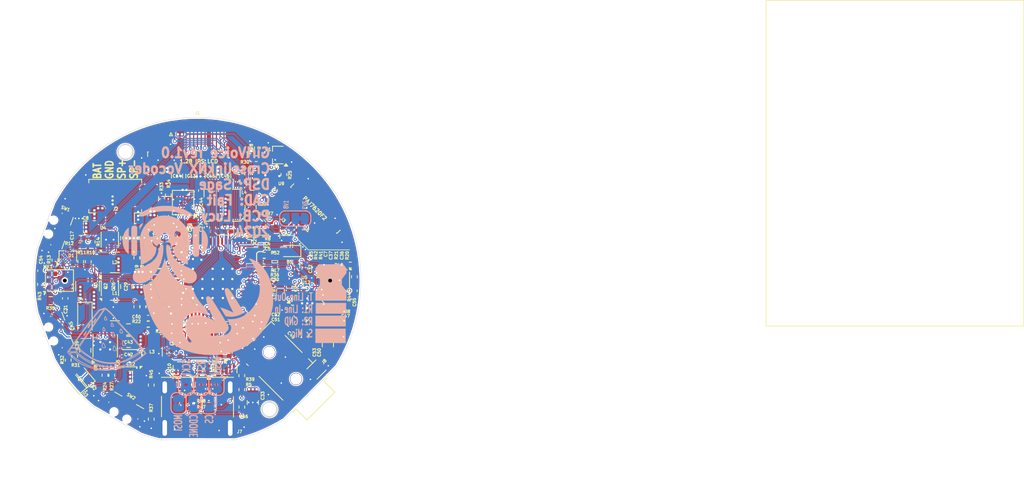
<source format=kicad_pcb>
(kicad_pcb (version 20240108) (generator "pcbnew") (generator_version "8.0")
  (layers (0 "F.Cu" signal) (1 "In1.Cu" signal) (2 "In2.Cu" signal) (31 "B.Cu" signal) (34 "B.Paste" user) (35 "F.Paste" user) (36 "B.SilkS" user "B.Silkscreen") (37 "F.SilkS" user "F.Silkscreen") (38 "B.Mask" user) (39 "F.Mask" user) (44 "Edge.Cuts" user))
  (net 0 "")
  (net 1 "+1V0")
  (net 2 "GND")
  (net 3 "+3V3")
  (net 4 "/BATT_ADC")
  (net 5 "VSYS")
  (net 6 "Net-(U4-EN)")
  (net 7 "Net-(U3-FB)")
  (net 8 "+1V8")
  (net 9 "Net-(U4-FB)")
  (net 10 "/IPS_RST")
  (net 11 "Net-(D1-Pad2)")
  (net 12 "/PWR_EN")
  (net 13 "VBUS")
  (net 14 "/FLASH_~{WP}")
  (net 15 "/FLASH_MISO")
  (net 16 "/FLASH_SCK")
  (net 17 "/FLASH_~{HLD}")
  (net 18 "/FLASH_CS")
  (net 19 "/FLASH_MOSI")
  (net 20 "/iCE_CRESET")
  (net 21 "Net-(U6-FB)")
  (net 22 "Net-(MK1-DATA)")
  (net 23 "Net-(MK2-DATA)")
  (net 24 "VBAT")
  (net 25 "Net-(U7-VREG)")
  (net 26 "/IPS_BL")
  (net 28 "/USB_DP")
  (net 31 "/AMP_DATA")
  (net 32 "/AMP_LRCLK")
  (net 33 "Net-(C13-Pad1)")
  (net 34 "/AMP_BCLK")
  (net 36 "Net-(U12-MIC)")
  (net 41 "/TP_RST")
  (net 43 "/iCE_CINIT")
  (net 45 "Net-(U1-JTAG_EN)")
  (net 46 "/NX_SCL")
  (net 48 "/IPS_SCK")
  (net 49 "/NX_SDA")
  (net 50 "/AMP_EN")
  (net 51 "/MIC_DATA")
  (net 53 "/iCE_CDONE")
  (net 54 "/MIC_LRCLK")
  (net 56 "/MIC_BCLK")
  (net 58 "/TP_INT")
  (net 60 "/BTN_UP")
  (net 61 "/PAJ_INT")
  (net 62 "/IPS_DATA")
  (net 63 "/IPS_RS")
  (net 64 "/BTN_PWR")
  (net 65 "/BTN_DOWN")
  (net 66 "/USB_DN")
  (net 67 "/IPS_CS")
  (net 68 "Net-(U1-PB8A{slash}PCLKT5_1{slash}LLC_GPLL0T_IN{slash}ADC_CP3)")
  (net 69 "Net-(C47-Pad2)")
  (net 70 "Net-(U12-MIC_BIAS)")
  (net 71 "/SPKP")
  (net 72 "Net-(U12-VAG)")
  (net 73 "Net-(C50-Pad1)")
  (net 74 "Net-(U12-LINEIN_L)")
  (net 75 "Net-(U12-VDDA)")
  (net 76 "Net-(C53-Pad2)")
  (net 77 "Net-(U12-LINEOUT_L)")
  (net 78 "Net-(J3-Pin_2)")
  (net 79 "/SPKN")
  (net 80 "Net-(U8-TS)")
  (net 81 "Net-(J7-CC1)")
  (net 82 "Net-(J1-Pin_2)")
  (net 84 "/OSC_IN")
  (net 85 "Net-(J7-D--PadA7)")
  (net 86 "Net-(J7-D+-PadA6)")
  (net 88 "Net-(J7-RX1-)")
  (net 89 "Net-(J7-SBU2)")
  (net 90 "Net-(J7-RX2+)")
  (net 91 "Net-(J7-RX1+)")
  (net 92 "Net-(J7-SBU1)")
  (net 94 "Net-(J7-CC2)")
  (net 96 "Net-(J7-RX2-)")
  (net 98 "/BCLK")
  (net 99 "Net-(U3-SW)")
  (net 100 "Net-(U4-SW)")
  (net 101 "Net-(U6-SW)")
  (net 102 "Net-(L4-Pad1)")
  (net 103 "Net-(Q1-D)")
  (net 104 "Net-(R13-Pad1)")
  (net 105 "Net-(U8-ISET)")
  (net 106 "Net-(U8-PRETERM)")
  (net 107 "Net-(U9-GAIN_SLOT)")
  (net 108 "Net-(D2-K)")
  (net 109 "Net-(D2-A)")
  (net 110 "Net-(U7-VSP)")
  (net 111 "Net-(U7-VSN)")
  (net 112 "/AUX_DATAI")
  (net 113 "/AUX_DATAO")
  (net 114 "/AMP_INT")
  (net 115 "/AUX_MCLK")
  (net 124 "Net-(D3-A)")
  (net 126 "Net-(D3-K)")
  (net 129 "/LED")
  (net 130 "Net-(D5-A)")
  (net 131 "/LRCLK")
  (footprint "Inductor_SMD:L_1210_3225Metric_Pad1.42x2.65mm_HandSolder" (layer "F.Cu") (at 89.1 97.6)
    (property "Reference" "L2")
    (property "Value" "1.0uH" (hide yes))
  )
  (footprint "Resistor_SMD:R_0402_1005Metric" (layer "F.Cu") (at 108.65 91.15 -90)
    (property "Reference" "R7")
    (property "Value" "10M" (hide yes))
  )
  (footprint "Capacitor_SMD:C_0805_2012Metric" (layer "F.Cu") (at 85.2 92.9 180)
    (property "Reference" "C8")
    (property "Value" "10uF" (hide yes))
  )
  (footprint "Connector_Molex:Molex_PicoBlade_53261-0471_1x04-1MP_P1.25mm_Horizontal" (layer "F.Cu") (at 89.15 89.35 180)
    (property "Reference" "J2")
    (property "Value" "Pico" (hide yes))
  )
  (footprint "Resistor_SMD:R_0402_1005Metric" (layer "F.Cu") (at 95.3 104.95 180)
    (property "Reference" "R50")
    (property "Value" "100k" (hide yes))
  )
  (footprint "Capacitor_SMD:C_0805_2012Metric" (layer "F.Cu") (at 112.35 105.35 135)
    (property "Reference" "C49")
    (property "Value" "4.7uF" (hide yes))
  )
  (footprint "Capacitor_SMD:C_0805_2012Metric" (layer "F.Cu") (at 117.2 108.5 90)
    (property "Reference" "C50")
    (property "Value" "4.7uF" (hide yes))
  )
  (footprint "Capacitor_SMD:C_0402_1005Metric" (layer "F.Cu") (at 93.6 103.45 -90)
    (property "Reference" "C23")
    (property "Value" "22pF" (hide yes))
  )
  (footprint "Capacitor_SMD:C_0805_2012Metric" (layer "F.Cu") (at 85.2 109.2 90)
    (property "Reference" "C39")
    (property "Value" "10uF" (hide yes))
  )
  (footprint "Resistor_SMD:R_0402_1005Metric" (layer "F.Cu") (at 106 86.85 90)
    (property "Reference" "R26")
    (property "Value" "100k" (hide yes))
  )
  (footprint "Capacitor_SMD:C_0402_1005Metric" (layer "F.Cu") (at 99.75 93 90)
    (property "Reference" "C28")
    (property "Value" "0.1uF" (hide yes))
  )
  (footprint "Capacitor_SMD:C_0805_2012Metric" (layer "F.Cu") (at 90.9 108.1 180)
    (property "Reference" "C42")
    (property "Value" "4.7uF" (hide yes))
  )
  (footprint "Capacitor_SMD:C_0402_1005Metric" (layer "F.Cu") (at 114.15 98.4 -90)
    (property "Reference" "C32")
    (property "Value" "0.1uF" (hide yes))
  )
  (footprint "LED_SMD:LED_0603_1608Metric" (layer "F.Cu") (at 112.15 96.1 180)
    (property "Reference" "D5")
    (property "Value" "GRN" (hide yes))
  )
  (footprint "Button_Switch_SMD:SW_SPST_CK_KMS2xxGP" (layer "F.Cu") (at 81.4 106.8 -70)
    (property "Reference" "SW3")
    (property "Value" "DOWN" (hide yes))
  )
  (footprint "Capacitor_SMD:C_0402_1005Metric" (layer "F.Cu") (at 105.1 86.85 90)
    (property "Reference" "C41")
    (property "Value" "0.1uF" (hide yes))
  )
  (footprint "Inductor_SMD:L_1210_3225Metric_Pad1.42x2.65mm_HandSolder" (layer "F.Cu") (at 89.1 103.95)
    (property "Reference" "L1")
    (property "Value" "1.0uH" (hide yes))
  )
  (footprint "Resistor_SMD:R_0603_1608Metric" (layer "F.Cu") (at 80.65 102.65)
    (property "Reference" "R35")
    (property "Value" "10k NTC" (hide yes))
  )
  (footprint "Resistor_SMD:R_0402_1005Metric" (layer "F.Cu") (at 105.25 108 -90)
    (property "Reference" "R4")
    (property "Value" "5.1k" (hide yes))
  )
  (footprint "Resistor_SMD:R_0402_1005Metric" (layer "F.Cu") (at 88.7 112.5 90)
    (property "Reference" "R27")
    (property "Value" "2k" (hide yes))
  )
  (footprint "Resistor_SMD:R_0402_1005Metric" (layer "F.Cu") (at 107.9 82.5 90)
    (property "Reference" "R28")
    (property "Value" "100K" (hide yes))
  )
  (footprint "Package_SON:USON-10_2.5x1.0mm_P0.5mm" (layer "F.Cu") (at 98.2 111.7 90)
    (property "Reference" "U10")
    (property "Value" "TPD4EUSB30" (hide yes))
  )
  (footprint "Diode_SMD:Nexperia_CFP3_SOD-123W" (layer "F.Cu") (at 85.15 105.125 -90)
    (property "Reference" "D4")
    (property "Value" "PMEG40T20ER")
  )
  (footprint "Resistor_SMD:R_0402_1005Metric" (layer "F.Cu") (at 95 98)
    (property "Reference" "R2")
    (property "Value" "5.1k" (hide yes))
  )
  (footprint "Resistor_SMD:R_0402_1005Metric" (layer "F.Cu") (at 85.6 97.5 90)
    (property "Reference" "R10")
    (property "Value" "450k" (hide yes))
  )
  (footprint "Resistor_SMD:R_0402_1005Metric" (layer "F.Cu") (at 96.15 88.7 -90)
    (property "Reference" "R34")
    (property "Value" "5.1k" (hide yes))
  )
  (footprint "Capacitor_SMD:C_0402_1005Metric" (layer "F.Cu") (at 98.25 93 90)
    (property "Reference" "C9")
    (property "Value" "0.1uF" (hide yes))
  )
  (footprint "Capacitor_SMD:C_0402_1005Metric" (layer "F.Cu") (at 79.3 98.7 90)
    (property "Reference" "C54")
    (property "Value" "0.1uF" (hide yes))
  )
  (footprint "Capacitor_SMD:C_0402_1005Metric" (layer "F.Cu") (at 82.55 102.35 -90)
    (property "Reference" "C31")
    (property "Value" "0.1uF" (hide yes))
  )
  (footprint "Sensor_Audio:Knowles_SPH0645LM4H-6_3.5x2.65mm" (layer "F.Cu") (at 118.21 100 -90)
    (property "Reference" "MK2")
    (property "Value" "SPH0645LM4H" (hide yes))
  )
  (footprint "Resistor_SMD:R_0402_1005Metric" (layer "F.Cu") (at 104.4 93 90)
    (property "Reference" "R41")
    (property "Value" "49.9R" (hide yes))
  )
  (footprint "Capacitor_SMD:C_0402_1005Metric" (layer "F.Cu") (at 95 97.15 180)
    (property "Reference" "C11")
    (property "Value" "0.1uF" (hide yes))
  )
  (footprint "Capacitor_SMD:C_0402_1005Metric" (layer "F.Cu") (at 101.25 93 90)
    (property "Reference" "C27")
    (property "Value" "0.1uF" (hide yes))
  )
  (footprint "Capacitor_SMD:C_0402_1005Metric" (layer "F.Cu") (at 95 95.45 180)
    (property "Reference" "C10")
    (property "Value" "0.1uF" (hide yes))
  )
  (footprint "Capacitor_SMD:C_0402_1005Metric" (layer "F.Cu") (at 120.7 101.35 -90)
    (property "Reference" "C55")
    (property "Value" "0.1uF" (hide yes))
  )
  (footprint "Capacitor_SMD:C_0805_2012Metric" (layer "F.Cu") (at 90.6 94.4 90)
    (property "Reference" "C35")
    (property "Value" "4.7uF" (hide yes))
  )
  (footprint "Resistor_SMD:R_0402_1005Metric" (layer "F.Cu") (at 92.8 103.45 -90)
    (property "Reference" "R15")
    (property "Value" "200k" (hide yes))
  )
  (footprint "Resistor_SMD:R_0402_1005Metric" (layer "F.Cu") (at 105.85 112.55 90)
    (property "Reference" "R39")
    (property "Value" "1.5k" (hide yes))
  )
  (footprint "Capacitor_SMD:C_0402_1005Metric" (layer "F.Cu") (at 95 96.3 180)
    (property "Reference" "C20")
    (property "Value" "0.1uF" (hide yes))
  )
  (footprint "LED_SMD:LED_0603_1608Metric" (layer "F.Cu") (at 85 112.6 130)
    (property "Reference" "D2")
    (property "Value" "RED" (hide yes))
  )
  (footprint "Resistor_SMD:R_0402_1005Metric" (layer "F.Cu") (at 92 97 -90)
    (property "Reference" "R19")
    (property "Value" "100k" (hide yes))
  )
  (footprint "Resistor_SMD:R_0402_1005Metric" (layer "F.Cu") (at 81.2 97.3 -90)
    (property "Reference" "R13")
    (property "Value" "100k" (hide yes))
  )
  (footprint "Capacitor_SMD:C_0805_2012Metric" (layer "F.Cu") (at 90.6 100.8 90)
    (property "Reference" "C26")
    (property "Value" "4.7uF" (hide yes))
  )
  (footprint "Package_TO_SOT_SMD:SOT-323_SC-70" (layer "F.Cu") (at 82.9 96.8 90)
    (property "Reference" "D1")
    (property "Value" "BAT54CW" (hide yes))
  )
  (footprint "Capacitor_SMD:C_0402_1005Metric" (layer "F.Cu") (at 112.1 100.85 90)
    (property "Reference" "C24")
    (property "Value" "0.1uF" (hide yes))
  )
  (footprint "Capacitor_SMD:C_0402_1005Metric" (layer "F.Cu") (at 108.8 100.95)
    (property "Reference" "C30")
    (property "Value" "0.1uF" (hide yes))
  )
  (footprint "Resistor_SMD:R_0402_1005Metric" (layer "F.Cu") (at 82.95 110.5 -90)
    (property "Reference" "R32")
    (property "Value" "2k" (hide yes))
  )
  (footprint "Capacitor_SMD:C_0805_2012Metric" (layer "F.Cu") (at 95.45 91.65 -90)
    (property "Reference" "C15")
    (property "Value" "10uF" (hide yes))
  )
  (footprint "Package_SON:USON-10_2.5x1.0mm_P0.5mm" (layer "F.Cu") (at 103.8 111.7 90)
    (property "Reference" "U11")
    (property "Value" "TPD4EUSB30" (hide yes))
  )
  (footprint "Resistor_SMD:R_0402_1005Metric" (layer "F.Cu") (at 95.3 105.8 180)
    (property "Reference" "R49")
    (property "Value" "100k" (hide yes))
  )
  (footprint "Resistor_SMD:R_0402_1005Metric" (layer "F.Cu") (at 93.5 105.75)
    (property "Reference" "R22")
    (property "Value" "100k" (hide yes))
  )
  (footprint "Capacitor_SMD:C_0402_1005Metric" (layer "F.Cu") (at 84.5 94.4 180)
    (property "Reference" "C17")
    (property "Value" "0.1uF" (hide yes))
  )
  (footprint "Package_SON:WSON-8-1EP_2x2mm_P0.5mm_EP0.9x1.6mm_ThermalVias" (layer "F.Cu") (at 88.45 101 90)
    (property "Reference" "U3")
    (property "Value" "TPS62067" (hide yes))
  )
  (footprint "Resistor_SMD:R_0402_1005Metric" (layer "F.Cu") (at 93.9 113.8 -90)
    (property "Reference" "R45")
    (property "Value" "5.1k" (hide yes))
  )
  (footprint "Package_BGA:NXP_VFBGA-42_2.6x3mm_Layout6x7_P0.4mm_Ball0.25mm_Pad0.24mm" (layer "F.Cu") (at 98.1 89.7 180)
    (property "Reference" "U7")
    (property "Value" "~" (hide yes))
  )
  (footprint "Package_SON:WSON-8-1EP_6x5mm_P1.27mm_EP3.4x4mm" (layer "F.Cu") (at 100.3625 108.125 180)
    (property "Reference" "U2")
    (property "Value" "W25Q32JVSS" (hide yes))
  )
  (footprint "Capacitor_SMD:C_0805_2012Metric" (layer "F.Cu") (at 92.25 94.4 90)
    (property "Reference" "C38")
    (property "Value" "4.7uF" (hide yes))
  )
  (footprint "Package_SO:HVSSOP-10-1EP_3x3mm_P0.5mm_EP1.57x1.88mm_ThermalVias" (layer "F.Cu") (at 87.83 108.61 90)
    (property "Reference" "U8")
    (property "Value" "BQ24092DGQ" (hide yes))
  )
  (footprint "Resistor_SMD:R_0402_1005Metric" (layer "F.Cu") (at 108.65 93 90)
    (property "Reference" "R20")
    (property "Value" "1M" (hide yes))
  )
  (footprint "Resistor_SMD:R_0402_1005Metric" (layer "F.Cu") (at 110.2 97.5 90)
    (property "Reference" "R52")
    (property "Value" "1k" (hide yes))
  )
  (footprint "Resistor_SMD:R_0402_1005Metric" (layer "F.Cu") (at 79.3 100.5 90)
    (property "Reference" "R43")
    (property "Value" "49.9R" (hide yes))
  )
  (footprint "LED_SMD:LED_0603_1608Metric" (layer "F.Cu") (at 84 113.4 130)
    (property "Reference" "D3")
    (property "Value" "GRN" (hide yes))
  )
  (footprint "Resistor_SMD:R_0402_1005Metric" (layer "F.Cu") (at 107.75 83.9 180)
    (property "Reference" "R30")
    (property "Value" "10R" (hide yes))
  )
  (footprint "Resistor_SMD:R_0402_1005Metric" (layer "F.Cu") (at 86.1 94.9 90)
    (property "Reference" "R14")
    (property "Value" "1M" (hide yes))
  )
  (footprint "Capacitor_SMD:C_0805_2012Metric" (layer "F.Cu") (at 90.9 106.45 180)
    (property "Reference" "C43")
    (property "Value" "4.7uF" (hide yes))
  )
  (footprint "Resistor_SMD:R_0402_1005Metric" (layer "F.Cu") (at 84.6 97.5 -90)
    (property "Reference" "R11")
    (property "Value" "1M" (hide yes))
  )
  (footprint "Resistor_SMD:R_0402_1005Metric" (layer "F.Cu") (at 95 98.85)
    (property "Reference" "R3")
    (property "Value" "5.1k" (hide yes))
  )
  (footprint "Sensor_Audio:Knowles_SPH0645LM4H-6_3.5x2.65mm" (layer "F.Cu") (at 81.79 100 90)
    (property "Reference" "MK1")
    (property "Value" "SPH0645LM4H" (hide yes))
  )
  (footprint "Capacitor_SMD:C_0402_1005Metric" (layer "F.Cu") (at 95 103.95 180)
    (property "Reference" "C19" (hide yes))
    (property "Value" "0.1uF" (hide yes))
  )
  (footprint "Capacitor_SMD:C_0805_2012Metric" (layer "F.Cu") (at 118.55 102.35)
    (property "Reference" "C6")
    (property "Value" "4.7uF")
  )
  (footprint "Capacitor_SMD:C_0402_1005Metric" (layer "F.Cu") (at 95 100.55 180)
    (property "Reference" "C18")
    (property "Value" "0.1uF" (hide yes))
  )
  (footprint "Capacitor_SMD:C_0402_1005Metric" (layer "F.Cu") (at 102.75 93 90)
    (property "Reference" "C25")
    (property "Value" "0.1uF" (hide yes))
  )
  (footprint "Resistor_SMD:R_0402_1005Metric" (layer "F.Cu") (at 107.3 106.5 90)
    (property "Reference" "R6")
    (property "Value" "5.1k" (hide yes))
  )
  (footprint "Resistor_SMD:R_0402_1005Metric" (layer "F.Cu") (at 93.5 106.55)
    (property "Reference" "R23")
    (property "Value" "150k" (hide yes))
  )
  (footprint "Resistor_SMD:R_0402_1005Metric" (layer "F.Cu") (at 100.8 112.1)
    (property "Reference" "R47")
    (property "Value" "22R" (hide yes))
  )
  (footprint "Capacitor_SMD:C_0805_2012Metric" (layer "F.Cu") (at 99.2 86.2 90)
    (property "Reference" "C13")
    (property "Value" "10uF" (hide yes))
  )
  (footprint "Button_Switch_SMD:SW_SPST_CK_KMS2xxGP" (layer "F.Cu") (at 81.4 93.2 -110)
    (property "Reference" "SW1")
    (property "Value" "ON/OFF" (hide yes))
  )
  (footprint "Capacitor_SMD:C_0402_1005Metric" (layer "F.Cu") (at 104.05 106.75 -90)
    (property "Reference" "C1")
    (property "Value" "0.1uF" (hide yes))
  )
  (footprint "Capacitor_SMD:C_0402_1005Metric" (layer "F.Cu") (at 108.8 97.45)
    (property "Reference" "C4")
    (property "Value" "0.1uF" (hide yes))
  )
  (footprint "Connector_FFC-FPC:TE_0-1734839-6_1x06-1MP_P0.5mm_Horizontal" (layer "F.Cu") (at 113.9 92.15 135)
    (property "Reference" "J3")
    (property "Value" "PAJ7620F2" (hide yes))
  )
  (footprint "Resistor_SMD:R_0402_1005Metric" (layer "F.Cu") (at 120.7 99.5 -90)
    (property "Reference" "R44")
    (property "Value" "49.9R" (hide yes))
  )
  (footprint "Resistor_SMD:R_0402_1005Metric" (layer "F.Cu") (at 105.85 114.4 90)
    (property "Reference" "R5")
    (property "Value" "5.1k" (hide yes))
  )
  (footprint "Capacitor_SMD:C_0402_1005Metric" (layer "F.Cu") (at 96.6 109.5 90)
    (property "Reference" "C16")
    (property "Value" "0.1uF" (hide yes))
  )
  (footprint "Capacitor_SMD:C_0805_2012Metric" (layer "F.Cu") (at 107 90.3 -90)
    (property "Reference" "C22")
    (property "Value" "10uF" (hide yes))
  )
  (footprint "Capacitor_SMD:C_0805_2012Metric" (layer "F.Cu") (at 97.3 86.2 90)
    (property "Reference" "C14")
    (property "Value" "10uF" (hide yes))
  )
  (footprint "Resistor_SMD:R_0402_1005Metric" (layer "F.Cu") (at 93.9 118.3 90)
    (property "Reference" "R37")
    (property "Value" "100k" (hide yes))
  )
  (footprint "Capacitor_SMD:C_0402_1005Metric" (layer "F.Cu") (at 93.6 97 -90)
    (property "Reference" "C34")
    (property "Value" "22pF" (hide yes))
  )
  (footprint "Button_Switch_SMD:SW_SPST_CK_KMS2xxGP" (layer "F.Cu") (at 90.212499 117.165914 -30)
    (property "Reference" "SW2")
    (property "Value" "UP" (hide yes))
  )
  (footprint "Capacitor_SMD:C_0402_1005Metric" (layer "F.Cu") (at 108.825 104.85 180)
    (property "Reference" "C51")
    (property "Value" "0.1uF" (hide yes))
  )
  (footprint "Capacitor_SMD:C_0402_1005Metric" (layer "F.Cu") (at 108.8 98.45)
    (property "Reference" "C5")
    (property "Value" "0.1uF" (hide yes))
  )
  (footprint "Resistor_SMD:R_0402_1005Metric" (layer "F.Cu") (at 120.15 97.95)
    (property "Reference" "R40")
    (property "Value" "100k" (hide yes))
  )
  (footprint "Capacitor_SMD:C_0402_1005Metric" (layer "F.Cu") (at 118 104.5)
    (property "Reference" "C47")
    (property "Value" "0.1uF" (hide yes))
  )
  (footprint "Capacitor_SMD:C_0805_2012Metric" (layer "F.Cu") (at 107.3 116.1 -90)
    (property "Reference" "C33")
    (property "Value" "10uF" (hide yes))
  )
  (footprint "Capacitor_SMD:C_0402_1005Metric" (layer "F.Cu") (at 105.25 93 90)
    (property "Reference" "C7")
    (property "Value" "0.1uF" (hide yes))
  )
  (footprint "Capacitor_SMD:C_0805_2012Metric" (layer "F.Cu") (at 103.66 86.2 90)
    (property "Reference" "C46")
    (property "Value" "10uF" (hide yes))
  )
  (footprint "Connector_FFC-FPC:TE_1-1734839-5_1x15-1MP_P0.5mm_Horizontal" (layer "F.Cu") (at 100 80.975)
    (property "Reference" "J1")
    (property "Value" "IPS 1.28 inch SPI GC9A01" (hide yes))
  )
  (footprint "Capacitor_SMD:C_0402_1005Metric" (layer "F.Cu") (at 95 99.7 180)
    (property "Reference" "C21")
    (property "Value" "0.1uF" (hide yes))
  )
  (footprint "Oscillator:Oscillator_SMD_Abracon_ASDMB-4Pin_2.5x2.0mm" (layer "F.Cu") (at 112.15 98.35 180)
    (property "Reference" "U5")
    (property "Value" "X1G0041710018" (hide yes))
  )
  (footprint "Capacitor_SMD:C_0805_2012Metric" (layer "F.Cu") (at 109.35 103.375 180)
    (property "Reference" "C52")
    (property "Value" "4.7uF")
  )
  (footprint "Resistor_SMD:R_0402_1005Metric" (layer "F.Cu") (at 103.6 93 90)
    (property "Reference" "R42")
    (property "Value" "49.9R" (hide yes))
  )
  (footprint "Resistor_SMD:R_0402_1005Metric" (layer "F.Cu") (at 92.8 97 -90)
    (property "Reference" "R18")
    (property "Value" "450k" (hide yes))
  )
  (footprint "Capacitor_SMD:C_0805_2012Metric" (layer "F.Cu") (at 101.75 86.2 90)
    (property "Reference" "C45")
    (property "Value" "10uF" (hide yes))
  )
  (footprint "Connector_Audio:Jack_2.5mm_PJ_242DSMT-I_Horizontal" (layer "F.Cu") (at 111.16 111.16 -135)
    (property "Reference" "J8")
    (property "Value" "AudioJack4_SwitchTR1" (hide yes))
  )
  (footprint "Package_TO_SOT_SMD:SOT-323_SC-70" (layer "F.Cu") (at 110.625 83.4225 180)
    (property "Reference" "Q1")
    (property "Value" "BSS214NW" (hide yes))
  )
  (footprint "Resistor_SMD:R_0402_1005Metric" (layer "F.Cu") (at 108.8 96.65)
    (property "Reference" "R8")
    (property "Value" "4.7M" (hide yes))
  )
  (footprint "Capacitor_SMD:C_0805_2012Metric" (layer "F.Cu") (at 115.35 107.3 -90)
    (property "Reference" "C53")
    (property "Value" "4.7uF" (hide yes))
  )
  (footprint "Resistor_SMD:R_0402_1005Metric" (layer "F.Cu") (at 95.25 89.05 -90)
    (property "Reference" "R33")
    (property "Value" "5.1k" (hide yes))
  )
  (footprint "Inductor_SMD:L_Bourns-SRN4018" (layer "F.Cu") (at 103.25 90.05)
    (property "Reference" "L4")
    (property "Value" "1.0uH" (hide yes))
  )
  (footprint "Connector_USB:USB_C_Receptacle_Molex_105450-0101" (layer "F.Cu") (at 100 116.9)
    (property "Reference" "J7")
    (property "Value" "USB_C" (hide yes))
  )
  (footprint "Capacitor_SMD:C_0402_1005Metric" (layer "F.Cu") (at 107.8 93 90)
    (property "Reference" "C36")
    (property "Value" "22pF" (hide yes))
  )
  (footprint "Resistor_SMD:R_0402_1005Metric" (layer "F.Cu") (at 106.95 93 90)
    (property "Reference" "R21")
    (property "Value" "1M" (hide yes))
  )
  (footprint "Resistor_SMD:R_0402_1005Metric" (layer "F.Cu") (at 105.85 116.7 90)
    (property "Reference" "R46")
    (property "Value" "5.1k" (hide yes))
  )
  (footprint "Resistor_SMD:R_0402_1005Metric" (layer "F.Cu") (at 84.5 95.4 180)
    (property "Reference" "R12")
    (property "Value" "10M" (hide yes))
  )
  (footprint "Resistor_SMD:R_0402_1005Metric" (layer "F.Cu") (at 92 103.45 -90)
    (property "Reference" "R16")
    (property "Value" "100k" (hide yes))
  )
  (footprint "Package_DFN_QFN:QFN-72-1EP_10x10mm_P0.5mm_EP6x6mm" (layer "F.Cu") (at 102 99.7 180)
    (property "Reference" "U1")
    (property "Value" "LIFCL40-NX" (hide yes))
  )
  (footprint "Inductor_SMD:L_0603_1608Metric" (layer "F.Cu") (at 110.95 101.3 -90)
    (property "Reference" "FB1")
    (property "Value" "200" (hide yes))
  )
  (footprint "Resistor_SMD:R_0402_1005Metric" (layer "F.Cu") (at 111.4 86 -90)
    (property "Reference" "R25")
    (property "Value" "1M" (hide yes))
  )
  (footprint "Resistor_SMD:R_0402_1005Metric" (layer "F.Cu") (at 95 103.1 180)
    (property "Reference" "R51")
    (property "Value" "100k" (hide yes))
  )
  (footprint "Package_SON:WSON-8-1EP_2x2mm_P0.5mm_EP0.9x1.6mm_ThermalVias" (layer "F.Cu") (at 88.435 94.6 90)
    (property "Reference" "U4")
    (property "Value" "TPS62067" (hide yes))
  )
  (footprint "Resistor_SMD:R_0402_1005Metric" (layer "F.Cu") (at 117.975 103.625)
    (property "Reference" "R38")
    (property "Value" "2k" (hide yes))
  )
  (footprint "Resistor_SMD:R_0402_1005Metric" (layer "F.Cu") (at 100.8 111.3)
    (property "Reference" "R48")
    (property "Value" "22R" (hide yes))
  )
  (footprint "Package_SON:WSON-8-1EP_2x2mm_P0.5mm_EP0.9x1.6mm_ThermalVias" (layer "F.Cu") (at 91.05 110.25 180)
    (property "Reference" "U6")
    (property "Value" "TPS62067" (hide yes))
  )
  (footprint "Resistor_SMD:R_0402_1005Metric" (layer "F.Cu") (at 108.8 99.25)
    (property "Reference" "R17")
    (property "Value" "49.9R" (hide yes))
  )
  (footprint "Resistor_SMD:R_0402_1005Metric" (layer "F.Cu") (at 83.8 110 -90)
    (property "Reference" "R31")
    (property "Value" "2k" (hide yes))
  )
  (footprint "Capacitor_SMD:C_0805_2012Metric" (layer "F.Cu") (at 91.2 112.7)
    (property "Reference" "C12")
    (property "Value" "10uF" (hide yes))
  )
  (footprint "Resistor_SMD:R_0402_1005Metric" (layer "F.Cu") (at 95 101.4)
    (property "Reference" "R1")
    (property "Value" "2k" (hide yes))
  )
  (footprint "Package_DFN_QFN:QFN-20-1EP_3x3mm_P0.4mm_EP1.65x1.65mm" (layer "F.Cu") (at 114.490381 103.00901 45)
    (property "Reference" "U12")
    (property "Value" "SGTL5000XNLA3" (hide yes))
  )
  (footprint "Package_TO_SOT_SMD:SOT-23" (layer "F.Cu") (at 85.495 100.73 -90)
    (property "Reference" "Q2")
    (property "Value" "AO3401A" (hide yes))
  )
  (footprint "Resistor_SMD:R_0402_1005Metric" (layer "F.Cu") (at 108.8 100.1)
    (property "Reference" "R36")
    (property "Value" "100k" (hide yes))
  )
  (footprint "Capacitor_SMD:C_0402_1005Metric" (layer "F.Cu") (at 93.5 104.95)
    (property "Reference" "C40")
    (property "Value" "22pF" (hide yes))
  )
  (footprint "Capacitor_SMD:C_0402_1005Metric" (layer "F.Cu") (at 108.8 101.95)
    (property "Reference" "C2")
    (property "Value" "0.1uF" (hide yes))
  )
  (footprint "Resistor_SMD:R_0402_1005Metric" (layer "F.Cu") (at 87.8 112.5 90)
    (property "Reference" "R24")
    (property "Value" "1k" (hide yes))
  )
  (footprint "Capacitor_SMD:C_0402_1005Metric" (layer "F.Cu") (at 100.5 88.1 90)
    (property "Reference" "C44")
    (property "Value" "10nF" (hide yes))
  )
  (footprint "Inductor_SMD:L_1210_3225Metric_Pad1.42x2.65mm_HandSolder" (layer "F.Cu") (at 94 109.4 90)
    (property "Reference" "L3")
    (property "Value" "1.0uH" (hide yes))
  )
  (footprint "Capacitor_SMD:C_0805_2012Metric" (layer "F.Cu") (at 92.25 100.8 90)
    (property "Reference" "C29")
    (property "Value" "4.7uF" (hide yes))
  )
  (footprint "Capacitor_SMD:C_0805_2012Metric" (layer "F.Cu") (at 110.125 94.15 -90)
    (property "Reference" "C3")
    (property "Value" "4.7uF")
  )
  (footprint "Package_DFN_QFN:TQFN-16-1EP_3x3mm_P0.5mm_EP1.23x1.23mm" (layer "F.Cu") (at 108.6 86.4625 -90)
    (property "Reference" "U9")
    (property "Value" "MAX98357A" (hide yes))
  )
  (footprint "Resistor_SMD:R_0402_1005Metric" (layer "F.Cu") (at 95 102.25)
    (property "Reference" "R53")
    (property "Value" "DNP" (hide yes))
  )
  (footprint "Resistor_SMD:R_0402_1005Metric" (layer "F.Cu") (at 108.35 95.2 90)
    (property "Reference" "R29")
    (property "Value" "100k" (hide yes))
  )
  (footprint "Resistor_SMD:R_0402_1005Metric" (layer "F.Cu") (at 104.2 109.45 90)
    (property "Reference" "R9")
    (property "Value" "100k" (hide yes))
  )
  (footprint "Capacitor_SMD:C_0402_1005Metric" (layer "F.Cu") (at 106.1 93 90)
    (property "Reference" "C37")
    (property "Value" "22pF" (hide yes))
  )
  (footprint "ottercast:ottercast_enig" (layer "B.Cu") (at 100.505426 99.841437 180)
    (property "Reference" "G***" (hide yes))
    (property "Value" "LOGO" (hide yes))
  )
  (footprint "Jumper:SolderJumper-2_P1.3mm_Bridged2Bar_RoundedPad1.0x1.5mm" (layer "B.Cu") (at 100.5 113.75 -90)
    (property "Reference" "JP7" (hide yes))
    (property "Value" "SolderJumper_2_Bridged" (hide yes))
  )
  (footprint "Jumper:SolderJumper-2_P1.3mm_Bridged2Bar_RoundedPad1.0x1.5mm" (layer "B.Cu") (at 102.5 113.75 -90)
    (property "Reference" "JP6" (hide yes))
    (property "Value" "SolderJumper_2_Bridged" (hide yes))
  )
  (footprint "ottercast:ottercast_silk" (layer "B.Cu") (at 100.505426 99.841437 180)
    (property "Reference" "G***" (hide yes))
    (property "Value" "LOGO" (hide yes))
  )
  (footprint "Jumper:SolderJumper-2_P1.3mm_Bridged2Bar_RoundedPad1.0x1.5mm" (layer "B.Cu") (at 99.5 116.2 -90)
    (property "Reference" "JP8" (hide yes))
    (property "Value" "SolderJumper_2_Bridged" (hide yes))
  )
  (footprint "Jumper:SolderJumper-3_P1.3mm_Bridged12_RoundedPad1.0x1.5mm" (layer "B.Cu") (at 112.9 91.8075 180)
    (property "Reference" "JP2" (hide yes))
    (property "Value" "VIO" (hide yes))
  )
  (footprint "Jumper:SolderJumper-2_P1.3mm_Bridged2Bar_RoundedPad1.0x1.5mm" (layer "B.Cu") (at 97.5 116.2 -90)
    (property "Reference" "JP10" (hide yes))
    (property "Value" "SolderJumper_2_Bridged" (hide yes))
  )
  (footprint "Jumper:SolderJumper-2_P1.3mm_Bridged2Bar_RoundedPad1.0x1.5mm" (layer "B.Cu") (at 98.5 113.75 -90)
    (property "Reference" "JP5" (hide yes))
    (property "Value" "SolderJumper_2_Bridged" (hide yes))
  )
  (footprint "Jumper:SolderJumper-2_P1.3mm_Bridged2Bar_RoundedPad1.0x1.5mm" (layer "B.Cu") (at 101.5 116.2 -90)
    (property "Reference" "JP9" (hide yes))
    (property "Value" "SolderJumper_2_Bridged" (hide yes))
  )
  (gr_rect (start 115.6 106.398269) (end 119.501731 108.2) (stroke (width 0.1)) (fill solid) (layer "B.SilkS"))
  (gr_rect (start 115.642763 103) (end 119.557236 104.314473) (stroke (width 0.1)) (fill solid) (layer "B.SilkS"))
  (gr_poly (pts (xy 115.6 102.6) (xy 115.6 101.4) (xy 116.2 100.6) (xy 116.2 99.8) (xy 115.6 99) (xy 115.6 98.4) (xy 116 97.9) (xy 119.2 97.9) (xy 119.6 98.4) (xy 119.6 99) (xy 119 99.8) (xy 119 100.6) (xy 119.6 101.4) (xy 119.6 102.6)) (stroke (width 0.1)) (fill solid) (layer "B.SilkS"))
  (gr_rect (start 115.6 104.685527) (end 119.514473 106) (stroke (width 0.1)) (fill solid) (layer "B.SilkS"))
  (gr_line (start 109.175 93.99) (end 102.61 93.99) (stroke (width 0.1)) (layer "F.SilkS"))
  (gr_line (start 175 63) (end 209 63) (stroke (width 0.1)) (layer "F.SilkS"))
  (gr_line (start 102.596937 93.976937) (end 102.26939 93.64939) (stroke (width 0.1)) (layer "F.SilkS"))
  (gr_line (start 108.57 96.18) (end 108.045 96.18) (stroke (width 0.15)) (layer "F.SilkS"))
  (gr_line (start 112.725 94.05) (end 111.1 94.05) (stroke (width 0.1)) (layer "F.SilkS"))
  (gr_line (start 107.8 96.42) (end 107.8 98.7075) (stroke (width 0.15)) (layer "F.SilkS"))
  (gr_line (start 108.026245 96.183755) (end 107.793755 96.416245) (stroke (width 0.15)) (layer "F.SilkS"))
  (gr_line (start 108.7 96.05) (end 108.7 96.05) (stroke (width 0.15)) (layer "F.SilkS"))
  (gr_line (start 120.05 95.945) (end 114.625 95.945) (stroke (width 0.1)) (layer "F.SilkS"))
  (gr_line (start 175 106) (end 175 63) (stroke (width 0.1)) (layer "F.SilkS"))
  (gr_line (start 114.625 95.945) (end 112.719682 94.039682) (stroke (width 0.1)) (layer "F.SilkS"))
  (gr_line (start 209 106) (end 209 63) (stroke (width 0.1)) (layer "F.SilkS"))
  (gr_line (start 108.808575 95.941425) (end 108.591425 96.158575) (stroke (width 0.15)) (layer "F.SilkS"))
  (gr_line (start 175 106) (end 209 106) (stroke (width 0.1)) (layer "F.SilkS"))
  (gr_line (start 78.85 104.25) (end 81.092511 110.390377) (stroke (width 0.05)) (layer "Edge.Cuts"))
  (gr_arc (start 78.850001 104.25) (mid 78.427234 99.973009) (end 78.860702 95.69709) (stroke (width 0.05)) (layer "Edge.Cuts"))
  (gr_circle (center 90.5 83) (end 91.5 83) (stroke (width 0.2)) (fill none) (layer "Edge.Cuts"))
  (gr_arc (start 111.429492 118.327412) (mid 108.347986 119.920805) (end 105.051134 121.000318) (stroke (width 0.05)) (layer "Edge.Cuts"))
  (gr_arc (start 94.95 120.999999) (mid 93.725695 120.663073) (end 92.523373 120.254581) (stroke (width 0.05)) (layer "Edge.Cuts"))
  (gr_line (start 81.075001 89.7) (end 78.860702 95.69709) (stroke (width 0.05)) (layer "Edge.Cuts"))
  (gr_arc (start 86.25 116.624999) (mid 83.376356 113.751639) (end 81.092511 110.390377) (stroke (width 0.05)) (layer "Edge.Cuts"))
  (gr_arc (start 81.075001 89.7) (mid 110.799256 81.355385) (end 118.351063 111.290884) (stroke (width 0.05)) (layer "Edge.Cuts"))
  (gr_circle (center 117.5 100) (end 117.75 100) (stroke (width 0.05)) (fill none) (layer "Edge.Cuts"))
  (gr_line (start 86.25 116.625) (end 92.523373 120.254581) (stroke (width 0.05)) (layer "Edge.Cuts"))
  (gr_line (start 118.351063 111.290884) (end 111.429492 118.327412) (stroke (width 0.05)) (layer "Edge.Cuts"))
  (gr_circle (center 82.5 100) (end 82.75 100) (stroke (width 0.05)) (fill none) (layer "Edge.Cuts"))
  (gr_circle (center 109.5 117) (end 110.5 117) (stroke (width 0.2)) (fill none) (layer "Edge.Cuts"))
  (gr_line (start 94.95 121) (end 105.051134 121.000318) (stroke (width 0.05)) (layer "Edge.Cuts"))
  (gr_text "CDONE\n" (at 100.1 117.6 90) (layer "B.SilkS") (effects (font (size 1 0.6)) (justify left bottom mirror)))
  (gr_text "GirlVoice rev1.0\nCrosslinkNX Vocoder\nDSP: Sage\nCAD: Fait\nPCB: Lucy\n2024\n" (at 109.75 94.35 0) (layer "B.SilkS") (effects (font (size 1.3 1.2) (thickness 0.3) (bold yes)) (justify left bottom mirror)))
  (gr_text "3V3" (at 114.55 89.4 90) (layer "B.SilkS") (effects (font (size 0.6 0.4) (thickness 0.1)) (justify left bottom mirror)))
  (gr_text "CS" (at 102.15 117.6 90) (layer "B.SilkS") (effects (font (size 1 0.6)) (justify left bottom mirror)))
  (gr_text "T: Line Out\nR1: Line In\nR2: GND\nS: Mic" (at 115.3 107.575 0) (layer "B.SilkS") (effects (font (size 1 0.6)) (justify left bottom mirror)))
  (gr_text "1V8" (at 112.05 89.35 90) (layer "B.SilkS") (effects (font (size 0.6 0.4) (thickness 0.1)) (justify left bottom mirror)))
  (gr_text "RST" (at 101.15 110.4 90) (layer "B.SilkS") (effects (font (size 1 0.6)) (justify left bottom mirror)))
  (gr_text "SCK" (at 99.15 110.3 90) (layer "B.SilkS") (effects (font (size 1 0.6)) (justify left bottom mirror)))
  (gr_text "MISO" (at 103.2 109.95 90) (layer "B.SilkS") (effects (font (size 1 0.6)) (justify left bottom mirror)))
  (gr_text "MOSI" (at 98.05 117.6 90) (layer "B.SilkS") (effects (font (size 1 0.6)) (justify left bottom mirror)))
  (gr_text "BAT\nGND\nSP+\nSP-" (at 92.2 86.7 90) (layer "F.SilkS") (effects (font (size 1 0.8) (thickness 0.2)) (justify left bottom)))
  (gr_text "PAJ7620F2" (at 113.75 89.15 315) (layer "F.SilkS") (effects (font (size 0.5 0.5) (thickness 0.125)) (justify left bottom)))
  (gr_text "1.28 IPS LCD" (at 97.575 84.55 0) (layer "F.SilkS") (effects (font (size 0.5 0.5) (thickness 0.125)) (justify left bottom)))
  (segment (start 106.9375 101.95) (end 108.32 101.95) (width 0.2) (layer "F.Cu") (net 1))
  (segment (start 106.9375 101.95) (end 105.45 101.95) (width 0.2) (layer "F.Cu") (net 1))
  (segment (start 101.25 104.6375) (end 101.25 105.074999) (width 0.2) (layer "F.Cu") (net 1))
  (segment (start 98.25 94.78125) (end 98.25 95.55) (width 0.2) (layer "F.Cu") (net 1))
  (segment (start 97.0625 95.95) (end 97.492893 95.95) (width 0.2) (layer "F.Cu") (net 1))
  (segment (start 95.83 96.95) (end 95.48 97.3) (width 0.2) (layer "F.Cu") (net 1))
  (segment (start 105.572631 96.214532) (end 105.450006 96.337157) (width 0.2) (layer "F.Cu") (net 1))
  (segment (start 97.492893 95.95) (end 97.692893 95.75) (width 0.2) (layer "F.Cu") (net 1))
  (segment (start 105.572631 95.522631) (end 105.572631 96.214532) (width 0.2) (layer "F.Cu") (net 1))
  (segment (start 105.84559 98.45) (end 105.430817 98.864773) (width 0.2) (layer "F.Cu") (net 1))
  (segment (start 103.38 105.6) (end 104.05 106.27) (width 0.2) (layer "F.Cu") (net 1))
  (segment (start 101.25 105.074999) (end 101.775001 105.6) (width 0.2) (layer "F.Cu") (net 1))
  (segment (start 108.32 98.45) (end 106.9375 98.45) (width 0.2) (layer "F.Cu") (net 1))
  (segment (start 98.25 94.7625) (end 98.25 93.48) (width 0.2) (layer "F.Cu") (net 1))
  (segment (start 98.45 95.75) (end 99 96.3) (width 0.2) (layer "F.Cu") (net 1))
  (segment (start 97.0625 95.95) (end 95.98 95.95) (width 0.2) (layer "F.Cu") (net 1))
  (segment (start 101.25 104.6375) (end 101.25 103.50001) (width 0.2) (layer "F.Cu") (net 1))
  (segment (start 95.98 95.95) (end 95.48 95.45) (width 0.2) (layer "F.Cu") (net 1))
  (segment (start 105.25 94.7625) (end 105.25 93.48) (width 0.2) (layer "F.Cu") (net 1))
  (segment (start 105.25 95.2) (end 105.572631 95.522631) (width 0.2) (layer "F.Cu") (net 1))
  (segment (start 106.9375 101.45) (end 105.45 101.45) (width 0.2) (layer "F.Cu") (net 1))
  (segment (start 106.91875 98.45) (end 105.84559 98.45) (width 0.2) (layer "F.Cu") (net 1))
  (segment (start 98.599996 96.95) (end 98.6 96.949996) (width 0.2) (layer "F.Cu") (net 1))
  (segment (start 97.0625 96.95) (end 98.599996 96.95) (width 0.2) (layer "F.Cu") (net 1))
  (segment (start 105.25 94.78125) (end 105.25 95.2) (width 0.2) (layer "F.Cu") (net 1))
  (segment (start 97.0625 96.95) (end 95.83 96.95) (width 0.2) (layer "F.Cu") (net 1))
  (segment (start 98.25 95.55) (end 99 96.3) (width 0.2) (layer "F.Cu") (net 1))
  (segment (start 97.692893 95.75) (end 98.45 95.75) (width 0.2) (layer "F.Cu") (net 1))
  (segment (start 105.45 101.95) (end 105.45 101.45) (width 0.2) (layer "F.Cu") (net 1))
  (segment (start 101.775001 105.6) (end 103.38 105.6) (width 0.2) (layer "F.Cu") (net 1))
  (via (at 101.25 103.50001) (size 0.5) (drill 0.3) (layers "F.Cu" "B.Cu") (net 1))
  (via (at 92.5 108.4) (size 0.5) (drill 0.3) (layers "F.Cu" "B.Cu") (net 1))
  (via (at 92.5 107.9) (size 0.5) (drill 0.3) (layers "F.Cu" "B.Cu") (net 1))
  (via (at 105.430817 98.864773) (size 0.5) (drill 0.3) (layers "F.Cu" "B.Cu") (net 1))
  (via (at 92.5 107.4) (size 0.5) (drill 0.3) (layers "F.Cu" "B.Cu") (net 1))
  (via (at 105.45 101.45) (size 0.5) (drill 0.3) (layers "F.Cu" "B.Cu") (net 1))
  (via (at 98.6 96.949996) (size 0.5) (drill 0.3) (layers "F.Cu" "B.Cu") (net 1))
  (via (at 105.45 101.95) (size 0.5) (drill 0.3) (layers "F.Cu" "B.Cu") (net 1))
  (via (at 105.450006 96.337157) (size 0.5) (drill 0.3) (layers "F.Cu" "B.Cu") (net 1))
  (via (at 99 96.3) (size 0.5) (drill 0.3) (layers "F.Cu" "B.Cu") (net 1))
  (segment (start 97.9 90.1) (end 98.3 90.1) (width 0.2) (layer "F.Cu") (net 2))
  (segment (start 105.07 86.4) (end 105.1 86.37) (width 0.15) (layer "F.Cu") (net 2))
  (segment (start 99.1 89.3) (end 99.55 89.3) (width 0.2) (layer "F.Cu") (net 2))
  (segment (start 97.9 89.7) (end 97.9 90.1) (width 0.2) (layer "F.Cu") (net 2))
  (segment (start 97.5 88.9) (end 97.5 89.7) (width 0.2) (layer "F.Cu") (net 2))
  (segment (start 99.55 89.3) (end 99.6 89.25) (width 0.2) (layer "F.Cu") (net 2))
  (segment (start 103.8 112.085) (end 103.8 111.315) (width 0.15) (layer "F.Cu") (net 2))
  (segment (start 99.1 90.9) (end 99.35 91.15) (width 0.1) (layer "F.Cu") (net 2))
  (segment (start 104.05 107.23) (end 104.05 107.87) (width 0.15) (layer "F.Cu") (net 2))
  (segment (start 97.1 90.9) (end 97.1 90.51) (width 0.15) (layer "F.Cu") (net 2))
  (segment (start 97.9 89.7) (end 97.9 89.3) (width 0.2) (layer "F.Cu") (net 2))
  (segment (start 99.35 91.15) (end 99.35 91.75) (width 0.1) (layer "F.Cu") (net 2))
  (segment (start 79.3 98.2) (end 79.8 97.7) (width 0.15) (layer "F.Cu") (net 2))
  (segment (start 97.1 89.3) (end 99.1 89.3) (width 0.2) (layer "F.Cu") (net 2))
  (segment (start 98.7 89.3) (end 98.7 89.665) (width 0.2) (layer "F.Cu") (net 2))
  (segment (start 96.6 109.02) (end 96.92 109.02) (width 0.15) (layer "F.Cu") (net 2))
  (segment (start 94.55 88) (end 94.035 88.515) (width 0.15) (layer "F.Cu") (net 2))
  (segment (start 94.035 88.515) (end 94.035 89.388826) (width 0.15) (layer "F.Cu") (net 2))
  (segment (start 97.1 90.9) (end 97.49 90.9) (width 0.15) (layer "F.Cu") (net 2))
  (segment (start 79.3 98.22) (end 79.3 98.2) (width 0.15) (layer "F.Cu") (net 2))
  (segment (start 96.92 109.02) (end 97.2 109.3) (width 0.15) (layer "F.Cu") (net 2))
  (segment (start 94.035 89.388826) (end 93.473826 89.95) (width 0.15) (layer "F.Cu") (net 2))
  (segment (start 97.5 89.7) (end 97.9 89.7) (width 0.2) (layer "F.Cu") (net 2))
  (via (at 113.8 103) (size 0.5) (drill 0.3) (layers "F.Cu" "B.Cu") (net 2))
  (via (at 93.95 94.75) (size 0.45) (drill 0.2) (layers "F.Cu" "B.Cu") (net 2))
  (via (at 107.74 103.1) (size 0.45) (drill 0.2) (layers "F.Cu" "B.Cu") (net 2))
  (via (at 91.75 98.85) (size 0.5) (drill 0.3) (layers "F.Cu" "B.Cu") (net 2))
  (via (at 103.1 91.85) (size 0.45) (drill 0.2) (layers "F.Cu" "B.Cu") (net 2))
  (via (at 93 118.55) (size 0.45) (drill 0.2) (layers "F.Cu" "B.Cu") (net 2))
  (via (at 114.45 103.65) (size 0.5) (drill 0.3) (layers "F.Cu" "B.Cu") (net 2))
  (via (at 96 85.15) (size 0.5) (drill 0.3) (layers "F.Cu" "B.Cu") (net 2))
  (via (at 96.65 105.75) (size 0.45) (drill 0.2) (layers "F.Cu" "B.Cu") (net 2))
  (via (at 94.8 84.1) (size 0.45) (drill 0.2) (layers "F.Cu" "B.Cu") (net 2))
  (via (at 97.8 86.2) (size 0.5) (drill 0.3) (layers "F.Cu" "B.Cu") (net 2))
  (via (at 119.25 107.42) (size 0.45) (drill 0.2) (layers "F.Cu" "B.Cu") (net 2))
  (via (at 119.07 94.94) (size 0.45) (drill 0.2) (layers "F.Cu" "B.Cu") (net 2))
  (via (at 103.35 98.45) (size 0.5) (drill 0.3) (layers "F.Cu" "B.Cu") (net 2))
  (via (at 102 101.1) (size 0.5) (drill 0.3) (layers "F.Cu" "B.Cu") (net 2))
  (via (at 107.55 104.6) (size 0.45) (drill 0.2) (layers "F.Cu" "B.Cu") (net 2))
  (via (at 99.9 86.25) (size 0.5) (drill 0.3) (layers "F.Cu" "B.Cu") (net 2))
  (via (at 80.35 96.25) (size 0.45) (drill 0.2) (layers "F.Cu" "B.Cu") (net 2))
  (via (at 110.7 94.1) (size 0.45) (drill 0.2) (layers "F.Cu" "B.Cu") (net 2))
  (via (at 102.85 119.8) (size 0.45) (drill 0.2) (layers "F.Cu" "B.Cu") (net 2))
  (via (at 115.15 103) (size 0.5) (drill 0.3) (layers "F.Cu" "B.Cu") (net 2))
  (via (at 97.7 89.5) (size 0.35) (drill 0.2) (layers "F.Cu" "B.Cu") (net 2))
  (via (at 93.57 93.28) (size 0.45) (drill 0.2) (layers "F.Cu" "B.Cu") (net 2))
  (via (at 108.9 83) (size 0.45) (drill 0.2) (layers "F.Cu" "B.Cu") (net 2))
  (via (at 103.35 101.1) (size 0.5) (drill 0.3) (layers "F.Cu" "B.Cu") (net 2))
  (via (at 100.65 99.8) (size 0.5) (drill 0.3) (layers "F.Cu" "B.Cu") (net 2))
  (via (at 106.15 119.35) (size 0.45) (drill 0.2) (layers "F.Cu" "B.Cu") (net 2))
  (via (at 91.1 94.4) (size 0.5) (drill 0.3) (layers "F.Cu" "B.Cu") (net 2))
  (via (at 110.35 104.6) (size 0.45) (drill 0.2) (layers "F.Cu" "B.Cu") (net 2))
  (via (at 107.85 91.85) (size 0.45) (drill 0.2) (layers "F.Cu" "B.Cu") (net 2))
  (via (at 94.3 92.65) (size 0.45) (drill 0.2) (layers "F.Cu" "B.Cu") (net 2))
  (via (at 115.45 92.4) (size 0.45) (drill 0.2) (layers "F.Cu" "B.Cu") (net 2))
  (via (at 107.2 94.7) (size 0.45) (drill 0.2) (layers "F.Cu" "B.Cu") (net 2))
  (via (at 115.148376 98.25) (size 0.45) (drill 0.2) (layers "F.Cu" "B.Cu") (net 2))
  (via (at 82.8 103.85) (size 0.45) (drill 0.2) (layers "F.Cu" "B.Cu") (net 2))
  (via (at 82.15 110.85) (size 0.45) (drill 0.2) (layers "F.Cu" "B.Cu") (net 2))
  (via (at 79.8 101.8) (size 0.45) (drill 0.2) (layers "F.Cu" "B.Cu") (net 2))
  (via (at 114.5 102.35) (size 0.5) (drill 0.3) (layers "F.Cu" "B.Cu") (net 2))
  (via (at 86.95 94.35) (size 0.45) (drill 0.2) (layers "F.Cu" "B.Cu") (net 2))
  (via (at 109.95 101.95) (size 0.45) (drill 0.2) (layers "F.Cu" "B.Cu") (net 2))
  (via (at 94.23 104.29) (size 0.45) (drill 0.2) (layers "F.Cu" "B.Cu") (net 2))
  (via (at 114.490381 103.00901) (size 0.5) (drill 0.3) (layers "F.Cu" "B.Cu") (net 2))
  (via (at 88.8 89.42) (size 0.5) (drill 0.3) (layers "F.Cu" "B.Cu") (net 2))
  (via (at 104.6 102.3) (size 0.5) (drill 0.3) (layers "F.Cu" "B.Cu") (net 2))
  (via (at 93.9 119.5) (size 0.45) (drill 0.2) (layers "F.Cu" "B.Cu") (net 2))
  (via (at 113.9 95.55) (size 0.45) (drill 0.2) (layers "F.Cu" "B.Cu") (net 2))
  (via (at 86.35 108) (size 0.45) (drill 0.2) (layers "F.Cu" "B.Cu") (net 2))
  (via (at 92.25 98.85) (size 0.5) (drill 0.3) (layers "F.Cu" "B.Cu") (net 2))
  (via (at 97.3 86.2) (size 0.5) (drill 0.3) (layers "F.Cu" "B.Cu") (net 2))
  (via (at 93.25 112.55) (size 0.45) (drill 0.2) (layers "F.Cu" "B.Cu") (net 2))
  (via (at 102.7 86) (size 0.5) (drill 0.3) (layers "F.Cu" "B.Cu") (net 2))
  (via (at 85.15 98.55) (size 0.45) (drill 0.2) (layers "F.Cu" "B.Cu") (net 2))
  (via (at 94.15 93.8) (size 0.45) (drill 0.2) (layers "F.Cu" "B.Cu") (net 2))
  (via (at 102 102.3) (size 0.5) (drill 0.3) (layers "F.Cu" "B.Cu") (net 2))
  (via (at 107.9 116.1) (size 0.45) (drill 0.2) (layers "F.Cu" "B.Cu") (net 2))
  (via (at 109.34 81.8) (size 0.45) (drill 0.2) (layers "F.Cu" "B.Cu") (net 2))
  (via (at 86.95 95.195) (size 0.45) (drill 0.2) (layers "F.Cu" "B.Cu") (net 2))
  (via (at 91.6 94.4) (size 0.5) (drill 0.3) (layers "F.Cu" "B.Cu") (net 2))
  (via (at 103.05 90.25) (size 0.45) (drill 0.2) (layers "F.Cu" "B.Cu") (net 2))
  (via (at 92 104.55) (size 0.45) (drill 0.2) (layers "F.Cu" "B.Cu") (net 2))
  (via (at 111.6 110.1) (size 0.45) (drill 0.2) (layers "F.Cu" "B.Cu") (net 2))
  (via (at 94.95 112.25) (size 0.45) (drill 0.2) (layers "F.Cu" "B.Cu") (net 2))
  (via (at 97.2 109.3) (size 0.45) (drill 0.2) (layers "F.Cu" "B.Cu") (net 2))
  (via (at 79.75 104.35) (size 0.45) (drill 0.2) (layers "F.Cu" "B.Cu") (net 2))
  (via (at 109.35 115.05) (size 0.45) (drill 0.2) (layers "F.Cu" "B.Cu") (net 2))
  (via (at 114.61 86.54) (size 0.45) (drill 0.2) (layers "F.Cu" "B.Cu") (net 2))
  (via (at 88.25 112.55) (size 0.45) (drill 0.2) (layers "F.Cu" "B.Cu") (net 2))
  (via (at 82.899998 98.9) (size 0.45) (drill 0.2) (layers "F.Cu" "B.Cu") (net 2))
  (via (at 96 85.65) (size 0.5) (drill 0.3) (layers "F.Cu" "B.Cu") (net 2))
  (via (at 99.4 102.3) (size 0.5) (drill 0.3) (layers "F.Cu" "B.Cu") (net 2))
  (via (at 106 106.25) (size 0.45) (drill 0.2) (layers "F.Cu" "B.Cu") (net 2))
  (via (at 92.64 83.8) (size 0.45) (drill 0.2) (layers "F.Cu" "B.Cu") (net 2))
  (via (at 93.85 100.55) (size 0.45) (drill 0.2) (layers "F.Cu" "B.Cu") (net 2))
  (via (at 94.65 106.55) (size 0.45) (drill 0.2) (layers "F.Cu" "B.Cu") (net 2))
  (via (at 119 97.95) (size 0.45) (drill 0.2) (layers "F.Cu" "B.Cu") (net 2))
  (via (at 116.65 103.1) (size 0.45) (drill 0.2) (layers "F.Cu" "B.Cu") (net 2))
  (via (at 102 99.8) (size 0.5) (drill 0.3) (layers "F.Cu" "B.Cu") (net 2))
  (via (at 104.160876 83.789124) (size 0.45) (drill 0.2) (layers "F.Cu" "B.Cu") (net 2))
  (via (at 92.75 98.85) (size 0.5) (drill 0.3) (layers "F.Cu" "B.Cu") (net 2))
  (via (at 114.4 90.4) (size 0.45) (drill 0.2) (layers "F.Cu" "B.Cu") (net 2))
  (via (at 108.45 105.475) (size 0.45) (drill 0.2) (layers "F.Cu" "B.Cu") (net 2))
  (via (at 96.855486 90.777445) (size 0.35) (drill 0.2) (layers "F.Cu" "B.Cu") (net 2))
  (via (at 102 98.45) (size 0.5) (drill 0.3) (layers "F.Cu" "B.Cu") (net 2))
  (via (at 100.4 86.25) (size 0.5) (drill 0.3) (layers "F.Cu" "B.Cu") (net 2))
  (via (at 117.25 111.25) (size 0.45) (drill 0.2) (layers "F.Cu" "B.Cu") (net 2))
  (via (at 85.4 114.55) (size 0.45) (drill 0.2) (layers "F.Cu" "B.Cu") (net 2))
  (via (at 83.9 91.8) (size 0.45) (drill 0.2) (layers "F.Cu" "B.Cu") (net 2))
  (via (at 103.8 110.9) (size 0.45) (drill 0.2) (layers "F.Cu" "B.Cu") (net 2))
  (via (at 106.9 81.6) (size 0.45) (drill 0.2) (layers "F.Cu" "B.Cu") (net 2))
  (via (at 113.5 95.15) (size 0.45) (drill 0.2) (layers "F.Cu" "B.Cu") (net 2))
  (via (at 101.25 92.85) (size 0.45) (drill 0.2) (layers "F.Cu" "B.Cu") (net 2))
  (via (at 103.14 116.38) (size 0.45) (drill 0.2) (layers "F.Cu" "B.Cu") (net 2))
  (via (at 112.1 99.75) (size 0.45) (drill 0.2) (layers "F.Cu" "B.Cu") (net 2))
  (via (at 97 119.6) (size 0.45) (drill 0.2) (layers "F.Cu" "B.Cu") (net 2))
  (via (at 96.45 82) (size 0.45) (drill 0.2) (layers "F.Cu" "B.Cu") (net 2))
  (via (at 107.55 109.05) (size 0.45) (drill 0.2) (layers "F.Cu" "B.Cu") (net 2))
  (via (at 88.81 89.92) (size 0.5) (drill 0.3) (layers "F.Cu" "B.Cu") (net 2))
  (via (at 104.6 98.45) (size 0.5) (drill 0.3) (layers "F.Cu" "B.Cu") (net 2))
  (via (at 108.3 106.35) (size 0.45) (drill 0.2) (layers "F.Cu" "B.Cu") (net 2))
  (via (at 86.95 115.85) (size 0.45) (drill 0.2) (layers "F.Cu" "B.Cu") (net 2))
  (via (at 94.9 109.65) (size 0.45) (drill 0.2) (layers "F.Cu" "B.Cu") (net 2))
  (via (at 99.4 101.1) (size 0.5) (drill 0.3) (layers "F.Cu" "B.Cu") (net 2))
  (via (at 111.06 113.53) (size 0.45) (drill 0.2) (layers "F.Cu" "B.Cu") (net 2))
  (via (at 99.4 97.15) (size 0.5) (drill 0.3) (layers "F.Cu" "B.Cu") (net 2))
  (via (at 82.54 89.19) (size 0.45) (drill 0.2) (layers "F.Cu" "B.Cu") (net 2))
  (via (at 97.25 92.9) (size 0.45) (drill 0.2) (layers "F.Cu" "B.Cu") (net 2))
  (via (at 115.075 99.65) (size 0.45) (drill 0.2) (layers "F.Cu" "B.Cu") (net 2))
  (via (at 118.15 91.77) (size 0.45) (drill 0.2) (layers "F.Cu" "B.Cu") (net 2))
  (via (at 108.95 86.1) (size 0.5) (drill 0.3) (layers "F.Cu" "B.Cu") (net 2))
  (via (at 107.3 116.1) (size 0.45) (drill 0.2) (layers "F.Cu" "B.Cu") (net 2))
  (via (at 100.65 102.3) (size 0.5) (drill 0.3) (layers "F.Cu" "B.Cu") (net 2))
  (via (at 86.33 115.2) (size 0.45) (drill 0.2) (layers "F.Cu" "B.Cu") (net 2))
  (via (at 102.7 85.5) (size 0.5) (drill 0.3) (layers "F.Cu" "B.Cu") (net 2))
  (via (at 105.95 108.95) (size 0.45) (drill 0.2) (layers "F.Cu" "B.Cu") (net 2))
  (via (at 118.725 99.95) (size 0.45) (drill 0.2) (layers "F.Cu" "B.Cu") (net 2))
  (via (at 93.5 85.35) (size 0.45) (drill 0.2) (layers "F.Cu" "B.Cu") (net 2))
  (via (at 103.05 91.15) (size 0.45) (drill 0.2) (layers "F.Cu" "B.Cu") (net 2))
  (via (at 92.4 119.3) (size 0.45) (drill 0.2) (layers "F.Cu" "B.Cu") (net 2))
  (via (at 92.1 94.4) (size 0.5) (drill 0.3) (layers "F.Cu" "B.Cu") (net 2))
  (via (at 84.8 91.8) (size 0.45) (drill 0.2) (layers "F.Cu" "B.Cu") (net 2))
  (via (at 104.6 101.1) (size 0.5) (drill 0.3) (layers "F.Cu" "B.Cu") (net 2))
  (via (at 105.1 105.8) (size 0.45) (drill 0.2) (layers "F.Cu" "B.Cu") (net 2))
  (via (at 111.15 103.9) (size 0.45) (drill 0.2) (layers "F.Cu" "B.Cu") (net 2))
  (via (at 97.15 91.3) (size 0.35) (drill 0.2) (layers "F.Cu" "B.Cu") (net 2))
  (via (at 79.8 97.7) (size 0.45) (drill 0.2) (layers "F.Cu" "B.Cu") (net 2))
  (via (at 106.75 116.1) (size 0.45) (drill 0.2) (layers "F.Cu" "B.Cu") (net 2))
  (via (at 111.1 94.7) (size 0.45) (drill 0.2) (layers "F.Cu" "B.Cu") (net 2))
  (via (at 81.188569 93.123046) (size 0.45) (drill 0.2) (layers "F.Cu" "B.Cu") (net 2))
  (via (at 84.35 91.8) (size 0.45) (drill 0.2) (layers "F.Cu" "B.Cu") (net 2))
  (via (at 103.05 90.7) (size 0.45) (drill 0.2) (layers "F.Cu" "B.Cu") (net 2))
  (via (at 110.05 96.25) (size 0.45) (drill 0.2) (layers "F.Cu" "B.Cu") (net 2))
  (via (at 96.93 84.11) (size 0.45) (drill 0.2) (layers "F.Cu" "B.Cu") (net 2))
  (via (at 104.6 99.8) (size 0.5) (drill 0.3) (layers "F.Cu" "B.Cu") (net 2))
  (via (at 110.25 84.0525) (size 0.45) (drill 0.2) (layers "F.Cu" "B.Cu") (net 2))
  (via (at 92 111.55) (size 0.45) (drill 0.2) (layers "F.Cu" "B.Cu") (net 2))
  (via (at 101.01 84.13) (size 0.45) (drill 0.2) (layers "F.Cu" "B.Cu") (net 2))
  (via (at 81.7 109.8) (size 0.45) (drill 0.2) (layers "F.Cu" "B.Cu") (net 2))
  (via (at 83.44 94.86) (size 0.45) (drill 0.2) (layers "F.Cu" "B.Cu") (net 2))
  (via (at 102.7 85) (size 0.5) (drill 0.3) (layers "F.Cu" "B.Cu") (net 2))
  (via (at 99.6 89.25) (size 0.35) (drill 0.2) (layers "F.Cu" "B.Cu") (net 2))
  (via (at 88.8 88.9) (size 0.5) (drill 0.3) (layers "F.Cu" "B.Cu") (net 2))
  (via (at 114.9 113.05) (size 0.45) (drill 0.2) (layers "F.Cu" "B.Cu") (net 2))
  (via (at 85.27 86.05) (size 0.45) (drill 0.2) (layers "F.Cu" "B.Cu") (net 2))
  (via (at 88.9 103.5) (size 0.45) (drill 0.2) (layers "F.Cu" "B.Cu") (net 2))
  (via (at 110.5 91.3) (size 0.45) (drill 0.2) (layers "F.Cu" "B.Cu") (net 2))
  (via (at 98.4 110.75) (size 0.45) (drill 0.2) (layers "F.Cu" "B.Cu") (net 2))
  (via (at 110.05 98.7) (size 0.45) (drill 0.2) (layers "F.Cu" "B.Cu") (net 2))
  (via (at 109.6 94.15) (size 0.45) (drill 0.2) (layers "F.Cu" "B.Cu") (net 2))
  (via (at 112.425 84.35) (size 0.45) (drill 0.2) (layers "F.Cu" "B.Cu") (net 2))
  (via (at 103.2 86) (size 0.5) (drill 0.3) (layers "F.Cu" "B.Cu") (net 2))
  (via (at 82.8 104.65) (size 0.45) (drill 0.2) (layers "F.Cu" "B.Cu") (net 2))
  (via (at 103.89491 86.00776) (size 0.45) (drill 0.2) (layers "F.Cu" "B.Cu") (net 2))
  (via (at 88.9 105) (size 0.45) (drill 0.2) (layers "F.Cu" "B.Cu") (net 2))
  (via (at 114.25 95.9) (size 0.45) (drill 0.2) (layers "F.Cu" "B.Cu") (net 2))
  (via (at 113.7 107.5) (size 0.45) (drill 0.2) (layers "F.Cu" "B.Cu") (net 2))
  (via (at 79.49 96.03) (size 0.45) (drill 0.2) (layers "F.Cu" "B.Cu") (net 2))
  (via (at 110.8 86.2) (size 0.5) (drill 0.3) (layers "F.Cu" "B.Cu") (net 2))
  (via (at 93 94.35) (size 0.45) (drill 0.2) (layers "F.Cu" "B.Cu") (net 2))
  (via (at 99.4 98.45) (size 0.5) (drill 0.3) (layers "F.Cu" "B.Cu") (net 2))
  (via (at 86.35 108.55) (size 0.45) (drill 0.2) (layers "F.Cu" "B.Cu") (net 2))
  (via (at 119.35 105.3) (size 0.45) (drill 0.2) (layers "F.Cu" "B.Cu") (net 2))
  (via (at 93.85 101.15) (size 0.45) (drill 0.2) (layers "F.Cu" "B.Cu") (net 2))
  (via (at 103.35 99.8) (size 0.5) (drill 0.3) (layers "F.Cu" "B.Cu") (net 2))
  (via (at 109.2 88.95) (size 0.5) (drill 0.3) (layers "F.Cu" "B.Cu") (net 2))
  (via (at 90.6 94.4) (size 0.5) (drill 0.3) (layers "F.Cu" "B.Cu") (net 2))
  (via (at 104.05 107.87) (size 0.45) (drill 0.2) (layers "F.Cu" "B.Cu") (net 2))
  (via (at 105.95 91.85) (size 0.45) (drill 0.2) (layers "F.Cu" "B.Cu") (net 2))
  (via (at 108.75 107.45) (size 0.45) (drill 0.2) (layers "F.Cu" "B.Cu") (net 2))
  (via (at 96.82 89.31) (size 0.35) (drill 0.2) (layers "F.Cu" "B.Cu") (net 2))
  (via (at 100.65 101.1) (size 0.5) (drill 0.3) (layers "F.Cu" "B.Cu") (net 2))
  (via (at 119.35 104.1) (size 0.45) (drill 0.2) (layers "F.Cu" "B.Cu") (net 2))
  (via (at 120.25 102.45) (size 0.45) (drill 0.2) (layers "F.Cu" "B.Cu") (net 2))
  (via (at 114.4 105.35) (size 0.45) (drill 0.2) (layers "F.Cu" "B.Cu") (net 2))
  (via (at 100.51 97.26) (size 0.5) (drill 0.3) (layers "F.Cu" "B.Cu") (net 2))
  (via (at 116.7 97.9) (size 0.45) (drill 0.2) (layers "F.Cu" "B.Cu") (net 2))
  (via (at 103.35 102.3) (size 0.5) (drill 0.3) (layers "F.Cu" "B.Cu") (net 2))
  (via (at 96.6 106.95) (size 0.45) (drill 0.2) (layers "F.Cu" "B.Cu") (net 2))
  (via (at 92.7 109.8) (size 0.45) (drill 0.2) (layers "F.Cu" "B.Cu") (net 2))
  (via (at 109.3 90) (size 0.45) (drill 0.2) (layers "F.Cu" "B.Cu") (net 2))
  (via (at 108 87.05) (size 0.5) (drill 0.3) (layers "F.Cu" "B.Cu") (net 2))
  (segment (start 94.49 98.85) (end 93.9 98.85) (width 0.5) (layer "F.Cu") (net 3))
  (segment (start 94.79 104.95) (end 94.79 104.64) (width 0.15) (layer "F.Cu") (net 3))
  (segment (start 94.49 103.1) (end 94.49 102.25) (width 0.15) (layer "F.Cu") (net 3))
  (segment (start 97.0625 101.45) (end 96.45 101.45) (width 0.2) (layer "F.Cu") (net 3))
  (segment (start 97.7 110.03) (end 96.65 110.03) (width 0.2) (layer "F.Cu") (net 3))
  (segment (start 90.5875 98.3875) (end 90.9 98.7) (width 0.5) (layer "F.Cu") (net 3))
  (segment (start 113.829289 93.988478) (end 114.35 93.467767) (width 0.15) (layer "F.Cu") (net 3))
  (segment (start 92.8 96.49) (end 92.8 95.9) (width 0.5) (layer "F.Cu") (net 3))
  (segment (start 92.8 95.9) (end 92.25 95.35) (width 0.5) (layer "F.Cu") (net 3))
  (segment (start 107.3 114.35) (end 107.3 115.15) (width 0.5) (layer "F.Cu") (net 3))
  (segment (start 90.63 95.32) (end 90.6 95.35) (width 1) (layer "F.Cu") (net 3))
  (segment (start 90.41875 97.1) (end 89.58125 97.1) (width 0.5) (layer "F.Cu") (net 3))
  (segment (start 96.55 104.3) (end 96.55 104) (width 0.16) (layer "F.Cu") (net 3))
  (segment (start 106 86.34) (end 106 86.236628) (width 0.15) (layer "F.Cu") (net 3))
  (segment (start 107.8 114.35) (end 106.8 114.35) (width 0.5) (layer "F.Cu") (net 3))
  (segment (start 92.83 96.52) (end 92.8 96.49) (width 0.5) (layer "F.Cu") (net 3))
  (segment (start 104.2 108.54) (end 105.25 107.49) (width 0.15) (layer "F.Cu") (net 3))
  (segment (start 107.8 114.35) (end 107.8 114.65) (width 0.5) (layer "F.Cu") (net 3))
  (segment (start 90.6 95.58125) (end 90.6 95.35) (width 0.5) (layer "F.Cu") (net 3))
  (segment (start 104.2 108.94) (end 104.2 108.54) (width 0.15) (layer "F.Cu") (net 3))
  (segment (start 90.28125 113.2) (end 91.11875 113.2) (width 0.5) (layer "F.Cu") (net 3))
  (segment (start 114.35 93.467767) (end 114.35 92.95) (width 0.15) (layer "F.Cu") (net 3))
  (segment (start 90.5875 97.6) (end 90.5875 98.3875) (width 0.5) (layer "F.Cu") (net 3))
  (segment (start 106.8 114.65) (end 107.3 115.15) (width 0.5) (layer "F.Cu") (net 3))
  (segment (start 90.5875 97.6) (end 90.5875 95.3625) (width 1) (layer "F.Cu") (net 3))
  (segment (start 97.7 109.65) (end 97.85 109.5) (width 0.2) (layer "F.Cu") (net 3))
  (segment (start 97.14125 103.95) (end 96.5 103.95) (width 0.2) (layer "F.Cu") (net 3))
  (segment (start 105.85 114.91) (end 105.85 115.5) (width 0.15) (layer "F.Cu") (net 3))
  (segment (start 90.41875 96.6) (end 89.58125 96.6) (width 0.5) (layer "F.Cu") (net 3))
  (segment (start 93.6 96.52) (end 92.83 96.52) (width 0.5) (layer "F.Cu") (net 3))
  (segment (start 90.41875 98.6) (end 89.58125 98.6) (width 0.5) (layer "F.Cu") (net 3))
  (segment (start 94.79 104.64) (end 95.48 103.95) (width 0.15) (layer "F.Cu") (net 3))
  (segment (start 90.28125 112.7) (end 91.11875 112.7) (width 0.5) (layer "F.Cu") (net 3))
  (segment (start 90.41875 97.6) (end 89.58125 97.6) (width 0.2) (layer "F.Cu") (net 3))
  (segment (start 97.1 101.45) (end 97.937501 101.45) (width 0.2) (layer "F.Cu") (net 3))
  (segment (start 91.11875 112.2) (end 91.11875 113.2) (width 0.5) (layer "F.Cu") (net 3))
  (segment (start 94.49 102.25) (end 93.95 102.25) (width 0.15) (layer "F.Cu") (net 3))
  (segment (start 89.58125 98.6) (end 89.58125 96.6) (width 0.5) (layer "F.Cu") (net 3))
  (segment (start 101 82.45) (end 100.95 82.5) (width 0.15) (layer "F.Cu") (net 3))
  (segment (start 105.25 107.49) (end 105.25 107) (width 0.15) (layer "F.Cu") (net 3))
  (segment (start 90.41875 97.6) (end 89.58125 97.6) (width 0.5) (layer "F.Cu") (net 3))
  (segment (start 90.5875 95.3625) (end 90.6 95.35) (width 1) (layer "F.Cu") (net 3))
  (segment (start 110.35 93.125) (end 110.15 93.325) (width 0.5) (layer "F.Cu") (net 3))
  (segment (start 97.7 110.03) (end 97.7 109.65) (width 0.2) (layer "F.Cu") (net 3))
  (segment (start 97.937501 101.45) (end 98.110148 101.622647) (width 0.2) (layer "F.Cu") (net 3))
  (segment (start 94.79 105.8) (end 94.79 104.95) (width 0.15) (layer "F.Cu") (net 3))
  (segment (start 101 79.675) (end 101 82.45) (width 0.15) (layer "F.Cu") (net 3))
  (segment (start 96.5 104.35) (end 96.55 104.3) (width 0.16) (layer "F.Cu") (net 3))
  (segment (start 94.49 98) (end 94.49 98.85) (width 0.5) (layer "F.Cu") (net 3))
  (segment (start 94.63 103.1) (end 95.48 103.95) (width 0.15) (layer "F.Cu") (net 3))
  (segment (start 96.5 103.95) (end 95.55875 103.95) (width 0.2) (layer "F.Cu") (net 3))
  (segment (start 96.55 104) (end 96.5 103.95) (width 0.16) (layer "F.Cu") (net 3))
  (segment (start 106 86.236628) (end 105.462812 85.69944) (width 0.15) (layer "F.Cu") (net 3))
  (segment (start 110.35 92.45) (end 110.35 93.125) (width 0.5) (layer "F.Cu") (net 3))
  (segment (start 89.58125 96.6) (end 90.6 95.58125) (width 0.5) (layer "F.Cu") (net 3))
  (segment (start 95.55 100.55) (end 95.48 100.55) (width 0.2) (layer "F.Cu") (net 3))
  (segment (start 96.65 110.03) (end 96.6 109.98) (width 0.2) (layer "F.Cu") (net 3))
  (segment (start 96.45 101.45) (end 95.55 100.55) (width 0.2) (layer "F.Cu") (net 3))
  (segment (start 92.22 95.32) (end 90.63 95.32) (width 1) (layer "F.Cu") (net 3))
  (segment (start 107.3 107.01) (end 107.3 107.65) (width 0.15) (layer "F.Cu") (net 3))
  (segment (start 94.49 103.1) (end 94.63 103.1) (width 0.15) (layer "F.Cu") (net 3))
  (segment (start 106.8 114.35) (end 106.8 114.65) (width 0.5) (layer "F.Cu") (net 3))
  (segment (start 92.25 95.35) (end 92.22 95.32) (width 1) (layer "F.Cu") (net 3))
  (segment (start 90.28125 112.2) (end 91.11875 112.2) (width 0.5) (layer "F.Cu") (net 3))
  (segment (start 90.41875 98.1) (end 89.58125 98.1) (width 0.5) (layer "F.Cu") (net 3))
  (segment (start 107.8 114.65) (end 107.3 115.15) (width 0.5) (layer "F.Cu") (net 3))
  (via (at 105.85 115.5) (size 0.45) (drill 0.2) (layers "F.Cu" "B.Cu") (net 3))
  (via (at 105.25 107) (size 0.45) (drill 0.2) (layers "F.Cu" "B.Cu") (net 3))
  (via (at 91.11875 113.2) (size 0.5) (drill 0.3) (layers "F.Cu" "B.Cu") (net 3))
  (via (at 97.95 80.69) (size 0.5) (drill 0.3) (layers "F.Cu" "B.Cu") (net 3))
  (via (at 93.85 98.85) (size 0.5) (drill 0.3) (layers "F.Cu" "B.Cu") (net 3))
  (via (at 89.58125 98.6) (size 0.5) (drill 0.3) (layers "F.Cu" "B.Cu") (net 3))
  (via (at 114.35 92.95) (size 0.45) (drill 0.2) (layers "F.Cu" "B.Cu") (net 3))
  (via (at 107.8 114.35) (size 0.5) (drill 0.3) (layers "F.Cu" "B.Cu") (net 3))
  (via (at 91.11875 112.7) (size 0.5) (drill 0.3) (layers "F.Cu" "B.Cu") (net 3))
  (via (at 98.110148 101.622647) (size 0.5) (drill 0.3) (layers "F.Cu" "B.Cu") (net 3))
  (via (at 96.5 104.35) (size 0.5) (drill 0.3) (layers "F.Cu" "B.Cu") (net 3))
  (via (at 110.35 92.45) (size 0.5) (drill 0.3) (layers "F.Cu" "B.Cu") (net 3))
  (via (at 105.462812 85.69944) (size 0.45) (drill 0.2) (layers "F.Cu" "B.Cu") (net 3))
  (via (at 107.3 107.65) (size 0.45) (drill 0.2) (layers "F.Cu" "B.Cu") (net 3))
  (via (at 89.58125 97.1) (size 0.5) (drill 0.3) (layers "F.Cu" "B.Cu") (net 3))
  (via (at 97.85 109.5) (size 0.45) (drill 0.2) (layers "F.Cu" "B.Cu") (net 3))
  (via (at 89.58125 97.6) (size 0.5) (drill 0.3) (layers "F.Cu" "B.Cu") (net 3))
  (via (at 97.41 80.69) (size 0.5) (drill 0.3) (layers "F.Cu" "B.Cu") (net 3))
  (via (at 106.8 114.35) (size 0.5) (drill 0.3) (layers "F.Cu" "B.Cu") (net 3))
  (via (at 93.95 102.25) (size 0.45) (drill 0.2) (layers "F.Cu" "B.Cu") (net 3))
  (via (at 107.3 114.35) (size 0.5) (drill 0.3) (layers "F.Cu" "B.Cu") (net 3))
  (via (at 91.11875 112.2) (size 0.5) (drill 0.3) (layers "F.Cu" "B.Cu") (net 3))
  (via (at 89.58125 98.1) (size 0.5) (drill 0.3) (layers "F.Cu" "B.Cu") (net 3))
  (via (at 100.95 82.5) (size 0.5) (drill 0.3) (layers "F.Cu" "B.Cu") (net 3))
  (segment (start 114.35 91.9575) (end 114.2 91.8075) (width 0.15) (layer "B.Cu") (net 3))
  (segment (start 114.35 92.95) (end 114.35 91.9575) (width 0.15) (layer "B.Cu") (net 3))
  (segment (start 109.135 92.145) (end 109.135 95.805) (width 0.15) (layer "F.Cu") (net 4))
  (segment (start 108.32 97.45) (end 108.32 96.68) (width 0.15) (layer "F.Cu") (net 4))
  (segment (start 108.32 96.68) (end 108.29 96.65) (width 0.15) (layer "F.Cu") (net 4))
  (segment (start 109.135 95.805) (end 108.29 96.65) (width 0.15) (layer "F.Cu") (net 4))
  (segment (start 106.9375 97.45) (end 108.32 97.45) (width 0.15) (layer "F.Cu") (net 4))
  (segment (start 108.65 91.66) (end 109.135 92.145) (width 0.15) (layer "F.Cu") (net 4))
  (segment (start 96.2 89.97) (end 96.4 89.97) (width 0.2) (layer "F.Cu") (net 5))
  (segment (start 84.545 103.1275) (end 85.15 103.7325) (width 0.15) (layer "F.Cu") (net 5))
  (segment (start 105.975 88.4) (end 105.975 88.85) (width 0.2) (layer "F.Cu") (net 5))
  (segment (start 87.685 93.65) (end 86.9 93.65) (width 0.2) (layer "F.Cu") (net 5))
  (segment (start 86.15 92.9) (end 86.45 92.9) (width 0.2) (layer "F.Cu") (net 5))
  (segment (start 83.185 98.185) (end 84 99) (width 0.1) (layer "F.Cu") (net 5))
  (segment (start 84.545 99.7925) (end 84.545 103.1275) (width 0.15) (layer "F.Cu") (net 5))
  (segment (start 105.975 88.85) (end 104.775 90.05) (width 0.2) (layer "F.Cu") (net 5))
  (segment (start 82 97.3) (end 82.460208 97.3) (width 0.1) (layer "F.Cu") (net 5))
  (segment (start 81.49 97.81) (end 82 97.3) (width 0.1) (layer "F.Cu") (net 5))
  (segment (start 95.38 90.6) (end 95.57 90.6) (width 0.2) (layer "F.Cu") (net 5))
  (segment (start 97.1 90.1) (end 96.77 90.1) (width 0.1) (layer "F.Cu") (net 5))
  (segment (start 107.1625 87.2125) (end 105.975 88.4) (width 0.2) (layer "F.Cu") (net 5))
  (segment (start 86.9 93.65) (end 86.15 92.9) (width 0.2) (layer "F.Cu") (net 5))
  (segment (start 95.57 90.6) (end 96.2 89.97) (width 0.2) (layer "F.Cu") (net 5))
  (segment (start 96.64 89.97) (end 96.4 89.97) (width 0.1) (layer "F.Cu") (net 5))
  (segment (start 83.185 98.024792) (end 83.185 98.185) (width 0.1) (layer "F.Cu") (net 5))
  (segment (start 82.460208 97.3) (end 83.185 98.024792) (width 0.1) (layer "F.Cu") (net 5))
  (segment (start 108.65 90.64) (end 108.29 90.64) (width 0.15) (layer "F.Cu") (net 5))
  (segment (start 108.29 90.64) (end 107 89.35) (width 0.15) (layer "F.Cu") (net 5))
  (segment (start 96.77 90.1) (end 96.64 89.97) (width 0.1) (layer "F.Cu") (net 5))
  (segment (start 84 99) (end 84 99.1) (width 0.1) (layer "F.Cu") (net 5))
  (segment (start 81.2 97.81) (end 81.49 97.81) (width 0.1) (layer "F.Cu") (net 5))
  (segment (start 88.185 93.65) (end 87.685 93.65) (width 0.2) (layer "F.Cu") (net 5))
  (via (at 103.7 89.2) (size 0.5) (drill 0.3) (layers "F.Cu" "B.Cu") (net 5))
  (via (at 93.81 91.35) (size 0.5) (drill 0.3) (layers "F.Cu" "B.Cu") (net 5))
  (via (at 103.7 90.7) (size 0.5) (drill 0.3) (layers "F.Cu" "B.Cu") (net 5))
  (via (at 103.7 91.2) (size 0.5) (drill 0.3) (layers "F.Cu" "B.Cu") (net 5))
  (via (at 103.7 90.2) (size 0.5) (drill 0.3) (layers "F.Cu" "B.Cu") (net 5))
  (via (at 85.3 92.97) (size 0.5) (drill 0.3) (layers "F.Cu" "B.Cu") (net 5))
  (via (at 85.31 93.47) (size 0.5) (drill 0.3) (layers "F.Cu" "B.Cu") (net 5))
  (via (at 93.8 90.85) (size 0.5) (drill 0.3) (layers "F.Cu" "B.Cu") (net 5))
  (via (at 84.55 102.85) (size 0.5) (drill 0.3) (layers "F.Cu" "B.Cu") (net 5))
  (via (at 84.55 101.85) (size 0.5) (drill 0.3) (layers "F.Cu" "B.Cu") (net 5))
  (via (at 85.3 92.45) (size 0.5) (drill 0.3) (layers "F.Cu" "B.Cu") (net 5))
  (via (at 84.55 100.85) (size 0.5) (drill 0.3) (layers "F.Cu" "B.Cu") (net 5))
  (via (at 84.55 101.35) (size 0.5) (drill 0.3) (layers "F.Cu" "B.Cu") (net 5))
  (via (at 94.3 90.85) (size 0.5) (drill 0.3) (layers "F.Cu" "B.Cu") (net 5))
  (via (at 94.31 91.35) (size 0.5) (drill 0.3) (layers "F.Cu" "B.Cu") (net 5))
  (via (at 84.55 102.35) (size 0.5) (drill 0.3) (layers "F.Cu" "B.Cu") (net 5))
  (via (at 103.7 89.7) (size 0.5) (drill 0.3) (layers "F.Cu" "B.Cu") (net 5))
  (segment (start 85.45 94.4) (end 86.09 94.4) (width 0.2) (layer "F.Cu") (net 6))
  (segment (start 83.125 96.025) (end 84.385 96.025) (width 0.15) (layer "F.Cu") (net 6))
  (segment (start 89.185 93.65) (end 89.185 93.199994) (width 0.2) (layer "F.Cu") (net 6))
  (segment (start 84.98 95.37) (end 85.01 95.4) (width 0.2) (layer "F.Cu") (net 6))
  (segment (start 82.9 95.8) (end 83.125 96.025) (width 0.15) (layer "F.Cu") (net 6))
  (segment (start 84.385 96.025) (end 85.01 95.4) (width 0.15) (layer "F.Cu") (net 6))
  (segment (start 85.45 94.4) (end 85.45 94.750008) (width 0.15) (layer "F.Cu") (net 6))
  (segment (start 84.98 94.4) (end 84.98 95.37) (width 0.2) (layer "F.Cu") (net 6))
  (segment (start 84.98 94.4) (end 85.45 94.4) (width 0.2) (layer "F.Cu") (net 6))
  (segment (start 86.09 94.4) (end 86.1 94.39) (width 0.2) (layer "F.Cu") (net 6))
  (segment (start 85.45 94.750008) (end 85.549996 94.850004) (width 0.15) (layer "F.Cu") (net 6))
  (via (at 89.185 93.199994) (size 0.45) (drill 0.2) (layers "F.Cu" "B.Cu") (net 6))
  (via (at 85.549996 94.850004) (size 0.45) (drill 0.2) (layers "F.Cu" "B.Cu") (net 6))
  (segment (start 89.185 93.199994) (end 87.22883 93.199994) (width 0.15) (layer "B.Cu") (net 6))
  (segment (start 85.578819 94.850004) (end 85.549996 94.850004) (width 0.15) (layer "B.Cu") (net 6))
  (segment (start 87.22883 93.199994) (end 85.578819 94.850004) (width 0.15) (layer "B.Cu") (net 6))
  (segment (start 92.83 103.93) (end 92.8 103.96) (width 0.15) (layer "F.Cu") (net 7))
  (segment (start 91.7 102.65) (end 91.71 102.65) (width 0.15) (layer "F.Cu") (net 7))
  (segment (start 91.7 102.65) (end 91.99 102.94) (width 0.15) (layer "F.Cu") (net 7))
  (segment (start 91.71 102.65) (end 92.8 103.74) (width 0.15) (layer "F.Cu") (net 7))
  (segment (start 91.99 102.94) (end 92 102.94) (width 0.15) (layer "F.Cu") (net 7))
  (segment (start 92.8 103.74) (end 92.8 103.96) (width 0.15) (layer "F.Cu") (net 7))
  (segment (start 93.6 103.93) (end 92.83 103.93) (width 0.15) (layer "F.Cu") (net 7))
  (segment (start 89.2 101.95) (end 89.2 102.55) (width 0.15) (layer "F.Cu") (net 7))
  (segment (start 89.2 102.55) (end 89.25 102.6) (width 0.15) (layer "F.Cu") (net 7))
  (via (at 91.7 102.65) (size 0.45) (drill 0.2) (layers "F.Cu" "B.Cu") (net 7))
  (via (at 89.25 102.6) (size 0.45) (drill 0.2) (layers "F.Cu" "B.Cu") (net 7))
  (segment (start 91.65 102.6) (end 89.25 102.6) (width 0.15) (layer "B.Cu") (net 7))
  (segment (start 91.7 102.65) (end 91.65 102.6) (width 0.15) (layer "B.Cu") (net 7))
  (segment (start 108.65 92.9) (end 108.650003 92.900003) (width 0.15) (layer "F.Cu") (net 8))
  (segment (start 92.83 102.97) (end 92.8 102.94) (width 0.15) (layer "F.Cu") (net 8))
  (segment (start 108.65 92.49) (end 108.65 92.9) (width 0.15) (layer "F.Cu") (net 8))
  (segment (start 114.15 97.75) (end 113.75 97.35) (width 0.2) (layer "F.Cu") (net 8))
  (segment (start 106.144499 95.95) (end 106.11125 95.983249) (width 0.2) (layer "F.Cu") (net 8))
  (segment (start 97.1 100.45) (end 97.730587 100.45) (width 0.2) (layer "F.Cu") (net 8))
  (segment (start 90.6 101.71875) (end 90.6 100.88125) (width 0.5) (layer "F.Cu") (net 8))
  (segment (start 92.8 102.3) (end 92.25 101.75) (width 0.15) (layer "F.Cu") (net 8))
  (segment (start 106.11125 95.63875) (end 106.11125 95.983249) (width 0.2) (layer "F.Cu") (net 8))
  (segment (start 79.987692 98.626692) (end 79.96 98.626692) (width 0.15) (layer "F.Cu") (net 8))
  (segment (start 116.15 101.9) (end 116.55 101.9) (width 0.15) (layer "F.Cu") (net 8))
  (segment (start 120.05 101.325) (end 120.05 100.9) (width 0.15) (layer "F.Cu") (net 8))
  (segment (start 82.55 101.87) (end 82.55 101.8) (width 0.2) (layer "F.Cu") (net 8))
  (segment (start 114.15 97.92) (end 114.15 97.75) (width 0.2) (layer "F.Cu") (net 8))
  (segment (start 120.67 100.9) (end 120.7 100.87) (width 0.15) (layer "F.Cu") (net 8))
  (segment (start 98.3 90.5) (end 98.3 90.9) (width 0.2) (layer "F.Cu") (net 8))
  (segment (start 110.05 100.1) (end 109.31 100.1) (width 0.5) (layer "F.Cu") (net 8))
  (segment (start 100.747416 95.75) (end 100.6 95.75) (width 0.2) (layer "F.Cu") (net 8))
  (segment (start 115.798529 102.251471) (end 116.15 101.9) (width 0.15) (layer "F.Cu") (net 8))
  (segment (start 101.25 94.7625) (end 101.25 95.247416) (width 0.2) (layer "F.Cu") (net 8))
  (segment (start 108.16 94.69) (end 107.4 95.45) (width 0.15) (layer "F.Cu") (net 8))
  (segment (start 82.55 101.8) (end 81.95 101.2) (width 0.2) (layer "F.Cu") (net 8))
  (segment (start 91.6 101.71875) (end 91.6 100.88125) (width 0.5) (layer "F.Cu") (net 8))
  (segment (start 90.6 101.75) (end 92.25 101.75) (width 1) (layer "F.Cu") (net 8))
  (segment (start 92.8 102.94) (end 92.8 102.3) (width 0.15) (layer "F.Cu") (net 8))
  (segment (start 110.5 100.1) (end 109.31 100.1) (width 0.15) (layer "F.Cu") (net 8))
  (segment (start 112.325 99.125) (end 112.3 99.15) (width 0.2) (layer "F.Cu") (net 8))
  (segment (start 102.75 94.7625) (end 102.75 93.48) (width 0.2) (layer "F.Cu") (net 8))
  (segment (start 99.75 94.7625) (end 99.75 94.05) (width 0.2) (layer "F.Cu") (net 8))
  (segment (start 106.95 92.49) (end 107.425 92.965) (width 0.15) (layer "F.Cu") (net 8))
  (segment (start 101.25 94.7625) (end 101.25 93.48) (width 0.2) (layer "F.Cu") (net 8))
  (segment (start 98.3 90.9) (end 98.507841 91.107841) (width 0.1) (layer "F.Cu") (net 8))
  (segment (start 93.6 102.97) (end 92.83 102.97) (width 0.15) (layer "F.Cu") (net 8))
  (segment (start 98.507841 91.107841) (end 98.507841 91.75) (width 0.1) (layer "F.Cu") (net 8))
  (segment (start 92.412503 101.71875) (end 91.1 101.71875) (width 0.5) (layer "F.Cu") (net 8))
  (segment (start 97.7 96.45) (end 97.9 96.25) (width 0.2) (layer "F.Cu") (net 8))
  (segment (start 97.0625 96.45) (end 97.7 96.45) (width 0.2) (layer "F.Cu") (net 8))
  (segment (start 102.75 94.75) (end 102.75 95.39999) (width 0.2) (layer "F.Cu") (net 8))
  (segment (start 112.899391 102.549391) (end 112.1 101.75) (width 0.15) (layer "F.Cu") (net 8))
  (segment (start 79.3 99.18) (end 80.361 99.18) (width 0.15) (layer "F.Cu") (net 8))
  (segment (start 92.6 101.71875) (end 92.6 100.88125) (width 0.5) (layer "F.Cu") (net 8))
  (segment (start 97.0625 100.45) (end 96.23 100.45) (width 0.2) (layer "F.Cu") (net 8))
  (segment (start 108.585006 92.965) (end 108.650003 92.900003) (width 0.15) (layer "F.Cu") (net 8))
  (segment (start 106.95 95.9375) (end 106.9375 95.95) (width 0.2) (layer "F.Cu") (net 8))
  (segment (start 112.975 99.125) (end 112.975 97.575) (width 0.2) (layer "F.Cu") (net 8))
  (segment (start 96.23 100.45) (end 95.48 99.7) (width 0.2) (layer "F.Cu") (net 8))
  (segment (start 112.1 101.75) (end 112.1 101.33) (width 0.15) (layer "F.Cu") (net 8))
  (segment (start 109.31 100.1) (end 109.17 100.1) (width 0.15) (layer "F.Cu") (net 8))
  (segment (start 119.574 100.9) (end 120.67 100.9) (width 0.15) (layer "F.Cu") (net 8))
  (segment (start 97.730587 100.45) (end 97.845185 100.335402) (width 0.2) (layer "F.Cu") (net 8))
  (segment (start 92.1 101.71875) (end 92.1 100.88125) (width 0.5) (layer "F.Cu") (net 8))
  (segment (start 80.451 99.09) (end 79.987692 98.626692) (width 0.15) (layer "F.Cu") (net 8))
  (segment (start 97.0625 96.45) (end 95.48 96.45) (width 0.2) (layer "F.Cu") (net 8))
  (segment (start 106.15 100.95) (end 106 100.8) (width 0.2) (layer "F.Cu") (net 8))
  (segment (start 99.75 94.75) (end 99.75 95.247048) (width 0.2) (layer "F.Cu") (net 8))
  (segment (start 107.425 92.965) (end 108.585006 92.965) (width 0.15) (layer "F.Cu") (net 8))
  (segment (start 110.275 100.325) (end 110.05 100.1) (width 0.5) (layer "F.Cu") (net 8))
  (segment (start 90.5875 101.7625) (end 90.6 101.75) (width 1) (layer "F.Cu") (net 8))
  (segment (start 99.75 95.247048) (end 99.325 95.672048) (width 0.2) (layer "F.Cu") (net 8))
  (segment (start 120.05 100.9) (end 119.574 100.9) (width 0.15) (layer "F.Cu") (net 8))
  (segment (start 110.95 100.5125) (end 110.4625 100.5125) (width 0.5) (layer "F.Cu") (net 8))
  (segment (start 108.35 94.69) (end 108.16 94.69) (width 0.15) (layer "F.Cu") (net 8))
  (segment (start 92.6 101.531253) (end 92.412503 101.71875) (width 0.5) (layer "F.Cu") (net 8))
  (segment (start 80.361 99.18) (end 80.451 99.09) (width 0.15) (layer "F.Cu") (net 8))
  (segment (start 107.4 95.45) (end 106.9375 95.45) (width 0.15) (layer "F.Cu") (net 8))
  (segment (start 115.798529 102.266548) (end 115.798529 102.251471) (width 0.15) (layer "F.Cu") (net 8))
  (segment (start 102.75 95.39999) (end 103.1 95.74999) (width 0.2) (layer "F.Cu") (net 8))
  (segment (start 81.64 100.89) (end 81.95 101.2) (width 0.15) (layer "F.Cu") (net 8))
  (segment (start 106.3 95.45) (end 106.11125 95.63875) (width 0.2) (layer "F.Cu") (net 8))
  (segment (start 110.95 100.5125) (end 110.9125 100.5125) (width 0.15) (layer "F.Cu") (net 8))
  (segment (start 106.9375 100.95) (end 106.15 100.95) (width 0.2) (layer "F.Cu") (net 8))
  (segment (start 109.17 100.1) (end 108.32 100.95) (width 0.15) (layer "F.Cu") (net 8))
  (segment (start 99.75 94.05) (end 99.75 93.48) (width 0.2) (layer "F.Cu") (net 8))
  (segment (start 108.32 100.95) (end 106.9375 100.95) (width 0.2) (layer "F.Cu") (net 8))
  (segment (start 101.25 95.247416) (end 100.747416 95.75) (width 0.2) (layer "F.Cu") (net 8))
  (segment (start 112.1 101.75) (end 112.1 102.4) (width 0.15) (layer "F.Cu") (net 8))
  (segment (start 110.4625 100.5125) (end 110.275 100.325) (width 0.5) (layer "F.Cu") (net 8))
  (segment (start 112.975 99.125) (end 112.325 99.125) (width 0.2) (layer "F.Cu") (net 8))
  (segment (start 110.9125 100.5125) (end 110.5 100.1) (width 0.15) (layer "F.Cu") (net 8))
  (segment (start 106.95 95.95) (end 106.144499 95.95) (width 0.2) (layer "F.Cu") (net 8))
  (segment (start 106.9375 95.45) (end 106.3 95.45) (width 0.2) (layer "F.Cu") (net 8))
  (segment (start 81.273 100.89) (end 81.64 100.89) (width 0.15) (layer "F.Cu") (net 8))
  (via (at 79.96 98.626692) (size 0.45) (drill 0.2) (layers "F.Cu" "B.Cu") (net 8))
  (via (at 112.1 102.4) (size 0.45) (drill 0.2) (layers "F.Cu" "B.Cu") (net 8))
  (via (at 100.602235 95.618647) (size 0.5) (drill 0.3) (layers "F.Cu" "B.Cu") (net 8))
  (via (at 120.05 101.325) (size 0.45) (drill 0.2) (layers "F.Cu" "B.Cu") (net 8))
  (via (at 116.55 101.9) (size 0.45) (drill 0.2) (layers "F.Cu" "B.Cu") (net 8))
  (via (at 106.11125 95.983249) (size 0.5) (drill 0.3) (layers "F.Cu" "B.Cu") (net 8))
  (via (at 103.1 95.74999) (size 0.5) (drill 0.3) (layers "F.Cu" "B.Cu") (net 8))
  (via (at 112.3 99.15) (size 0.45) (drill 0.2) (layers "F.Cu" "B.Cu") (net 8))
  (via (at 109.55 91.9) (size 0.45) (drill 0.2) (layers "F.Cu" "B.Cu") (net 8))
  (via (at 92.6 101.531253) (size 0.5) (drill 0.3) (layers "F.Cu" "B.Cu") (net 8))
  (via (at 99.325 95.672048) (size 0.5) (drill 0.3) (layers "F.Cu" "B.Cu") (net 8))
  (via (at 113.75 97.35) (size 0.45) (drill 0.2) (layers "F.Cu" "B.Cu") (net 8))
  (via (at 108.650003 92.900003) (size 0.45) (drill 0.2) (layers "F.Cu" "B.Cu") (net 8))
  (via (at 98.507841 91.75) (size 0.35) (drill 0.2) (layers "F.Cu" "B.Cu") (net 8))
  (via (at 81.95 101.2) (size 0.45) (drill 0.2) (layers "F.Cu" "B.Cu") (net 8))
  (via (at 97.9 96.25) (size 0.5) (drill 0.3) (layers "F.Cu" "B.Cu") (net 8))
  (via (at 110.05 100.1) (size 0.5) (drill 0.3) (layers "F.Cu" "B.Cu") (net 8))
  (via (at 106 100.8) (size 0.5) (drill 0.3) (layers "F.Cu" "B.Cu") (net 8))
  (via (at 92.6 100.88125) (size 0.5) (drill 0.3) (layers "F.Cu" "B.Cu") (net 8))
  (via (at 92.1 100.88125) (size 0.5) (drill 0.3) (layers "F.Cu" "B.Cu") (net 8))
  (via (at 99.75 94.05) (size 0.45) (drill 0.2) (layers "F.Cu" "B.Cu") (net 8))
  (via (at 91.6 100.88125) (size 0.5) (drill 0.3) (layers "F.Cu" "B.Cu") (net 8))
  (via (at 97.845185 100.335402) (size 0.5) (drill 0.3) (layers "F.Cu" "B.Cu") (net 8))
  (segment (start 98.31 92.141874) (end 98.507841 91.944033) (width 0.2) (layer "B.Cu") (net 8))
  (segment (start 84.35 99.9) (end 90.61875 99.9) (width 0.2) (layer "B.Cu") (net 8))
  (segment (start 90.61875 99.9) (end 91.6 100.88125) (width 0.2) (layer "B.Cu") (net 8))
  (segment (start 98.31 94.31) (end 98.31 92.141874) (width 0.2) (layer "B.Cu") (net 8))
  (segment (start 98.507841 91.944033) (end 98.507841 91.75) (width 0.2) (layer "B.Cu") (net 8))
  (segment (start 83.05 101.2) (end 84.35 99.9) (width 0.2) (layer "B.Cu") (net 8))
  (segment (start 99.75 94.05) (end 99.235 94.565) (width 0.2) (layer "B.Cu") (net 8))
  (segment (start 99.235 94.565) (end 98.565 94.565) (width 0.2) (layer "B.Cu") (net 8))
  (segment (start 98.565 94.565) (end 98.31 94.31) (width 0.2) (layer "B.Cu") (net 8))
  (segment (start 81.95 101.2) (end 83.05 101.2) (width 0.2) (layer "B.Cu") (net 8))
  (segment (start 111.6 91.8075) (end 109.6425 91.8075) (width 0.15) (layer "B.Cu") (net 8))
  (segment (start 109.6425 91.8075) (end 109.55 91.9) (width 0.15) (layer "B.Cu") (net 8))
  (segment (start 89.185 96.064998) (end 88.95 96.299998) (width 0.15) (layer "F.Cu") (net 9))
  (segment (start 93.585 97.5) (end 92.815 97.5) (width 0.15) (layer "F.Cu") (net 9))
  (segment (start 89.185 95.55) (end 89.185 96.064998) (width 0.15) (layer "F.Cu") (net 9))
  (segment (start 91.695 96.22) (end 92.785 97.31) (width 0.15) (layer "F.Cu") (net 9))
  (via (at 88.95 96.299998) (size 0.45) (drill 0.2) (layers "F.Cu" "B.Cu") (net 9))
  (via (at 91.6 96.22) (size 0.45) (drill 0.2) (layers "F.Cu" "B.Cu") (net 9))
  (segment (start 88.95 96.299998) (end 89.029998 96.22) (width 0.15) (layer "B.Cu") (net 9))
  (segment (start 89.029998 96.22) (end 91.6 96.22) (width 0.15) (layer "B.Cu") (net 9))
  (segment (start 101.575 86.475) (end 104.303826 86.475) (width 0.15) (layer "F.Cu") (net 10))
  (segment (start 105.13 87.36) (end 105.1 87.33) (width 0.15) (layer "F.Cu") (net 10))
  (segment (start 106 87.36) (end 106 87.27) (width 0.15) (layer "F.Cu") (net 10))
  (segment (start 106 87.36) (end 105.13 87.36) (width 0.15) (layer "F.Cu") (net 10))
  (segment (start 100.5 79.675) (end 100.5 85.4) (width 0.15) (layer "F.Cu") (net 10))
  (segment (start 104.303826 86.475) (end 105.1 87.271174) (width 0.15) (layer "F.Cu") (net 10))
  (segment (start 100.5 85.4) (end 101.575 86.475) (width 0.15) (layer "F.Cu") (net 10))
  (segment (start 105.1 87.271174) (end 105.1 87.33) (width 0.15) (layer "F.Cu") (net 10))
  (segment (start 83.55 97.8) (end 81.450612 95.700612) (width 0.15) (layer "F.Cu") (net 11))
  (segment (start 81.450612 95.399986) (end 82.0437 94.806898) (width 0.15) (layer "F.Cu") (net 11))
  (segment (start 84.39 97.8) (end 84.6 98.01) (width 0.15) (layer "F.Cu") (net 11))
  (segment (start 83.55 97.8) (end 84.39 97.8) (width 0.15) (layer "F.Cu") (net 11))
  (segment (start 81.450612 95.700612) (end 81.450612 95.399986) (width 0.15) (layer "F.Cu") (net 11))
  (segment (start 82.0437 92.356441) (end 82.852895 91.547246) (width 0.15) (layer "F.Cu") (net 11))
  (segment (start 82.0437 94.806898) (end 82.0437 92.356441) (width 0.15) (layer "F.Cu") (net 11))
  (segment (start 81.7 95.649374) (end 81.450612 95.399986) (width 0.15) (layer "F.Cu") (net 11))
  (segment (start 101.75 95.199999) (end 100.752415 96.197584) (width 0.15) (layer "F.Cu") (net 12))
  (segment (start 101.75 94.7625) (end 101.75 95.199999) (width 0.15) (layer "F.Cu") (net 12))
  (segment (start 82.75 98.3) (end 82.8 98.3) (width 0.15) (layer "F.Cu") (net 12))
  (segment (start 82.25 97.8) (end 82.75 98.3) (width 0.15) (layer "F.Cu") (net 12))
  (segment (start 100.752415 96.197584) (end 100.752415 96.308132) (width 0.15) (layer "F.Cu") (net 12))
  (via (at 100.752415 96.308132) (size 0.45) (drill 0.2) (layers "F.Cu" "B.Cu") (net 12))
  (via (at 82.8 98.3) (size 0.45) (drill 0.2) (layers "F.Cu" "B.Cu") (net 12))
  (segment (start 95.851041 99.35) (end 87.427818 99.35) (width 0.15) (layer "B.Cu") (net 12))
  (segment (start 100.053855 95.353855) (end 99.65 94.95) (width 0.15) (layer "B.Cu") (net 12))
  (segment (start 98.15 94.95) (end 97.05 96.05) (width 0.15) (layer "B.Cu") (net 12))
  (segment (start 97.05 96.05) (end 97.05 98.151041) (width 0.15) (layer "B.Cu") (net 12))
  (segment (start 100.53638 96.308132) (end 100.053855 95.825607) (width 0.15) (layer "B.Cu") (net 12))
  (segment (start 99.65 94.95) (end 98.15 94.95) (width 0.15) (layer "B.Cu") (net 12))
  (segment (start 87.427818 99.35) (end 86.08541 98.007592) (width 0.15) (layer "B.Cu") (net 12))
  (segment (start 83.092408 98.007592) (end 82.8 98.3) (width 0.15) (layer "B.Cu") (net 12))
  (segment (start 86.08541 98.007592) (end 83.092408 98.007592) (width 0.15) (layer "B.Cu") (net 12))
  (segment (start 100.752415 96.308132) (end 100.53638 96.308132) (width 0.15) (layer "B.Cu") (net 12))
  (segment (start 97.05 98.151041) (end 95.851041 99.35) (width 0.15) (layer "B.Cu") (net 12))
  (segment (start 100.053855 95.825607) (end 100.053855 95.353855) (width 0.15) (layer "B.Cu") (net 12))
  (segment (start 101.3 115.035) (end 101.3 114.65) (width 0.2) (layer "F.Cu") (net 13))
  (segment (start 98.55 113.735) (end 98.55 114.0825) (width 0.2) (layer "F.Cu") (net 13))
  (segment (start 85.2 110.15) (end 85.699938 110.649938) (width 1) (layer "F.Cu") (net 13))
  (segment (start 85.88 110.13) (end 86.88 110.13) (width 0.2) (layer "F.Cu") (net 13))
  (segment (start 101.55 114.4) (end 101.55 113.735) (width 0.2) (layer "F.Cu") (net 13))
  (segment (start 86.83 110.76) (end 86.83 112.83) (width 0.2) (layer "F.Cu") (net 13))
  (segment (start 86.4 110.73) (end 86.4 111.5) (width 1) (layer "F.Cu") (net 13))
  (segment (start 85.699938 111.699938) (end 86.200062 111.699938) (width 1) (layer "F.Cu") (net 13))
  (segment (start 86.35 111.55) (end 86.4 111.5) (width 1) (layer "F.Cu") (net 13))
  (segment (start 85.699938 110.649938) (end 86.319938 110.649938) (width 1) (layer "F.Cu") (net 13))
  (segment (start 101.3 114.65) (end 101.55 114.4) (width 0.2) (layer "F.Cu") (net 13))
  (segment (start 86.89 113.449046) (end 87.310954 113.87) (width 1) (layer "F.Cu") (net 13))
  (segment (start 86.445 99.7925) (end 86.445 95.755) (width 0.15) (layer "F.Cu") (net 13))
  (segment (start 85.2 110.15) (end 86.6 110.15) (width 0.2) (layer "F.Cu") (net 13))
  (segment (start 85.699938 110.649938) (end 85.699938 111.699938) (width 1) (layer "F.Cu") (net 13))
  (segment (start 86.35 112.35) (end 86.35 111.55) (width 1) (layer "F.Cu") (net 13))
  (segment (start 86.445 99.7925) (end 86.445 100.594998) (width 0.15) (layer "F.Cu") (net 13))
  (segment (start 82.95 109.99) (end 83.3 109.99) (width 0.15) (layer "F.Cu") (net 13))
  (segment (start 86.88 112.37) (end 86.88 111.37) (width 0.2) (layer "F.Cu") (net 13))
  (segment (start 83.3 109.99) (end 83.8 109.49) (width 0.15) (layer "F.Cu") (net 13))
  (segment (start 86.83 112.83) (end 86.89 112.89) (width 0.2) (layer "F.Cu") (net 13))
  (segment (start 84.54 109.49) (end 85.2 110.15) (width 0.15) (layer "F.Cu") (net 13))
  (segment (start 86.200062 111.699938) (end 86.4 111.5) (width 1) (layer "F.Cu") (net 13))
  (segment (start 86.319938 110.649938) (end 86.4 110.73) (width 1) (layer "F.Cu") (net 13))
  (segment (start 86.445 95.755) (end 86.1 95.41) (width 0.15) (layer "F.Cu") (net 13))
  (segment (start 86.6 110.53) (end 86.6 110.15) (width 0.2) (layer "F.Cu") (net 13))
  (segment (start 86.445 100.594998) (end 86.45 100.599998) (width 0.15) (layer "F.Cu") (net 13))
  (segment (start 83.8 109.49) (end 84.54 109.49) (width 0.15) (layer "F.Cu") (net 13))
  (segment (start 85.699938 111.699938) (end 86.35 112.35) (width 1) (layer "F.Cu") (net 13))
  (segment (start 86.83 110.76) (end 86.6 110.53) (width 0.2) (layer "F.Cu") (net 13))
  (segment (start 86.89 112.89) (end 86.89 113.449046) (width 1) (layer "F.Cu") (net 13))
  (segment (start 87.310954 113.87) (end 89.239671 113.87) (width 1) (layer "F.Cu") (net 13))
  (segment (start 86.35 112.35) (end 86.89 112.89) (width 1) (layer "F.Cu") (net 13))
  (segment (start 98.55 114.0825) (end 98.8 114.3325) (width 0.2) (layer "F.Cu") (net 13))
  (segment (start 98.8 114.3325) (end 98.8 115.035) (width 0.2) (layer "F.Cu") (net 13))
  (via (at 84.3 106.25) (size 0.45) (drill 0.2) (layers "F.Cu" "B.Cu") (net 13))
  (via (at 86.45 100.599998) (size 0.45) (drill 0.2) (layers "F.Cu" "B.Cu") (net 13))
  (segment (start 85.4 105.15) (end 84.3 106.25) (width 0.15) (layer "B.Cu") (net 13))
  (segment (start 86.45 100.599998) (end 85.4 101.649998) (width 0.15) (layer "B.Cu") (net 13))
  (segment (start 85.4 101.649998) (end 85.4 105.15) (width 0.15) (layer "B.Cu") (net 13))
  (segment (start 98.749016 103.200985) (end 99.914159 103.200985) (width 0.15) (layer "F.Cu") (net 14))
  (segment (start 97.4375 104.95) (end 97.75 104.6375) (width 0.15) (layer "F.Cu") (net 14))
  (segment (start 97.75 104.200001) (end 98.749016 103.200985) (width 0.15) (layer "F.Cu") (net 14))
  (segment (start 95.81 104.95) (end 97.4375 104.95) (width 0.15) (layer "F.Cu") (net 14))
  (segment (start 97.75 104.6375) (end 97.75 104.200001) (width 0.15) (layer "F.Cu") (net 14))
  (segment (start 103.025 107.075) (end 103.2 106.9) (width 0.15) (layer "F.Cu") (net 14))
  (segment (start 103.025 107.49) (end 103.025 107.075) (width 0.15) (layer "F.Cu") (net 14))
  (via (at 103.2 106.9) (size 0.45) (drill 0.2) (layers "F.Cu" "B.Cu") (net 14))
  (via (at 99.914159 103.200985) (size 0.45) (drill 0.2) (layers "F.Cu" "B.Cu") (net 14))
  (segment (start 100.057626 103.200985) (end 99.914159 103.200985) (width 0.15) (layer "B.Cu") (net 14))
  (segment (start 103.2 106.9) (end 103.2 106.343359) (width 0.15) (layer "B.Cu") (net 14))
  (segment (start 103.2 106.343359) (end 100.057626 103.200985) (width 0.15) (layer "B.Cu") (net 14))
  (segment (start 102.4 110.1) (end 102.4 109.385) (width 0.15) (layer "F.Cu") (net 15))
  (segment (start 98.95 110.572182) (end 99.172182 110.35) (width 0.15) (layer "F.Cu") (net 15))
  (segment (start 97.85 102.45) (end 97.9 102.4) (width 0.15) (layer "F.Cu") (net 15))
  (segment (start 98.7 111.315) (end 98.7 111.051041) (width 0.15) (layer "F.Cu") (net 15))
  (segment (start 98.7 112.085) (end 98.7 111.315) (width 0.15) (layer "F.Cu") (net 15))
  (segment (start 99.172182 110.35) (end 102.15 110.35) (width 0.15) (layer "F.Cu") (net 15))
  (segment (start 103.025 108.225) (end 103 108.2) (width 0.15) (layer "F.Cu") (net 15))
  (segment (start 103.025 108.76) (end 103.025 108.225) (width 0.15) (layer "F.Cu") (net 15))
  (segment (start 102.15 110.35) (end 102.4 110.1) (width 0.15) (layer "F.Cu") (net 15))
  (segment (start 102.4 109.385) (end 103.025 108.76) (width 0.15) (layer "F.Cu") (net 15))
  (segment (start 98.7 111.051041) (end 98.95 110.801041) (width 0.15) (layer "F.Cu") (net 15))
  (segment (start 97.0625 102.45) (end 97.85 102.45) (width 0.15) (layer "F.Cu") (net 15))
  (segment (start 98.95 110.801041) (end 98.95 110.572182) (width 0.15) (layer "F.Cu") (net 15))
  (via (at 103 108.2) (size 0.45) (drill 0.2) (layers "F.Cu" "B.Cu") (net 15))
  (via (at 97.9 102.4) (size 0.45) (drill 0.2) (layers "F.Cu" "B.Cu") (net 15))
  (segment (start 97.9 102.4) (end 99.413571 103.913571) (width 0.15) (layer "B.Cu") (net 15))
  (segment (start 102.725 106.207771) (end 102.725 107.925) (width 0.15) (layer "B.Cu") (net 15))
  (segment (start 103.255 113.1) (end 105.35 111.005) (width 0.15) (layer "B.Cu") (net 15))
  (segment (start 105.35 110.55) (end 103 108.2) (width 0.15) (layer "B.Cu") (net 15))
  (segment (start 105.35 111.005) (end 105.35 110.55) (width 0.15) (layer "B.Cu") (net 15))
  (segment (start 99.413571 103.913571) (end 100.4308 103.913571) (width 0.15) (layer "B.Cu") (net 15))
  (segment (start 102.5 113.1) (end 103.255 113.1) (width 0.15) (layer "B.Cu") (net 15))
  (segment (start 100.4308 103.913571) (end 102.725 106.207771) (width 0.15) (layer "B.Cu") (net 15))
  (segment (start 102.725 107.925) (end 103 108.2) (width 0.15) (layer "B.Cu") (net 15))
  (segment (start 97.384784 107.49) (end 97.7 107.49) (width 0.15) (layer "F.Cu") (net 16))
  (segment (start 96.125 110.389999) (end 96.125 108.749784) (width 0.15) (layer "F.Cu") (net 16))
  (segment (start 99.75 105.35) (end 100.1 105.7) (width 0.15) (layer "F.Cu") (net 16))
  (segment (start 97.2 111.315) (end 97.050001 111.315) (width 0.15) (layer "F.Cu") (net 16))
  (segment (start 97.2 112.085) (end 96.785 112.085) (width 0.15) (layer "F.Cu") (net 16))
  (segment (start 97.2 112.085) (end 97.2 111.315) (width 0.15) (layer "F.Cu") (net 16))
  (segment (start 96.785 112.085) (end 96.7 112) (width 0.15) (layer "F.Cu") (net 16))
  (segment (start 96.175 107.675) (end 96.175 106.165) (width 0.15) (layer "F.Cu") (net 16))
  (segment (start 96.125 108.749784) (end 97.384784 107.49) (width 0.15) (layer "F.Cu") (net 16))
  (segment (start 99.75 104.6375) (end 99.75 105.35) (width 0.15) (layer "F.Cu") (net 16))
  (segment (start 97.050001 111.315) (end 96.125 110.389999) (width 0.15) (layer "F.Cu") (net 16))
  (segment (start 96.7 108.2) (end 96.175 107.675) (width 0.15) (layer "F.Cu") (net 16))
  (segment (start 96.175 106.165) (end 95.81 105.8) (width 0.15) (layer "F.Cu") (net 16))
  (via (at 100.1 105.7) (size 0.45) (drill 0.2) (layers "F.Cu" "B.Cu") (net 16))
  (via (at 96.7 108.2) (size 0.45) (drill 0.2) (layers "F.Cu" "B.Cu") (net 16))
  (via (at 96.7 112) (size 0.45) (drill 0.2) (layers "F.Cu" "B.Cu") (net 16))
  (segment (start 100.1 106.5) (end 100.1 105.7) (width 0.15) (layer "B.Cu") (net 16))
  (segment (start 97.503248 108.675) (end 97.925 108.675) (width 0.15) (layer "B.Cu") (net 16))
  (segment (start 96.7 108.2) (end 97.028248 108.2) (width 0.15) (layer "B.Cu") (net 16))
  (segment (start 97.4 112) (end 96.7 112) (width 0.15) (layer "B.Cu") (net 16))
  (segment (start 98.5 113.1) (end 97.4 112) (width 0.15) (layer "B.Cu") (net 16))
  (segment (start 97.028248 108.2) (end 97.503248 108.675) (width 0.15) (layer "B.Cu") (net 16))
  (segment (start 97.925 108.675) (end 100.1 106.5) (width 0.15) (layer "B.Cu") (net 16))
  (segment (start 95.66 102.95) (end 95.51 103.1) (width 0.15) (layer "F.Cu") (net 17))
  (segment (start 97.9 103.2) (end 97.65 102.95) (width 0.15) (layer "F.Cu") (net 17))
  (segment (start 97.65 102.95) (end 97.0625 102.95) (width 0.15) (layer "F.Cu") (net 17))
  (segment (start 97.0625 102.95) (end 95.66 102.95) (width 0.15) (layer "F.Cu") (net 17))
  (segment (start 97.7 108.76) (end 97.7 108.2) (width 0.15) (layer "F.Cu") (net 17))
  (via (at 97.7 108.2) (size 0.45) (drill 0.2) (layers "F.Cu" "B.Cu") (net 17))
  (via (at 97.9 103.2) (size 0.45) (drill 0.2) (layers "F.Cu" "B.Cu") (net 17))
  (segment (start 97.7 103.4) (end 97.7 108.2) (width 0.15) (layer "B.Cu") (net 17))
  (segment (start 97.9 103.2) (end 97.7 103.4) (width 0.15) (layer "B.Cu") (net 17))
  (segment (start 102.289411 110.8) (end 103.025 110.064411) (width 0.15) (layer "F.Cu") (net 18))
  (segment (start 103.025 110.03) (end 103.025 109.475) (width 0.15) (layer "F.Cu") (net 18))
  (segment (start 104.2 109.96) (end 103.095 109.96) (width 0.15) (layer "F.Cu") (net 18))
  (segment (start 99.5 110.8) (end 99.6 110.8) (width 0.15) (layer "F.Cu") (net 18))
  (segment (start 98.25 105.35) (end 98.2 105.4) (width 0.15) (layer "F.Cu") (net 18))
  (segment (start 99.5 110.8) (end 102.289411 110.8) (width 0.15) (layer "F.Cu") (net 18))
  (segment (start 99.4 110.8) (end 99.5 110.8) (width 0.15) (layer "F.Cu") (net 18))
  (segment (start 99.2 112.085) (end 99.2 111) (width 0.15) (layer "F.Cu") (net 18))
  (segment (start 99.2 111) (end 99.4 110.8) (width 0.15) (layer "F.Cu") (net 18))
  (segment (start 103.095 109.96) (end 103.025 110.03) (width 0.15) (layer "F.Cu") (net 18))
  (segment (start 98.25 104.6375) (end 98.25 105.35) (width 0.15) (layer "F.Cu") (net 18))
  (segment (start 103.025 110.064411) (end 103.025 110.03) (width 0.15) (layer "F.Cu") (net 18))
  (segment (start 103.025 109.475) (end 103.138909 109.361091) (width 0.15) (layer "F.Cu") (net 18))
  (via (at 98.2 105.4) (size 0.45) (drill 0.2) (layers "F.Cu" "B.Cu") (net 18))
  (via (at 101.5 115.85) (size 0.45) (drill 0.2) (layers "F.Cu" "B.Cu") (net 18))
  (via (at 99.5 110.8) (size 0.45) (drill 0.2) (layers "F.Cu" "B.Cu") (net 18))
  (via (at 103.138909 109.361091) (size 0.45) (drill 0.2) (layers "F.Cu" "B.Cu") (net 18))
  (segment (start 101.162818 104.985) (end 102.485 106.307182) (width 0.15) (layer "B.Cu") (net 18))
  (segment (start 98.2 105.4) (end 98.615 104.985) (width 0.15) (layer "B.Cu") (net 18))
  (segment (start 102.485 106.307182) (end 102.485 108.707182) (width 0.15) (layer "B.Cu") (net 18))
  (segment (start 98.615 104.985) (end 101.162818 104.985) (width 0.15) (layer "B.Cu") (net 18))
  (segment (start 102.485 108.707182) (end 103.138909 109.361091) (width 0.15) (layer "B.Cu") (net 18))
  (segment (start 98.75 104.6375) (end 98.75 105.7075) (width 0.15) (layer "F.Cu") (net 19))
  (segment (start 97.7 110.831086) (end 98.4 110.131086) (width 0.15) (layer "F.Cu") (net 19))
  (segment (start 97.7 112.085) (end 97.7 112.359999) (width 0.15) (layer "F.Cu") (net 19))
  (segment (start 97.7 112.085) (end 97.7 111.315) (width 0.15) (layer "F.Cu") (net 19))
  (segment (start 97.7 111.315) (end 97.7 110.831086) (width 0.15) (layer "F.Cu") (net 19))
  (segment (start 98.4 106.92) (end 97.7 106.22) (width 0.15) (layer "F.Cu") (net 19))
  (segment (start 98.4 110.131086) (end 98.4 106.92) (width 0.15) (layer "F.Cu") (net 19))
  (segment (start 98.2375 106.22) (end 97.7 106.22) (width 0.15) (layer "F.Cu") (net 19))
  (segment (start 98.75 105.7075) (end 98.2375 106.22) (width 0.15) (layer "F.Cu") (net 19))
  (segment (start 97.535003 112.524996) (end 96.601041 112.524996) (width 0.15) (layer "F.Cu") (net 19))
  (segment (start 97.7 112.359999) (end 97.535003 112.524996) (width 0.15) (layer "F.Cu") (net 19))
  (segment (start 96.601041 112.524996) (end 96.11518 112.039135) (width 0.15) (layer "F.Cu") (net 19))
  (via (at 96.11518 112.039135) (size 0.45) (drill 0.2) (layers "F.Cu" "B.Cu") (net 19))
  (segment (start 97.5 113.423955) (end 96.11518 112.039135) (width 0.15) (layer "B.Cu") (net 19))
  (segment (start 97.5 115.55) (end 97.5 113.423955) (width 0.15) (layer "B.Cu") (net 19))
  (segment (start 106.013006 112.475) (end 105.536994 112.475) (width 0.15) (layer "F.Cu") (net 20))
  (segment (start 106.335 113.405) (end 106.335 112.796994) (width 0.15) (layer "F.Cu") (net 20))
  (segment (start 106.335 112.796994) (end 106.013006 112.475) (width 0.15) (layer "F.Cu") (net 20))
  (segment (start 100.25 105.074999) (end 100.775001 105.6) (width 0.15) (layer "F.Cu") (net 20))
  (segment (start 100.25 104.6375) (end 100.25 105.074999) (width 0.15) (layer "F.Cu") (net 20))
  (segment (start 105.85 113.89) (end 106.335 113.405) (width 0.15) (layer "F.Cu") (net 20))
  (segment (start 100.775001 105.6) (end 101.1 105.6) (width 0.15) (layer "F.Cu") (net 20))
  (segment (start 104.8 112.085) (end 104.8 110.75) (width 0.15) (layer "F.Cu") (net 20))
  (segment (start 105.536994 112.475) (end 104.8 111.738006) (width 0.15) (layer "F.Cu") (net 20))
  (segment (start 104.8 111.738006) (end 104.8 111.315) (width 0.15) (layer "F.Cu") (net 20))
  (via (at 101.1 105.6) (size 0.45) (drill 0.2) (layers "F.Cu" "B.Cu") (net 20))
  (via (at 104.8 110.75) (size 0.45) (drill 0.2) (layers "F.Cu" "B.Cu") (net 20))
  (segment (start 101.1 108.4) (end 102.886091 110.186091) (width 0.15) (layer "B.Cu") (net 20))
  (segment (start 101.1 105.6) (end 101.1 108.4) (width 0.15) (layer "B.Cu") (net 20))
  (segment (start 102.886091 110.186091) (end 104.236091 110.186091) (width 0.15) (layer "B.Cu") (net 20))
  (segment (start 104.236091 110.186091) (end 104.8 110.75) (width 0.15) (layer "B.Cu") (net 20))
  (segment (start 103.125091 112.424909) (end 104.8 110.75) (width 0.15) (layer "B.Cu") (net 20))
  (segment (start 100.5 113.1) (end 101.175091 112.424909) (width 0.15) (layer "B.Cu") (net 20))
  (segment (start 101.175091 112.424909) (end 103.125091 112.424909) (width 0.15) (layer "B.Cu") (net 20))
  (segment (start 93.79 105.75) (end 92.99 106.55) (width 0.15) (layer "F.Cu") (net 21))
  (segment (start 94.01 104.98) (end 93.98 104.95) (width 0.15) (layer "F.Cu") (net 21))
  (segment (start 92.2 109.5) (end 92.45 109.25) (width 0.16) (layer "F.Cu") (net 21))
  (segment (start 94.01 105.75) (end 93.79 105.75) (width 0.15) (layer "F.Cu") (net 21))
  (segment (start 94.01 105.75) (end 94.01 104.98) (width 0.15) (layer "F.Cu") (net 21))
  (segment (start 92 109.5) (end 92.2 109.5) (width 0.16) (layer "F.Cu") (net 21))
  (via (at 93.2 106.85) (size 0.45) (drill 0.2) (layers "F.Cu" "B.Cu") (net 21))
  (via (at 92.45 109.25) (size 0.45) (drill 0.2) (layers "F.Cu" "B.Cu") (net 21))
  (segment (start 92.45 109.25) (end 93.2 108.5) (width 0.16) (layer "B.Cu") (net 21))
  (segment (start 93.2 108.5) (end 93.2 106.85) (width 0.16) (layer "B.Cu") (net 21))
  (segment (start 80.451 99.99) (end 79.3 99.99) (width 0.15) (layer "F.Cu") (net 22))
  (segment (start 120.7 100.01) (end 119.584 100.01) (width 0.15) (layer "F.Cu") (net 23))
  (segment (start 119.584 100.01) (end 119.574 100) (width 0.15) (layer "F.Cu") (net 23))
  (via (at 86.35 102.05) (size 0.5) (drill 0.3) (layers "F.Cu" "B.Cu") (net 24))
  (via (at 86.9 90.45) (size 0.5) (drill 0.3) (layers "F.Cu" "B.Cu") (net 24))
  (via (at 86.35 103.05) (size 0.5) (drill 0.3) (layers "F.Cu" "B.Cu") (net 24))
  (via (at 86.41 91.75) (size 0.5) (drill 0.3) (layers "F.Cu" "B.Cu") (net 24))
  (via (at 87.45 90.45) (size 0.5) (drill 0.3) (layers "F.Cu" "B.Cu") (net 24))
  (via (at 86.35 102.55) (size 0.5) (drill 0.3) (layers "F.Cu" "B.Cu") (net 24))
  (via (at 86.4 91.25) (size 0.5) (drill 0.3) (layers "F.Cu" "B.Cu") (net 24))
  (via (at 86.35 103.55) (size 0.5) (drill 0.3) (layers "F.Cu" "B.Cu") (net 24))
  (via (at 86.4 90.73) (size 0.5) (drill 0.3) (layers "F.Cu" "B.Cu") (net 24))
  (via (at 86.35 101.55) (size 0.5) (drill 0.3) (layers "F.Cu" "B.Cu") (net 24))
  (segment (start 100.42 88.5) (end 100.5 88.58) (width 0.15) (layer "F.Cu") (net 25))
  (segment (start 99.1 88.5) (end 100.42 88.5) (width 0.15) (layer "F.Cu") (net 25))
  (segment (start 110.6 88.6) (end 109.85 88.6) (width 0.15) (layer "F.Cu") (net 26))
  (segment (start 111.885 85.975) (end 111.885 87.315) (width 0.15) (layer "F.Cu") (net 26))
  (segment (start 111.25 85.54) (end 111.25 84.4475) (width 0.15) (layer "F.Cu") (net 26))
  (segment (start 96.77 92.53) (end 96.85 92.45) (width 0.15) (layer "F.Cu") (net 26))
  (segment (start 97.75 94.7625) (end 96.77 93.7825) (width 0.15) (layer "F.Cu") (net 26))
  (segment (start 96.77 93.7825) (end 96.77 92.53) (width 0.15) (layer "F.Cu") (net 26))
  (segment (start 111.25 84.4475) (end 111.625 84.0725) (width 0.15) (layer "F.Cu") (net 26))
  (segment (start 111.885 87.315) (end 110.6 88.6) (width 0.15) (layer "F.Cu") (net 26))
  (segment (start 111.4 85.49) (end 111.885 85.975) (width 0.15) (layer "F.Cu") (net 26))
  (via (at 109.85 88.6) (size 0.45) (drill 0.2) (layers "F.Cu" "B.Cu") (net 26))
  (via (at 96.85 92.45) (size 0.45) (drill 0.2) (layers "F.Cu" "B.Cu") (net 26))
  (segment (start 101.9 111.3) (end 102.785 111.3) (width 0.2) (layer "F.Cu") (net 28))
  (segment (start 102 111.3) (end 101.8 111.3) (width 0.2) (layer "F.Cu") (net 28))
  (segment (start 101.276994 112.815) (end 100.875 112.413006) (width 0.15) (layer "F.Cu") (net 28))
  (segment (start 105.530001 113.06) (end 104.995001 112.525) (width 0.15) (layer "F.Cu") (net 28))
  (segment (start 102.8 112.085) (end 102.8 111.315) (width 0.2) (layer "F.Cu") (net 28))
  (segment (start 101.31 111.3) (end 101.9 111.3) (width 0.2) (layer "F.Cu") (net 28))
  (segment (start 105.85 113.06) (end 105.530001 113.06) (width 0.15) (layer "F.Cu") (net 28))
  (segment (start 104.995001 112.525) (end 103.38661 112.525) (width 0.15) (layer "F.Cu") (net 28))
  (segment (start 103.38661 112.525) (end 103.09661 112.815) (width 0.15) (layer "F.Cu") (net 28))
  (segment (start 103.09661 112.815) (end 101.276994 112.815) (width 0.15) (layer "F.Cu") (net 28))
  (segment (start 100.875 111.735) (end 101.31 111.3) (width 0.15) (layer "F.Cu") (net 28))
  (segment (start 97.0625 97.45) (end 97.870882 97.45) (width 0.2) (layer "F.Cu") (net 28))
  (segment (start 100.875 112.413006) (end 100.875 111.735) (width 0.15) (layer "F.Cu") (net 28))
  (segment (start 102.785 111.3) (end 102.8 111.315) (width 0.2) (layer "F.Cu") (net 28))
  (segment (start 97.870882 97.45) (end 98.002235 97.581353) (width 0.2) (layer "F.Cu") (net 28))
  (via (at 101.8 111.3) (size 0.45) (drill 0.2) (layers "F.Cu" "B.Cu") (net 28))
  (via (at 98.002235 97.581353) (size 0.45) (drill 0.2) (layers "F.Cu" "B.Cu") (net 28))
  (segment (start 95.334999 108.745121) (end 95.334999 100.589767) (width 0.2) (layer "B.Cu") (net 28))
  (segment (start 101.139878 110.3) (end 96.889878 110.3) (width 0.2) (layer "B.Cu") (net 28))
  (segment (start 101.8 111.3) (end 101.8 110.960122) (width 0.2) (layer "B.Cu") (net 28))
  (segment (start 97.615 98.309766) (end 97.615 97.968588) (width 0.2) (layer "B.Cu") (net 28))
  (segment (start 96.889878 110.3) (end 95.334999 108.745121) (width 0.2) (layer "B.Cu") (net 28))
  (segment (start 101.8 110.960122) (end 101.139878 110.3) (width 0.2) (layer "B.Cu") (net 28))
  (segment (start 95.334999 100.589767) (end 97.615 98.309766) (width 0.2) (layer "B.Cu") (net 28))
  (segment (start 97.615 97.968588) (end 98.002235 97.581353) (width 0.2) (layer "B.Cu") (net 28))
  (segment (start 99 93.448959) (end 99 92.9) (width 0.15) (layer "F.Cu") (net 31))
  (segment (start 99.051041 93.5) (end 99 93.448959) (width 0.15) (layer "F.Cu") (net 31))
  (segment (start 99.3 94.7125) (end 99.3 93.748959) (width 0.15) (layer "F.Cu") (net 31))
  (segment (start 98.900004 90.300004) (end 99.525174 90.300004) (width 0.09) (layer "F.Cu") (net 31))
  (segment (start 98.7 90.1) (end 98.900004 90.300004) (width 0.09) (layer "F.Cu") (net 31))
  (segment (start 99.25 94.7625) (end 99.3 94.7125) (width 0.15) (layer "F.Cu") (net 31))
  (segment (start 99.3 93.748959) (end 99.051041 93.5) (width 0.15) (layer "F.Cu") (net 31))
  (segment (start 109.35 85.025) (end 109.725 85.025) (width 0.15) (layer "F.Cu") (net 31))
  (segment (start 109.725 85.025) (end 109.75 85.05) (width 0.15) (layer "F.Cu") (net 31))
  (via (at 109.75 85.05) (size 0.45) (drill 0.2) (layers "F.Cu" "B.Cu") (net 31))
  (via (at 99 92.9) (size 0.45) (drill 0.2) (layers "F.Cu" "B.Cu") (net 31))
  (via (at 99.525174 90.300004) (size 0.35) (drill 0.2) (layers "F.Cu" "B.Cu") (net 31))
  (segment (start 99.726807 90.098371) (end 99.525174 90.300004) (width 0.15) (layer "B.Cu") (net 31))
  (segment (start 101 91.659432) (end 101 90.5) (width 0.15) (layer "B.Cu") (net 31))
  (segment (start 101 90.5) (end 100.598371 90.098371) (width 0.15) (layer "B.Cu") (net 31))
  (segment (start 100.598371 90.098371) (end 99.726807 90.098371) (width 0.15) (layer "B.Cu") (net 31))
  (segment (start 99.759432 92.9) (end 101 91.659432) (width 0.15) (layer "B.Cu") (net 31))
  (segment (start 99 92.9) (end 99.759432 92.9) (width 0.15) (layer "B.Cu") (net 31))
  (segment (start 100.75 91.629486) (end 100.366714 91.2462) (width 0.15) (layer "F.Cu") (net 32))
  (segment (start 110.4625 86.7125) (end 110.7 86.95) (width 0.15) (layer "F.Cu") (net 32))
  (segment (start 110.7 86.95) (end 110.7 87.6) (width 0.15) (layer "F.Cu") (net 32))
  (segment (start 110.0375 86.7125) (end 110.4625 86.7125) (width 0.15) (layer "F.Cu") (net 32))
  (segment (start 98.7 90.5) (end 98.7 90.9) (width 0.09) (layer "F.Cu") (net 32))
  (segment (start 98.7 91.11609) (end 98.7 90.9) (width 0.09) (layer "F.Cu") (net 32))
  (segment (start 98.942516 91.358606) (end 98.7 91.11609) (width 0.09) (layer "F.Cu") (net 32))
  (segment (start 110.7 87.6) (end 110.2 88.1) (width 0.15) (layer "F.Cu") (net 32))
  (segment (start 100.75 94.7625) (end 100.75 91.629486) (width 0.15) (layer "F.Cu") (net 32))
  (via (at 98.942516 91.358606) (size 0.35) (drill 0.2) (layers "F.Cu" "B.Cu") (net 32))
  (via (at 100.366714 91.2462) (size 0.35) (drill 0.2) (layers "F.Cu" "B.Cu") (net 32))
  (via (at 110.2 88.1) (size 0.45) (drill 0.2) (layers "F.Cu" "B.Cu") (net 32))
  (segment (start 100.018731 91.8) (end 100.325 91.493731) (width 0.15) (layer "B.Cu") (net 32))
  (segment (start 98.942516 91.358606) (end 99.38391 91.8) (width 0.15) (layer "B.Cu") (net 32))
  (segment (start 100.325 91.2462) (end 100.366714 91.2462) (width 0.15) (layer "B.Cu") (net 32))
  (segment (start 99.38391 91.8) (end 100.018731 91.8) (width 0.15) (layer "B.Cu") (net 32))
  (segment (start 100.325 91.493731) (end 100.325 91.2462) (width 0.15) (layer "B.Cu") (net 32))
  (segment (start 97.42 88.42) (end 97.42 88.18) (width 0.2) (layer "F.Cu") (net 33))
  (segment (start 98.3 88.5) (end 98.7 88.5) (width 0.12) (layer "F.Cu") (net 33))
  (segment (start 97.42 87.27) (end 97.3 87.15) (width 0.2) (layer "F.Cu") (net 33))
  (segment (start 97.3 87.15) (end 103.01 87.15) (width 0.2) (layer "F.Cu") (net 33))
  (segment (start 98.7 88.5) (end 99.125 88.075) (width 0.12) (layer "F.Cu") (net 33))
  (segment (start 99.2 87.15) (end 99.2 87.73) (width 0.2) (layer "F.Cu") (net 33))
  (segment (start 100.5 87.62) (end 99.67 87.62) (width 0.2) (layer "F.Cu") (net 33))
  (segment (start 97.1 88.5) (end 97.1 87.35) (width 0.2) (layer "F.Cu") (net 33))
  (segment (start 97.28 88.5) (end 97.3 88.48) (width 0.2) (layer "F.Cu") (net 33))
  (segment (start 97.42 87.87) (end 97.42 87.27) (width 0.2) (layer "F.Cu") (net 33))
  (segment (start 97.74 88.5) (end 97.42 88.18) (width 0.12) (layer "F.Cu") (net 33))
  (segment (start 97.5 88.5) (end 97.42 88.42) (width 0.2) (layer "F.Cu") (net 33))
  (segment (start 97.1 88.5) (end 97.28 88.5) (width 0.2) (layer "F.Cu") (net 33))
  (segment (start 97.42 88.18) (end 97.42 87.87) (width 0.2) (layer "F.Cu") (net 33))
  (segment (start 97.62 88.38) (end 97.42 88.18) (width 0.2) (layer "F.Cu") (net 33))
  (segment (start 99.67 87.62) (end 99.2 87.15) (width 0.2) (layer "F.Cu") (net 33))
  (segment (start 97.5 88.5) (end 97.62 88.38) (width 0.2) (layer "F.Cu") (net 33))
  (segment (start 97.9 88.5) (end 97.74 88.5) (width 0.12) (layer "F.Cu") (net 33))
  (segment (start 97.28 88.5) (end 97.5 88.5) (width 0.2) (layer "F.Cu") (net 33))
  (segment (start 100.5 87.67) (end 100.5 87.62) (width 0.2) (layer "F.Cu") (net 33))
  (segment (start 97.3 88.48) (end 97.3 87.15) (width 0.2) (layer "F.Cu") (net 33))
  (segment (start 98.3 88.5) (end 98.43 88.5) (width 0.12) (layer "F.Cu") (net 33))
  (segment (start 97.1 87.35) (end 97.3 87.15) (width 0.2) (layer "F.Cu") (net 33))
  (segment (start 97.9 88.5) (end 97.5 88.5) (width 0.12) (layer "F.Cu") (net 33))
  (segment (start 99.825 91.305527) (end 99.825 91.286624) (width 0.15) (layer "F.Cu") (net 34))
  (segment (start 110.0375 85.7125) (end 110.4 85.35) (width 0.15) (layer "F.Cu") (net 34))
  (segment (start 110.4 85.35) (end 110.4 85.05) (width 0.15) (layer "F.Cu") (net 34))
  (segment (start 100.25 91.730527) (end 99.825 91.305527) (width 0.15) (layer "F.Cu") (net 34))
  (segment (start 100.25 94.7625) (end 100.25 91.730527) (width 0.15) (layer "F.Cu") (net 34))
  (segment (start 99.825 91.225) (end 99.825 91.286624) (width 0.09) (layer "F.Cu") (net 34))
  (segment (start 99.1 90.5) (end 99.825 91.225) (width 0.09) (layer "F.Cu") (net 34))
  (via (at 99.825 91.286624) (size 0.35) (drill 0.2) (layers "F.Cu" "B.Cu") (net 34))
  (via (at 110.4 85.05) (size 0.45) (drill 0.2) (layers "F.Cu" "B.Cu") (net 34))
  (segment (start 116.118629 103.468629) (end 117.15 104.5) (width 0.2) (layer "F.Cu") (net 36))
  (segment (start 117.15 104.5) (end 117.52 104.5) (width 0.2) (layer "F.Cu") (net 36))
  (segment (start 116.081371 103.468629) (end 116.118629 103.468629) (width 0.2) (layer "F.Cu") (net 36))
  (segment (start 106.500001 96.95) (end 105.950001 97.5) (width 0.2) (layer "F.Cu") (net 41))
  (segment (start 102 83) (end 102.1 83.1) (width 0.15) (layer "F.Cu") (net 41))
  (segment (start 105.950001 97.5) (end 105.774231 97.5) (width 0.2) (layer "F.Cu") (net 41))
  (segment (start 106.9375 96.95) (end 106.500001 96.95) (width 0.2) (layer "F.Cu") (net 41))
  (segment (start 102 79.675) (end 102 83) (width 0.15) (layer "F.Cu") (net 41))
  (via (at 105.774231 97.5) (size 0.45) (drill 0.2) (layers "F.Cu" "B.Cu") (net 41))
  (via (at 102.1 83.1) (size 0.45) (drill 0.2) (layers "F.Cu" "B.Cu") (net 41))
  (segment (start 104.865 93.895588) (end 104.865 86.218858) (width 0.15) (layer "B.Cu") (net 41))
  (segment (start 102.1 83.453858) (end 102.1 83.1) (width 0.15) (layer "B.Cu") (net 41))
  (segment (start 104.13 94.630588) (end 104.865 93.895588) (width 0.15) (layer "B.Cu") (net 41))
  (segment (start 104.13 96.590587) (end 104.13 94.630588) (width 0.15) (layer "B.Cu") (net 41))
  (segment (start 105.039412 97.5) (end 104.13 96.590587) (width 0.15) (layer "B.Cu") (net 41))
  (segment (start 105.774231 97.5) (end 105.039412 97.5) (width 0.15) (layer "B.Cu") (net 41))
  (segment (start 104.865 86.218858) (end 102.1 83.453858) (width 0.15) (layer "B.Cu") (net 41))
  (segment (start 100.75 103.328258) (end 101.078258 103) (width 0.15) (layer "F.Cu") (net 43))
  (segment (start 107.3 105.4) (end 107.3 105.89) (width 0.15) (layer "F.Cu") (net 43))
  (segment (start 107.3 105.89) (end 107.4 105.99) (width 0.15) (layer "F.Cu") (net 43))
  (segment (start 101.078258 103) (end 101.475 103) (width 0.15) (layer "F.Cu") (net 43))
  (segment (start 101.475 103) (end 102.275 103.8) (width 0.15) (layer "F.Cu") (net 43))
  (segment (start 100.75 104.6375) (end 100.75 103.328258) (width 0.15) (layer "F.Cu") (net 43))
  (segment (start 102.275 103.8) (end 106 103.8) (width 0.15) (layer "F.Cu") (net 43))
  (via (at 107.3 105.4) (size 0.45) (drill 0.2) (layers "F.Cu" "B.Cu") (net 43))
  (via (at 106 103.8) (size 0.45) (drill 0.2) (layers "F.Cu" "B.Cu") (net 43))
  (segment (start 106 103.8) (end 107.3 105.1) (width 0.15) (layer "B.Cu") (net 43))
  (segment (start 107.3 105.1) (end 107.3 105.4) (width 0.15) (layer "B.Cu") (net 43))
  (segment (start 95.81 101.95) (end 95.51 102.25) (width 0.15) (layer "F.Cu") (net 45))
  (segment (start 95.51 102.25) (end 95.51 101.4) (width 0.15) (layer "F.Cu") (net 45))
  (segment (start 97.0625 101.95) (end 96.2 101.95) (width 0.15) (layer "F.Cu") (net 45))
  (segment (start 96.2 101.95) (end 96.3 101.95) (width 0.15) (layer "F.Cu") (net 45))
  (segment (start 96.2 101.95) (end 95.81 101.95) (width 0.15) (layer "F.Cu") (net 45))
  (segment (start 95.61 98.95) (end 95.51 98.85) (width 0.15) (layer "F.Cu") (net 46))
  (segment (start 113.182233 102.266548) (end 112.75 101.834315) (width 0.15) (layer "F.Cu") (net 46))
  (segment (start 111.4 93.58934) (end 111.4 93.65) (width 0.15) (layer "F.Cu") (net 46))
  (segment (start 97.0625 98.95) (end 96.3 98.95) (width 0.15) (layer "F.Cu") (net 46))
  (segment (start 96.3 98.95) (end 96.225 98.875) (width 0.15) (layer "F.Cu") (net 46))
  (segment (start 112.75 100.25) (end 112.85 100.15) (width 0.15) (layer "F.Cu") (net 46))
  (segment (start 97.9 91.19) (end 98.06 91.35) (width 0.09) (layer "F.Cu") (net 46))
  (segment (start 103.5 79.675) (end 103.5 81.529713) (width 0.15) (layer "F.Cu") (net 46))
  (segment (start 98.06 91.35) (end 98.08 91.35) (width 0.09) (layer "F.Cu") (net 46))
  (segment (start 96.3 98.95) (end 95.61 98.95) (width 0.15) (layer "F.Cu") (net 46))
  (segment (start 96.225 98.875) (end 96.225 98.375) (width 0.15) (layer "F.Cu") (net 46))
  (segment (start 103.563228 82.986582) (end 103.563228 81.592941) (width 0.15) (layer "F.Cu") (net 46))
  (segment (start 103.5 81.529713) (end 103.563228 81.592941) (width 0.15) (layer "F.Cu") (net 46))
  (segment (start 103.485781 83.064029) (end 103.563228 82.986582) (width 0.15) (layer "F.Cu") (net 46))
  (segment (start 97.9 90.5) (end 97.9 91.19) (width 0.09) (layer "F.Cu") (net 46))
  (segment (start 112.415076 92.574264) (end 111.4 93.58934) (width 0.15) (layer "F.Cu") (net 46))
  (segment (start 112.75 101.834315) (end 112.75 100.25) (width 0.15) (layer "F.Cu") (net 46))
  (via (at 98.08 91.35) (size 0.35) (drill 0.2) (layers "F.Cu" "B.Cu") (net 46))
  (via (at 111.4 93.65) (size 0.45) (drill 0.2) (layers "F.Cu" "B.Cu") (net 46))
  (via (at 103.485781 83.064029) (size 0.45) (drill 0.2) (layers "F.Cu" "B.Cu") (net 46))
  (via (at 103.563228 81.592941) (size 0.45) (drill 0.2) (layers "F.Cu" "B.Cu") (net 46))
  (via (at 112.85 100.15) (size 0.45) (drill 0.2) (layers "F.Cu" "B.Cu") (net 46))
  (via (at 96.225 98.375) (size 0.45) (drill 0.2) (layers "F.Cu" "B.Cu") (net 46))
  (segment (start 97.95 92.127107) (end 97.95 93.25) (width 0.15) (layer "B.Cu") (net 46))
  (segment (start 98.808358 81.97) (end 101.630911 81.97) (width 0.15) (layer "B.Cu") (net 46))
  (segment (start 98.08 91.35) (end 98.08 90.060452) (width 0.15) (layer "B.Cu") (net 46))
  (segment (start 98.08 91.35) (end 98.08 91.997107) (width 0.15) (layer "B.Cu") (net 46))
  (segment (start 98.308954 82.469403) (end 98.808358 81.97) (width 0.15) (layer "B.Cu") (net 46))
  (segment (start 98.308954 82.469869) (end 98.308954 82.469403) (width 0.15) (layer "B.Cu") (net 46))
  (segment (start 111.4 93.65) (end 110.260588 93.65) (width 0.15) (layer "B.Cu") (net 46))
  (segment (start 97.99 83.500588) (end 97.99 82.788824) (width 0.15) (layer "B.Cu") (net 46))
  (segment (start 106.86 84.66) (end 103.792941 81.592941) (width 0.15) (layer "B.Cu") (net 46))
  (segment (start 96.65 97.95) (end 96.225 98.375) (width 0.15) (layer "B.Cu") (net 46))
  (segment (start 97.99 82.788824) (end 98.308954 82.469869) (width 0.15) (layer "B.Cu") (net 46))
  (segment (start 96.65 94.55) (end 96.65 97.95) (width 0.15) (layer "B.Cu") (net 46))
  (segment (start 106.86 90.249412) (end 106.86 84.66) (width 0.15) (layer "B.Cu") (net 46))
  (segment (start 103.792941 81.592941) (end 103.563228 81.592941) (width 0.15) (layer "B.Cu") (net 46))
  (segment (start 110.260588 93.65) (end 106.86 90.249412) (width 0.15) (layer "B.Cu") (net 46))
  (segment (start 97.95 93.25) (end 96.65 94.55) (width 0.15) (layer "B.Cu") (net 46))
  (segment (start 102.72494 83.064029) (end 103.485781 83.064029) (width 0.15) (layer "B.Cu") (net 46))
  (segment (start 98.08 90.060452) (end 99.4 88.740452) (width 0.15) (layer "B.Cu") (net 46))
  (segment (start 99.4 88.740452) (end 99.4 84.910588) (width 0.15) (layer "B.Cu") (net 46))
  (segment (start 101.630911 81.97) (end 102.72494 83.064029) (width 0.15) (layer "B.Cu") (net 46))
  (segment (start 99.4 84.910588) (end 97.99 83.500588) (width 0.15) (layer "B.Cu") (net 46))
  (segment (start 98.08 91.997107) (end 97.95 92.127107) (width 0.15) (layer "B.Cu") (net 46))
  (segment (start 99.561704 82.211704) (end 99.561704 83.061704) (width 0.15) (layer "F.Cu") (net 48))
  (segment (start 99.5 79.675) (end 99.5 82.15) (width 0.15) (layer "F.Cu") (net 48))
  (segment (start 98.35 100.95) (end 98.5 101.1) (width 0.15) (layer "F.Cu") (net 48))
  (segment (start 99.5 82.15) (end 99.561704 82.211704) (width 0.15) (layer "F.Cu") (net 48))
  (segment (start 97.0625 100.95) (end 98.35 100.95) (width 0.15) (layer "F.Cu") (net 48))
  (via (at 98.5 101.1) (size 0.45) (drill 0.2) (layers "F.Cu" "B.Cu") (net 48))
  (via (at 99.561704 83.061704) (size 0.45) (drill 0.2) (layers "F.Cu" "B.Cu") (net 48))
  (segment (start 99.561704 83.661704) (end 99.561704 83.061704) (width 0.15) (layer "B.Cu") (net 48))
  (segment (start 98.578824 101.1) (end 102.6 97.078824) (width 0.15) (layer "B.Cu") (net 48))
  (segment (start 98.5 101.1) (end 98.578824 101.1) (width 0.15) (layer "B.Cu") (net 48))
  (segment (start 102.6 97.078824) (end 102.6 86.7) (width 0.15) (layer "B.Cu") (net 48))
  (segment (start 102.6 86.7) (end 99.561704 83.661704) (width 0.15) (layer "B.Cu") (net 48))
  (segment (start 103 79.675) (end 103 81.07648) (width 0.15) (layer "F.Cu") (net 49))
  (segment (start 96.2 97.95) (end 95.56 97.95) (width 0.15) (layer "F.Cu") (net 49))
  (segment (start 97.63 91.27) (end 97.63 91.619994) (width 0.1) (layer "F.Cu") (net 49))
  (segment (start 97.7 90.7) (end 97.7 91.2) (width 0.09) (layer "F.Cu") (net 49))
  (segment (start 113.1 101.618629) (end 113.1 100.64) (width 0.15) (layer "F.Cu") (net 49))
  (segment (start 95.56 97.95) (end 95.51 98) (width 0.15) (layer "F.Cu") (net 49))
  (segment (start 97.5 90.5) (end 97.7 90.7) (width 0.09) (layer "F.Cu") (net 49))
  (segment (start 112.05 93.646446) (end 112.768629 92.927817) (width 0.15) (layer "F.Cu") (net 49))
  (segment (start 103.035881 81.237639) (end 103.09852 81.175) (width 0.15) (layer "F.Cu") (net 49))
  (segment (start 103 81.07648) (end 103.09852 81.175) (width 0.15) (layer "F.Cu") (net 49))
  (segment (start 113.465076 101.983705) (end 113.1 101.618629) (width 0.15) (layer "F.Cu") (net 49))
  (segment (start 113.45 100.29) (end 113.45 100.05) (width 0.15) (layer "F.Cu") (net 49))
  (segment (start 103.035881 82.653151) (end 103.035881 81.237639) (width 0.15) (layer "F.Cu") (net 49))
  (segment (start 112.05 93.65) (end 112.05 93.646446) (width 0.15) (layer "F.Cu") (net 49))
  (segment (start 97.7 91.2) (end 97.63 91.27) (width 0.1) (layer "F.Cu") (net 49))
  (segment (start 113.1 100.64) (end 113.45 100.29) (width 0.15) (layer "F.Cu") (net 49))
  (segment (start 96.2 97.95) (end 96.2 97.699997) (width 0.15) (layer "F.Cu") (net 49))
  (segment (start 97.0625 97.95) (end 96.2 97.95) (width 0.15) (layer "F.Cu") (net 49))
  (via (at 103.09852 81.175) (size 0.45) (drill 0.2) (layers "F.Cu" "B.Cu") (net 49))
  (via (at 96.2 97.699997) (size 0.45) (drill 0.2) (layers "F.Cu" "B.Cu") (net 49))
  (via (at 97.63 91.619994) (size 0.35) (drill 0.2) (layers "F.Cu" "B.Cu") (net 49))
  (via (at 103.035881 82.653151) (size 0.45) (drill 0.2) (layers "F.Cu" "B.Cu") (net 49))
  (via (at 112.05 93.65) (size 0.45) (drill 0.2) (layers "F.Cu" "B.Cu") (net 49))
  (via (at 113.45 100.05) (size 0.45) (drill 0.2) (layers "F.Cu" "B.Cu") (net 49))
  (segment (start 97.655 91.595) (end 97.63 91.62) (width 0.15) (layer "B.Cu") (net 49))
  (segment (start 99.16 85.01) (end 97.75 83.6) (width 0.15) (layer "B.Cu") (net 49))
  (segment (start 98.708946 81.73) (end 101.73 81.73) (width 0.15) (layer "B.Cu") (net 49))
  (segment (start 103.714412 81.175) (end 103.09852 81.175) (width 0.15) (layer "B.Cu") (net 49))
  (segment (start 102.653151 82.653151) (end 103.035881 82.653151) (width 0.15) (layer "B.Cu") (net 49))
  (segment (start 101.73 81.73) (end 102.653151 82.653151) (width 0.15) (layer "B.Cu") (net 49))
  (segment (start 97.63 91.62) (end 97.63 91.619994) (width 0.15) (layer "B.Cu") (net 49))
  (segment (start 111.5 93.1) (end 110.05 93.1) (width 0.15) (layer "B.Cu") (net 49))
  (segment (start 96.4 97.499997) (end 96.4 94.45) (width 0.15) (layer "B.Cu") (net 49))
  (segment (start 107.1 90.15) (end 107.1 84.560588) (width 0.15) (layer "B.Cu") (net 49))
  (segment (start 97.7 91.689994) (end 97.63 91.619994) (width 0.15) (layer "B.Cu") (net 49))
  (segment (start 97.63 90.171041) (end 99.16 88.641041) (width 0.15) (layer "B.Cu") (net 49))
  (segment (start 96.4 94.45) (end 97.7 93.15) (width 0.15) (layer "B.Cu") (net 49))
  (segment (start 97.7 93.15) (end 97.7 91.689994) (width 0.15) (layer "B.Cu") (net 49))
  (segment (start 97.75 82.688946) (end 98.708946 81.73) (width 0.15) (layer "B.Cu") (net 49))
  (segment (start 113.45 100.05) (end 113.45 100.151041) (width 0.15) (layer "B.Cu") (net 49))
  (segment (start 110.05 93.1) (end 107.1 90.15) (width 0.15) (layer "B.Cu") (net 49))
  (segment (start 112.05 93.65) (end 111.5 93.1) (width 0.15) (layer "B.Cu") (net 49))
  (segment (start 97.63 91.619994) (end 97.63 90.171041) (width 0.15) (layer "B.Cu") (net 49))
  (segment (start 96.2 97.699997) (end 96.4 97.499997) (width 0.15) (layer "B.Cu") (net 49))
  (segment (start 97.75 83.6) (end 97.75 82.688946) (width 0.15) (layer "B.Cu") (net 49))
  (segment (start 99.16 88.641041) (end 99.16 85.01) (width 0.15) (layer "B.Cu") (net 49))
  (segment (start 107.1 84.560588) (end 103.714412 81.175) (width 0.15) (layer "B.Cu") (net 49))
  (segment (start 99.1 89.7) (end 99.88 89.7) (width 0.1) (layer "F.Cu") (net 50))
  (segment (start 98.75 94.231433) (end 98.866433 94.115) (width 0.15) (layer "F.Cu") (net 50))
  (segment (start 98.75 94.7625) (end 98.75 94.231433) (width 0.15) (layer "F.Cu") (net 50))
  (segment (start 107.706603 85.168397) (end 107.607643 85.168397) (width 0.15) (layer "F.Cu") (net 50))
  (segment (start 99.88 89.7) (end 100.578822 90.398822) (width 0.1) (layer "F.Cu") (net 50))
  (segment (start 107.85 85.025) (end 107.706603 85.168397) (width 0.15) (layer "F.Cu") (net 50))
  (segment (start 100.578822 90.398822) (end 100.578822 90.68964) (width 0.1) (layer "F.Cu") (net 50))
  (via (at 100.578822 90.68964) (size 0.35) (drill 0.2) (layers "F.Cu" "B.Cu") (net 50))
  (via (at 107.607643 85.168397) (size 0.45) (drill 0.2) (layers "F.Cu" "B.Cu") (net 50))
  (via (at 98.866433 94.115) (size 0.45) (drill 0.2) (layers "F.Cu" "B.Cu") (net 50))
  (segment (start 100.76 91.560021) (end 99.870021 92.45) (width 0.15) (layer "B.Cu") (net 50))
  (segment (start 100.578822 90.68964) (end 100.578822 90.751201) (width 0.15) (layer "B.Cu") (net 50))
  (segment (start 99.870021 92.45) (end 98.848959 92.45) (width 0.15) (layer "B.Cu") (net 50))
  (segment (start 98.575 92.723959) (end 98.575 93.823567) (width 0.15) (layer "B.Cu") (net 50))
  (segment (start 100.76 90.932379) (end 100.76 91.560021) (width 0.15) (layer "B.Cu") (net 50))
  (segment (start 100.578822 90.751201) (end 100.76 90.932379) (width 0.15) (layer "B.Cu") (net 50))
  (segment (start 98.848959 92.45) (end 98.575 92.723959) (width 0.15) (layer "B.Cu") (net 50))
  (segment (start 98.575 93.823567) (end 98.866433 94.115) (width 0.15) (layer "B.Cu") (net 50))
  (segment (start 79.3 101.01) (end 79.39 101.01) (width 0.15) (layer "F.Cu") (net 51))
  (segment (start 120.7 97.99) (end 120.66 97.95) (width 0.2) (layer "F.Cu") (net 51))
  (segment (start 103.25 94.25) (end 103.2 94.2) (width 0.15) (layer "F.Cu") (net 51))
  (segment (start 79.39 101.01) (end 79.8 100.6) (width 0.15) (layer "F.Cu") (net 51))
  (segment (start 119.67 96.96) (end 114.84 96.96) (width 0.2) (layer "F.Cu") (net 51))
  (segment (start 114.84 96.96) (end 114.8 97) (width 0.2) (layer "F.Cu") (net 51))
  (segment (start 104.799999 96.300001) (end 104.350001 96.300001) (width 0.15) (layer "F.Cu") (net 51))
  (segment (start 103.25 94.7625) (end 103.25 94.25) (width 0.15) (layer "F.Cu") (net 51))
  (segment (start 120.66 97.95) (end 120.11 97.4) (width 0.2) (layer "F.Cu") (net 51))
  (segment (start 120.11 97.4) (end 119.67 96.96) (width 0.2) (layer "F.Cu") (net 51))
  (segment (start 120.7 98.99) (end 120.7 97.99) (width 0.2) (layer "F.Cu") (net 51))
  (segment (start 103.25 95.199999) (end 103.25 94.7625) (width 0.15) (layer "F.Cu") (net 51))
  (segment (start 104.350001 96.300001) (end 103.25 95.199999) (width 0.15) (layer "F.Cu") (net 51))
  (via (at 103.2 94.2) (size 0.45) (drill 0.2) (layers "F.Cu" "B.Cu") (net 51))
  (via (at 104.799999 96.300001) (size 0.45) (drill 0.2) (layers "F.Cu" "B.Cu") (net 51))
  (via (at 81.35 100.1) (size 0.45) (drill 0.2) (layers "F.Cu" "B.Cu") (net 51))
  (via (at 114.8 97) (size 0.45) (drill 0.2) (layers "F.Cu" "B.Cu") (net 51))
  (via (at 79.8 100.6) (size 0.45) (drill 0.2) (layers "F.Cu" "B.Cu") (net 51))
  (via (at 95.85 94.2) (size 0.45) (drill 0.2) (layers "F.Cu" "B.Cu") (net 51))
  (segment (start 104.697631 96.197631) (end 104.8 96.3) (width 0.15) (layer "B.Cu") (net 51))
  (segment (start 82.238912 98.111088) (end 82.238912 99.211088) (width 0.15) (layer "B.Cu") (net 51))
  (segment (start 103.175 94.175) (end 103.2 94.2) (width 0.15) (layer "B.Cu") (net 51))
  (segment (start 112.65 95.15) (end 105.144221 95.15) (width 0.15) (layer "B.Cu") (net 51))
  (segment (start 95.85 94.278823) (end 94.398822 95.73) (width 0.15) (layer "B.Cu") (net 51))
  (segment (start 104.697631 95.59659) (end 104.697631 96.197631) (width 0.15) (layer "B.Cu") (net 51))
  (segment (start 88.798824 95.73) (end 88.163825 96.364999) (width 0.15) (layer "B.Cu") (net 51))
  (segment (start 82.238912 99.211088) (end 81.35 100.1) (width 0.15) (layer "B.Cu") (net 51))
  (segment (start 83.985001 96.364999) (end 82.238912 98.111088) (width 0.15) (layer "B.Cu") (net 51))
  (segment (start 114.5 97) (end 112.65 95.15) (width 0.15) (layer "B.Cu") (net 51))
  (segment (start 95.85 94.2) (end 95.85 94.278823) (width 0.15) (layer "B.Cu") (net 51))
  (segment (start 105.144221 95.15) (end 104.697631 95.59659) (width 0.15) (layer "B.Cu") (net 51))
  (segment (start 94.398822 95.73) (end 88.798824 95.73) (width 0.15) (layer "B.Cu") (net 51))
  (segment (start 114.8 97) (end 114.5 97) (width 0.15) (layer "B.Cu") (net 51))
  (segment (start 88.163825 96.364999) (end 83.985001 96.364999) (width 0.15) (layer "B.Cu") (net 51))
  (segment (start 103.976041 110.475) (end 104.27552 110.77448) (width 0.15) (layer "F.Cu") (net 53))
  (segment (start 104.976041 110.325) (end 105.25 110.051041) (width 0.15) (layer "F.Cu") (net 53))
  (segment (start 104.3 110.798959) (end 104.3 111.315) (width 0.15) (layer "F.Cu") (net 53))
  (segment (start 103.275 110.475) (end 103.05 110.7) (width 0.15) (layer "F.Cu") (net 53))
  (segment (start 104.976041 110.325) (end 104.623959 110.325) (width 0.15) (layer "F.Cu") (net 53))
  (segment (start 105.25 110.051041) (end 105.25 108.51) (width 0.15) (layer "F.Cu") (net 53))
  (segment (start 104.27552 110.77448) (end 104.3 110.798959) (width 0.15) (layer "F.Cu") (net 53))
  (segment (start 104.623959 110.325) (end 104.27552 110.673439) (width 0.15) (layer "F.Cu") (net 53))
  (segment (start 104.3 112.085) (end 104.3 111.315) (width 0.15) (layer "F.Cu") (net 53))
  (segment (start 105.85 112.04) (end 105.85 111.198959) (width 0.15) (layer "F.Cu") (net 53))
  (segment (start 104.27552 110.673439) (end 104.27552 110.77448) (width 0.15) (layer "F.Cu") (net 53))
  (segment (start 99.25 104.6375) (end 99.25 105.65) (width 0.15) (layer "F.Cu") (net 53))
  (segment (start 103.275 110.475) (end 103.976041 110.475) (width 0.15) (layer "F.Cu") (net 53))
  (segment (start 105.85 111.198959) (end 104.976041 110.325) (width 0.15) (layer "F.Cu") (net 53))
  (segment (start 99.25 105.65) (end 99.3 105.7) (width 0.15) (layer "F.Cu") (net 53))
  (via (at 103.05 110.7) (size 0.45) (drill 0.2) (layers "F.Cu" "B.Cu") (net 53))
  (via (at 99.3 105.7) (size 0.45) (drill 0.2) (layers "F.Cu" "B.Cu") (net 53))
  (segment (start 99.5 112.897043) (end 100.212134 112.184909) (width 0.15) (layer "B.Cu") (net 53))
  (segment (start 99.775 105.225) (end 99.3 105.7) (width 0.15) (layer "B.Cu") (net 53))
  (segment (start 103.05 112.010588) (end 103.05 110.689412) (width 0.15) (layer "B.Cu") (net 53))
  (segment (start 100.575 108.214412) (end 100.575 105.503248) (width 0.15) (layer "B.Cu") (net 53))
  (segment (start 100.575 105.503248) (end 100.296752 105.225) (width 0.15) (layer "B.Cu") (net 53))
  (segment (start 100.296752 105.225) (end 99.775 105.225) (width 0.15) (layer "B.Cu") (net 53))
  (segment (start 102.875679 112.184909) (end 103.05 112.010588) (width 0.15) (layer "B.Cu") (net 53))
  (segment (start 100.212134 112.184909) (end 102.875679 112.184909) (width 0.15) (layer "B.Cu") (net 53))
  (segment (start 99.5 115.55) (end 99.5 112.897043) (width 0.15) (layer "B.Cu") (net 53))
  (segment (start 103.05 110.689412) (end 100.575 108.214412) (width 0.15) (layer "B.Cu") (net 53))
  (segment (start 104.25 93.66) (end 104.4 93.51) (width 0.15) (layer "F.Cu") (net 54))
  (segment (start 104.25 94.7625) (end 104.25 93.66) (width 0.15) (layer "F.Cu") (net 54))
  (segment (start 103.75 94.7625) (end 103.75 93.66) (width 0.15) (layer "F.Cu") (net 56))
  (segment (start 103.75 93.66) (end 103.6 93.51) (width 0.15) (layer "F.Cu") (net 56))
  (segment (start 102.5 82.75) (end 104.876799 85.126799) (width 0.15) (layer "F.Cu") (net 58))
  (segment (start 104.876799 85.126799) (end 104.876799 85.316567) (width 0.15) (layer "F.Cu") (net 58))
  (segment (start 106.9375 96.45) (end 106.350914 96.45) (width 0.15) (layer "F.Cu") (net 58))
  (segment (start 102.5 79.675) (end 102.5 82.75) (width 0.15) (layer "F.Cu") (net 58))
  (segment (start 106.350914 96.45) (end 106.033634 96.76728) (width 0.15) (layer "F.Cu") (net 58))
  (segment (start 108.3025 95.71) (end 108.35 95.71) (width 0.15) (layer "F.Cu") (net 58))
  (segment (start 107.5625 96.45) (end 108.3025 95.71) (width 0.15) (layer "F.Cu") (net 58))
  (segment (start 106.9375 96.45) (end 107.5625 96.45) (width 0.15) (layer "F.Cu") (net 58))
  (via (at 104.876799 85.316567) (size 0.45) (drill 0.2) (layers "F.Cu" "B.Cu") (net 58))
  (via (at 106.033634 96.76728) (size 0.45) (drill 0.2) (layers "F.Cu" "B.Cu") (net 58))
  (segment (start 106.033634 96.76728) (end 105.850914 96.95) (width 0.15) (layer "B.Cu") (net 58))
  (segment (start 105.15 93.95) (end 105.15 86.164446) (width 0.15) (layer "B.Cu") (net 58))
  (segment (start 104.37 96.491176) (end 104.37 94.73) (width 0.15) (layer "B.Cu") (net 58))
  (segment (start 104.828824 96.95) (end 104.37 96.491176) (width 0.15) (layer "B.Cu") (net 58))
  (segment (start 105.15 86.164446) (end 104.876799 85.891245) (width 0.15) (layer "B.Cu") (net 58))
  (segment (start 105.850914 96.95) (end 104.828824 96.95) (width 0.15) (layer "B.Cu") (net 58))
  (segment (start 104.37 94.73) (end 105.15 93.95) (width 0.15) (layer "B.Cu") (net 58))
  (segment (start 104.876799 85.891245) (end 104.876799 85.316567) (width 0.15) (layer "B.Cu") (net 58))
  (segment (start 88.339053 114.95) (end 88.837147 115.448094) (width 0.15) (layer "F.Cu") (net 60))
  (segment (start 106.25 94.3) (end 106.5 94.05) (width 0.15) (layer "F.Cu") (net 60))
  (segment (start 106.5 94.05) (end 107.23 94.05) (width 0.15) (layer "F.Cu") (net 60))
  (segment (start 106.25 94.7625) (end 106.25 94.3) (width 0.15) (layer "F.Cu") (net 60))
  (segment (start 106.5 94.05) (end 106.5 94.1) (width 0.15) (layer "F.Cu") (net 60))
  (segment (start 87.6 114.95) (end 88.339053 114.95) (width 0.15) (layer "F.Cu") (net 60))
  (segment (start 107.23 94.05) (end 107.8 93.48) (width 0.15) (layer "F.Cu") (net 60))
  (segment (start 91.498094 117.498094) (end 89.448094 115.448094) (width 0.15) (layer "F.Cu") (net 60))
  (segment (start 108.65 93.51) (end 107.83 93.51) (width 0.15) (layer "F.Cu") (net 60))
  (segment (start 92.387851 117.498094) (end 91.498094 117.498094) (width 0.15) (layer "F.Cu") (net 60))
  (segment (start 107.83 93.51) (end 107.8 93.48) (width 0.15) (layer "F.Cu") (net 60))
  (segment (start 89.448094 115.448094) (end 88.837147 115.448094) (width 0.15) (layer "F.Cu") (net 60))
  (via (at 87.6 114.95) (size 0.45) (drill 0.2) (layers "F.Cu" "B.Cu") (net 60))
  (via (at 106.5 94.1) (size 0.45) (drill 0.2) (layers "F.Cu" "B.Cu") (net 60))
  (segment (start 106.615 85.271269) (end 102.96873 81.625) (width 0.15) (layer "B.Cu") (net 60))
  (segment (start 83.565 95.405) (end 80.42 98.55) (width 0.15) (layer "B.Cu") (net 60))
  (segment (start 83.625 107.025) (end 88.639412 107.025) (width 0.15) (layer "B.Cu") (net 60))
  (segment (start 83.565589 95.405) (end 83.565 95.405) (width 0.15) (layer "B.Cu") (net 60))
  (segment (start 89.865 112.774412) (end 87.689412 114.95) (width 0.15) (layer "B.Cu") (net 60))
  (segment (start 98.525122 81.235) (end 97.870131 81.889991) (width 0.15) (layer "B.Cu") (net 60))
  (segment (start 85.64 94.11) (end 84.860588 94.11) (width 0.15) (layer "B.Cu") (net 60))
  (segment (start 97.860009 81.889991) (end 85.64 94.11) (width 0.15) (layer "B.Cu") (net 60))
  (segment (start 106.615 93.985) (end 106.615 85.271269) (width 0.15) (layer "B.Cu") (net 60))
  (segment (start 102.574411 81.235) (end 98.525122 81.235) (width 0.15) (layer "B.Cu") (net 60))
  (segment (start 102.964412 81.625) (end 102.574411 81.235) (width 0.15) (layer "B.Cu") (net 60))
  (segment (start 87.689412 114.95) (end 87.6 114.95) (width 0.15) (layer "B.Cu") (net 60))
  (segment (start 84.860588 94.11) (end 83.565589 95.405) (width 0.15) (layer "B.Cu") (net 60))
  (segment (start 80.42 98.55) (end 80.42 103.82) (width 0.15) (layer "B.Cu") (net 60))
  (segment (start 102.96873 81.625) (end 102.964412 81.625) (width 0.15) (layer "B.Cu") (net 60))
  (segment (start 88.639412 107.025) (end 89.865 108.250589) (width 0.15) (layer "B.Cu") (net 60))
  (segment (start 89.865 108.250589) (end 89.865 112.774412) (width 0.15) (layer "B.Cu") (net 60))
  (segment (start 106.5 94.1) (end 106.615 93.985) (width 0.15) (layer "B.Cu") (net 60))
  (segment (start 97.870131 81.889991) (end 97.860009 81.889991) (width 0.15) (layer "B.Cu") (net 60))
  (segment (start 80.42 103.82) (end 83.625 107.025) (width 0.15) (layer "B.Cu") (net 60))
  (segment (start 106.15 100.05) (end 106.55 100.45) (width 0.15) (layer "F.Cu") (net 61))
  (segment (start 107.348956 100.45) (end 107.473959 100.575003) (width 0.15) (layer "F.Cu") (net 61))
  (segment (start 112.1 95.913734) (end 112.1 98.35) (width 0.15) (layer "F.Cu") (net 61))
  (segment (start 112.4 95.613734) (end 112.1 95.913734) (width 0.15) (layer "F.Cu") (net 61))
  (segment (start 108.29 100.111044) (end 108.29 100.1) (width 0.15) (layer "F.Cu") (net 61))
  (segment (start 107.473959 100.575003) (end 107.826041 100.575003) (width 0.15) (layer "F.Cu") (net 61))
  (segment (start 112.4 94.003554) (end 112.4 95.613734) (width 0.15) (layer "F.Cu") (net 61))
  (segment (start 106.55 100.45) (end 106.9375 100.45) (width 0.15) (layer "F.Cu") (net 61))
  (segment (start 106.9375 100.45) (end 107.348956 100.45) (width 0.15) (layer "F.Cu") (net 61))
  (segment (start 107.826041 100.575003) (end 108.29 100.111044) (width 0.15) (layer "F.Cu") (net 61))
  (segment (start 112.1 98.35) (end 112.1 98.3) (width 0.15) (layer "F.Cu") (net 61))
  (segment (start 113.122183 93.281371) (end 112.4 94.003554) (width 0.15) (layer "F.Cu") (net 61))
  (via (at 112.1 98.3) (size 0.45) (drill 0.2) (layers "F.Cu" "B.Cu") (net 61))
  (via (at 106.15 100.05) (size 0.45) (drill 0.2) (layers "F.Cu" "B.Cu") (net 61))
  (segment (start 106.448959 100.05) (end 106.15 100.05) (width 0.15) (layer "B.Cu") (net 61))
  (segment (start 112.1 98.3) (end 111.83 98.03) (width 0.15) (layer "B.Cu") (net 61))
  (segment (start 111.83 98.03) (end 108.468959 98.03) (width 0.15) (layer "B.Cu") (net 61))
  (segment (start 108.468959 98.03) (end 106.448959 100.05) (width 0.15) (layer "B.Cu") (net 61))
  (segment (start 100 79.675) (end 100 82.5) (width 0.15) (layer "F.Cu") (net 62))
  (segment (start 97.75 99.45) (end 97.9 99.3) (width 0.15) (layer "F.Cu") (net 62))
  (segment (start 97.0625 99.45) (end 97.75 99.45) (width 0.15) (layer "F.Cu") (net 62))
  (via (at 100 82.5) (size 0.45) (drill 0.2) (layers "F.Cu" "B.Cu") (net 62))
  (via (at 97.9 99.3) (size 0.45) (drill 0.2) (layers "F.Cu" "B.Cu") (net 62))
  (segment (start 101.88 87.03) (end 101.88 96.735882) (width 0.15) (layer "B.Cu") (net 62))
  (segment (start 98.908235 82.21) (end 98.23 82.888235) (width 0.15) (layer "B.Cu") (net 62))
  (segment (start 99.71 82.21) (end 98.908235 82.21) (width 0.15) (layer "B.Cu") (net 62))
  (segment (start 98.23 83.38) (end 101.88 87.03) (width 0.15) (layer "B.Cu") (net 62))
  (segment (start 98.23 82.888235) (end 98.23 83.38) (width 0.15) (layer "B.Cu") (net 62))
  (segment (start 100 82.5) (end 99.71 82.21) (width 0.15) (layer "B.Cu") (net 62))
  (segment (start 99.315882 99.3) (end 97.9 99.3) (width 0.15) (layer "B.Cu") (net 62))
  (segment (start 101.88 96.735882) (end 99.315882 99.3) (width 0.15) (layer "B.Cu") (net 62))
  (segment (start 97.0625 99.95) (end 97.55 99.95) (width 0.15) (layer "F.Cu") (net 63))
  (segment (start 98.5 82.95) (end 98.644761 83.094761) (width 0.15) (layer "F.Cu") (net 63))
  (segment (start 97.7 99.8) (end 98.2 99.8) (width 0.15) (layer "F.Cu") (net 63))
  (segment (start 97.55 99.95) (end 97.7 99.8) (width 0.15) (layer "F.Cu") (net 63))
  (segment (start 98.5 79.675) (end 98.5 82.95) (width 0.15) (layer "F.Cu") (net 63))
  (via (at 98.644761 83.094761) (size 0.45) (drill 0.2) (layers "F.Cu" "B.Cu") (net 63))
  (via (at 98.2 99.8) (size 0.45) (drill 0.2) (layers "F.Cu" "B.Cu") (net 63))
  (segment (start 102.12 96.88) (end 102.12 86.930589) (width 0.15) (layer "B.Cu") (net 63))
  (segment (start 102.12 86.930589) (end 98.644761 83.45535) (width 0.15) (layer "B.Cu") (net 63))
  (segment (start 98.2 99.8) (end 99.2 99.8) (width 0.15) (layer "B.Cu") (net 63))
  (segment (start 99.2 99.8) (end 102.12 96.88) (width 0.15) (layer "B.Cu") (net 63))
  (segment (start 98.644761 83.45535) (end 98.644761 83.094761) (width 0.15) (layer "B.Cu") (net 63))
  (segment (start 86.085 97.475) (end 85.6 96.99) (width 0.15) (layer "F.Cu") (net 64))
  (segment (start 86.085 98.615) (end 86.085 97.475) (width 0.15) (layer "F.Cu") (net 64))
  (segment (start 102.25 95.35001) (end 101.45 96.15001) (width 0.15) (layer "F.Cu") (net 64))
  (segment (start 86 98.7) (end 86.085 98.615) (width 0.15) (layer "F.Cu") (net 64))
  (segment (start 102.25 94.7625) (end 102.25 95.35001) (width 0.15) (layer "F.Cu") (net 64))
  (segment (start 85.6 96.99) (end 84.6 96.99) (width 0.15) (layer "F.Cu") (net 64))
  (via (at 101.45 96.15001) (size 0.45) (drill 0.2) (layers "F.Cu" "B.Cu") (net 64))
  (via (at 86 98.7) (size 0.45) (drill 0.2) (layers "F.Cu" "B.Cu") (net 64))
  (segment (start 99.8 95.956758) (end 100.576374 96.733132) (width 0.15) (layer "B.Cu") (net 64))
  (segment (start 100.928456 96.733132) (end 101.45 96.211588) (width 0.15) (layer "B.Cu") (net 64))
  (segment (start 99.8 95.475296) (end 99.8 95.956758) (width 0.15) (layer "B.Cu") (net 64))
  (segment (start 86 98.7) (end 86.9 99.6) (width 0.15) (layer "B.Cu") (net 64))
  (segment (start 86.9 99.6) (end 95.95 99.6) (width 0.15) (layer "B.Cu") (net 64))
  (segment (start 99.521752 95.197048) (end 99.8 95.475296) (width 0.15) (layer "B.Cu") (net 64))
  (segment (start 97.35 98.2) (end 97.35 96.128248) (width 0.15) (layer "B.Cu") (net 64))
  (segment (start 98.2812 95.197048) (end 99.521752 95.197048) (width 0.15) (layer "B.Cu") (net 64))
  (segment (start 100.576374 96.733132) (end 100.928456 96.733132) (width 0.15) (layer "B.Cu") (net 64))
  (segment (start 101.45 96.211588) (end 101.45 96.15001) (width 0.15) (layer "B.Cu") (net 64))
  (segment (start 97.35 96.128248) (end 98.2812 95.197048) (width 0.15) (layer "B.Cu") (net 64))
  (segment (start 95.95 99.6) (end 97.35 98.2) (width 0.15) (layer "B.Cu") (net 64))
  (segment (start 81.5 103.65) (end 81.5 104.550628) (width 0.15) (layer "F.Cu") (net 65))
  (segment (start 105.75 94.05) (end 105.75 93.83) (width 0.15) (layer "F.Cu") (net 65))
  (segment (start 105.75 94.7625) (end 105.75 94.05) (width 0.15) (layer "F.Cu") (net 65))
  (segment (start 106.95 93.51) (end 106.13 93.51) (width 0.15) (layer "F.Cu") (net 65))
  (segment (start 105.8 94) (end 105.85 94) (width 0.15) (layer "F.Cu") (net 65))
  (segment (start 105.75 94.05) (end 105.8 94) (width 0.15) (layer "F.Cu") (net 65))
  (segment (start 81.450614 107.050473) (end 81.450614 104.600014) (width 0.15) (layer "F.Cu") (net 65))
  (segment (start 81.5 104.550628) (end 81.450614 104.600014) (width 0.15) (layer "F.Cu") (net 65))
  (segment (start 106.13 93.51) (end 106.1 93.48) (width 0.15) (layer "F.Cu") (net 65))
  (segment (start 105.75 93.83) (end 106.1 93.48) (width 0.15) (layer "F.Cu") (net 65))
  (segment (start 82.852895 108.452754) (end 81.450614 107.050473) (width 0.15) (layer "F.Cu") (net 65))
  (via (at 81.5 103.65) (size 0.45) (drill 0.2) (layers "F.Cu" "B.Cu") (net 65))
  (via (at 105.85 94) (size 0.45) (drill 0.2) (layers "F.Cu" "B.Cu") (net 65))
  (segment (start 80.66 102.81) (end 80.66 98.654412) (width 0.15) (layer "B.Cu") (net 65))
  (segment (start 84.96 94.35) (end 85.739412 94.35) (width 0.15) (layer "B.Cu") (net 65))
  (segment (start 80.66 98.654412) (end 83.669412 95.645) (width 0.15) (layer "B.Cu") (net 65))
  (segment (start 102.475 81.475) (end 102.865001 81.865) (width 0.15) (layer "B.Cu") (net 65))
  (segment (start 98.624534 81.475) (end 102.475 81.475) (width 0.15) (layer "B.Cu") (net 65))
  (segment (start 97.969543 82.129991) (end 98.624534 81.475) (width 0.15) (layer "B.Cu") (net 65))
  (segment (start 106.375 93.475) (end 105.85 94) (width 0.15) (layer "B.Cu") (net 65))
  (segment (start 102.869319 81.865) (end 106.375 85.370681) (width 0.15) (layer "B.Cu") (net 65))
  (segment (start 85.739412 94.35) (end 97.959421 82.129991) (width 0.15) (layer "B.Cu") (net 65))
  (segment (start 81.5 103.65) (end 80.66 102.81) (width 0.15) (layer "B.Cu") (net 65))
  (segment (start 97.959421 82.129991) (end 97.969543 82.129991) (width 0.15) (layer "B.Cu") (net 65))
  (segment (start 102.865001 81.865) (end 102.869319 81.865) (width 0.15) (layer "B.Cu") (net 65))
  (segment (start 83.669412 95.640588) (end 84.96 94.35) (width 0.15) (layer "B.Cu") (net 65))
  (segment (start 83.669412 95.645) (end 83.669412 95.640588) (width 0.15) (layer "B.Cu") (net 65))
  (segment (start 106.375 85.370681) (end 106.375 93.475) (width 0.15) (layer "B.Cu") (net 65))
  (segment (start 102.145002 111.760002) (end 102.145002 112.154998) (width 0.2) (layer "F.Cu") (net 66))
  (segment (start 102.986844 112.55) (end 103.3 112.236844) (width 0.2) (layer "F.Cu") (net 66))
  (segment (start 97.0625 98.45) (end 97.596518 98.45) (width 0.2) (layer "F.Cu") (net 66))
  (segment (start 101.41 112.2) (end 102.1 112.2) (width 0.2) (layer "F.Cu") (net 66))
  (segment (start 103.3 112.085) (end 103.3 111.315) (width 0.2) (layer "F.Cu") (net 66))
  (segment (start 102.263156 112.2) (end 102.613156 112.55) (width 0.2) (layer "F.Cu") (net 66))
  (segment (start 102.145002 112.154998) (end 102.1 112.2) (width 0.2) (layer "F.Cu") (net 66))
  (segment (start 102.1 112.2) (end 102.263156 112.2) (width 0.2) (layer "F.Cu") (net 66))
  (segment (start 102.613156 112.55) (end 102.986844 112.55) (width 0.2) (layer "F.Cu") (net 66))
  (segment (start 97.596518 98.45) (end 97.867229 98.720711) (width 0.2) (layer "F.Cu") (net 66))
  (segment (start 103.3 112.236844) (end 103.3 112.085) (width 0.2) (layer "F.Cu") (net 66))
  (segment (start 101.31 112.1) (end 101.41 112.2) (width 0.2) (layer "F.Cu") (net 66))
  (via (at 102.145002 111.760002) (size 0.45) (drill 0.2) (layers "F.Cu" "B.Cu") (net 66))
  (via (at 97.867229 98.720711) (size 0.45) (drill 0.2) (layers "F.Cu" "B.Cu") (net 66))
  (segment (start 102.25 111.655004) (end 102.25 111) (width 0.2) (layer "B.Cu") (net 66))
  (segment (start 102.145002 111.760002) (end 102.25 111.655004) (width 0.2) (layer "B.Cu") (net 66))
  (segment (start 97.629289 98.720711) (end 97.867229 98.720711) (width 0.2) (layer "B.Cu") (net 66))
  (segment (start 95.624999 100.725001) (end 97.629289 98.720711) (width 0.2) (layer "B.Cu") (net 66))
  (segment (start 102.25 111) (end 101.25 110) (width 0.2) (layer "B.Cu") (net 66))
  (segment (start 97 110) (end 95.624999 108.624999) (width 0.2) (layer "B.Cu") (net 66))
  (segment (start 95.624999 108.624999) (end 95.624999 100.725001) (width 0.2) (layer "B.Cu") (net 66))
  (segment (start 101.25 110) (end 97 110) (width 0.2) (layer "B.Cu") (net 66))
  (segment (start 96.25 103.45) (end 97.0625 103.45) (width 0.15) (layer "F.Cu") (net 67))
  (segment (start 99 79.675) (end 99 82.5) (width 0.15) (layer "F.Cu") (net 67))
  (segment (start 99 82.5) (end 99.119761 82.619761) (width 0.15) (layer "F.Cu") (net 67))
  (via (at 96.25 103.45) (size 0.45) (drill 0.2) (layers "F.Cu" "B.Cu") (net 67))
  (via (at 99.119761 82.619761) (size 0.45) (drill 0.2) (layers "F.Cu" "B.Cu") (net 67))
  (segment (start 96.25 102.739412) (end 98.319706 100.669706) (width 0.15) (layer "B.Cu") (net 67))
  (segment (start 99.119761 83.590939) (end 99.119761 82.619761) (width 0.15) (layer "B.Cu") (net 67))
  (segment (start 102.36 96.979412) (end 102.36 86.831178) (width 0.15) (layer "B.Cu") (net 67))
  (segment (start 102.36 86.831178) (end 99.119761 83.590939) (width 0.15) (layer "B.Cu") (net 67))
  (segment (start 98.669706 100.669706) (end 102.36 96.979412) (width 0.15) (layer "B.Cu") (net 67))
  (segment (start 98.319706 100.669706) (end 98.669706 100.669706) (width 0.15) (layer "B.Cu") (net 67))
  (segment (start 96.25 103.45) (end 96.25 102.739412) (width 0.15) (layer "B.Cu") (net 67))
  (segment (start 107.99 98.95) (end 108.29 99.25) (width 0.15) (layer "F.Cu") (net 68))
  (segment (start 106.9375 98.95) (end 107.99 98.95) (width 0.15) (layer "F.Cu") (net 68))
  (segment (start 115.13962 110.51038) (end 117.4938 110.51038) (width 0.2) (layer "F.Cu") (net 69))
  (segment (start 114.098478 111.551522) (end 115.13962 110.51038) (width 0.2) (layer "F.Cu") (net 69))
  (segment (start 111.831751 115.720839) (end 114.098478 113.454113) (width 0.2) (layer "F.Cu") (net 69))
  (segment (start 118.48 109.52418) (end 118.48 104.5) (width 0.2) (layer "F.Cu") (net 69))
  (segment (start 114.098478 113.454113) (end 114.098478 111.551522) (width 0.2) (layer "F.Cu") (net 69))
  (segment (start 118.46 104.48) (end 118.48 104.5) (width 0.2) (layer "F.Cu") (net 69))
  (segment (start 118.46 103.6) (end 118.46 104.48) (width 0.2) (layer "F.Cu") (net 69))
  (segment (start 117.4938 110.51038) (end 118.48 109.52418) (width 0.2) (layer "F.Cu") (net 69))
  (segment (start 117.44 103.6) (end 117.44 102.549391) (width 0.2) (layer "F.Cu") (net 70))
  (segment (start 117.44 102.549391) (end 116.081371 102.549391) (width 0.2) (layer "F.Cu") (net 70))
  (segment (start 108.625 89.225) (end 108.625 88.582537) (width 0.25) (layer "F.Cu") (net 71))
  (segment (start 96.15 88.19) (end 95.96 88) (width 0.15) (layer "F.Cu") (net 71))
  (segment (start 108.5 89.35) (end 108.625 89.225) (width 0.25) (layer "F.Cu") (net 71))
  (segment (start 96.930295 88.9) (end 96.220295 88.19) (width 0.15) (layer "F.Cu") (net 71))
  (segment (start 108.625 88.582537) (end 108.35 88.307537) (width 0.25) (layer "F.Cu") (net 71))
  (segment (start 97.1 88.9) (end 96.930295 88.9) (width 0.15) (layer "F.Cu") (net 71))
  (segment (start 108.35 88.307537) (end 108.35 87.9) (width 0.25) (layer "F.Cu") (net 71))
  (segment (start 96.220295 88.19) (end 96.15 88.19) (width 0.15) (layer "F.Cu") (net 71))
  (via (at 95.85 87.2) (size 0.45) (drill 0.2) (layers "F.Cu" "B.Cu") (net 71))
  (via (at 108.5 89.35) (size 0.5) (drill 0.3) (layers "F.Cu" "B.Cu") (net 71))
  (segment (start 114.030762 104.6) (end 114.030762 104.619238) (width 0.15) (layer "F.Cu") (net 72))
  (segment (start 113.021751 106.021751) (end 113.021751 105.609011) (width 0.2) (layer "F.Cu") (net 72))
  (segment (start 113.7 104.95) (end 113.575 105.075) (width 0.15) (layer "F.Cu") (net 72))
  (segment (start 113.775 104.875) (end 113.7 104.95) (width 0.15) (layer "F.Cu") (net 72))
  (segment (start 114.030762 104.619238) (end 113.775 104.875) (width 0.15) (layer "F.Cu") (net 72))
  (segment (start 113.021751 105.609011) (end 114.030762 104.6) (width 0.2) (layer "F.Cu") (net 72))
  (segment (start 113.575 105.075) (end 113.55 105.1) (width 0.15) (layer "F.Cu") (net 72))
  (segment (start 109.215456 113.104544) (end 111.12 111.2) (width 0.2) (layer "F.Cu") (net 73))
  (segment (start 113.5 111.2) (end 115.25 109.45) (width 0.2) (layer "F.Cu") (net 73))
  (segment (start 109.215456 113.104544) (end 106.599161 110.488249) (width 0.2) (layer "F.Cu") (net 73))
  (segment (start 115.25 109.45) (end 117.2 109.45) (width 0.2) (layer "F.Cu") (net 73))
  (segment (start 111.12 111.2) (end 113.5 111.2) (width 0.2) (layer "F.Cu") (net 73))
  (segment (start 115.798529 103.751472) (end 117.2 105.152943) (width 0.2) (layer "F.Cu") (net 74))
  (segment (start 117.2 105.152943) (end 117.2 107.55) (width 0.2) (layer "F.Cu") (net 74))
  (segment (start 110.2 103.375) (end 110.025 103.2) (width 0.2) (layer "F.Cu") (net 75))
  (segment (start 110.025 103.2) (end 110.025 103.0125) (width 0.2) (layer "F.Cu") (net 75))
  (segment (start 110.025 103.0125) (end 110.95 102.0875) (width 0.2) (layer "F.Cu") (net 75))
  (segment (start 113.465076 104.034315) (end 113.206419 104.292972) (width 0.2) (layer "F.Cu") (net 75))
  (segment (start 110.025 103.2) (end 110.025 104.13) (width 0.2) (layer "F.Cu") (net 75))
  (segment (start 110.025 104.13) (end 109.305 104.85) (width 0.2) (layer "F.Cu") (net 75))
  (segment (start 111.825 103.375) (end 110.2 103.375) (width 0.2) (layer "F.Cu") (net 75))
  (segment (start 112.742972 104.292972) (end 111.825 103.375) (width 0.2) (layer "F.Cu") (net 75))
  (segment (start 113.206419 104.292972) (end 112.742972 104.292972) (width 0.2) (layer "F.Cu") (net 75))
  (segment (start 114.07 108.25) (end 113.104544 109.215456) (width 0.2) (layer "F.Cu") (net 76))
  (segment (start 115.35 108.25) (end 114.07 108.25) (width 0.2) (layer "F.Cu") (net 76))
  (segment (start 113.104544 109.215456) (end 110.488249 106.599161) (width 0.2) (layer "F.Cu") (net 76))
  (segment (start 115.232843 104.317158) (end 115.849938 104.934253) (width 0.2) (layer "F.Cu") (net 77))
  (segment (start 115.849938 104.934253) (end 115.849938 105.850062) (width 0.2) (layer "F.Cu") (net 77))
  (segment (start 115.849938 105.850062) (end 115.35 106.35) (width 0.2) (layer "F.Cu") (net 77))
  (segment (start 112.9 94.21066) (end 112.9 94.55) (width 0.15) (layer "F.Cu") (net 78))
  (segment (start 113.475736 93.634924) (end 112.9 94.21066) (width 0.15) (layer "F.Cu") (net 78))
  (via (at 112.9 94.55) (size 0.45) (drill 0.2) (layers "F.Cu" "B.Cu") (net 78))
  (segment (start 112.9 94.55) (end 112.9 91.6575) (width 0.15) (layer "B.Cu") (net 78))
  (segment (start 112.9 91.6575) (end 112.7 91.4575) (width 0.15) (layer "B.Cu") (net 78))
  (segment (start 107.85 88.55) (end 108.1 88.8) (width 0.25) (layer "F.Cu") (net 79))
  (segment (start 98.1 88.7) (end 98.1 88.05) (width 0.09) (layer "F.Cu") (net 79))
  (segment (start 98.1 88.1) (end 98.1 88.05) (width 0.09) (layer "F.Cu") (net 79))
  (segment (start 92.16 90.78) (end 92.16 91.84) (width 0.2) (layer "F.Cu") (net 79))
  (segment (start 98.55 88.03) (end 98.05 88.03) (width 0.5) (layer "F.Cu") (net 79))
  (segment (start 92.11 91.754999) (end 92.11 91.065) (width 0.8) (layer "F.Cu") (net 79))
  (segment (start 92.13 91.634999) (end 92.13 90.945) (width 0.8) (layer "F.Cu") (net 79))
  (segment (start 107.85 87.9) (end 107.85 88.55) (width 0.25) (layer "F.Cu") (net 79))
  (segment (start 91.76 91.754999) (end 91.76 91.065) (width 0.8) (layer "F.Cu") (net 79))
  (segment (start 98.05 88.03) (end 98.04 88.02) (width 0.5) (layer "F.Cu") (net 79))
  (segment (start 95.2 88.54) (end 95.2 88.45) (width 0.15) (layer "F.Cu") (net 79))
  (segment (start 97.9 88.9) (end 98.1 88.7) (width 0.09) (layer "F.Cu") (net 79))
  (via (at 92.17 91.45) (size 0.5) (drill 0.3) (layers "F.Cu" "B.Cu") (net 79))
  (via (at 98.04 88.02) (size 0.5) (drill 0.3) (layers "F.Cu" "B.Cu") (net 79))
  (via (at 92.17 90.93) (size 0.5) (drill 0.3) (layers "F.Cu" "B.Cu") (net 79))
  (via (at 108.1 88.8) (size 0.5) (drill 0.3) (layers "F.Cu" "B.Cu") (net 79))
  (via (at 95.25 88.45) (size 0.35) (drill 0.2) (layers "F.Cu" "B.Cu") (net 79))
  (via (at 98.55 88.03) (size 0.5) (drill 0.3) (layers "F.Cu" "B.Cu") (net 79))
  (via (at 92.18 91.95) (size 0.5) (drill 0.3) (layers "F.Cu" "B.Cu") (net 79))
  (segment (start 98.05 88.03) (end 98.04 88.02) (width 0.5) (layer "B.Cu") (net 79))
  (segment (start 82.203852 105.146148) (end 82 105.35) (width 0.15) (layer "F.Cu") (net 80))
  (segment (start 81.475 102.65) (end 82.203852 103.378852) (width 0.15) (layer "F.Cu") (net 80))
  (segment (start 82.203852 103.378852) (end 82.203852 105.146148) (width 0.15) (layer "F.Cu") (net 80))
  (segment (start 82 105.35) (end 82 106.7) (width 0.15) (layer "F.Cu") (net 80))
  (segment (start 87.33 107.319997) (end 87.199997 107.45) (width 0.15) (layer "F.Cu") (net 80))
  (segment (start 87.33 106.46) (end 87.33 107.319997) (width 0.15) (layer "F.Cu") (net 80))
  (via (at 87.199997 107.45) (size 0.45) (drill 0.2) (layers "F.Cu" "B.Cu") (net 80))
  (via (at 82 106.7) (size 0.45) (drill 0.2) (layers "F.Cu" "B.Cu") (net 80))
  (segment (start 82.75 107.45) (end 87.199997 107.45) (width 0.15) (layer "B.Cu") (net 80))
  (segment (start 82 106.7) (end 82.75 107.45) (width 0.15) (layer "B.Cu") (net 80))
  (segment (start 99.05 113.35) (end 98.464996 112.764996) (width 0.15) (layer "F.Cu") (net 81))
  (segment (start 98.464996 112.764996) (end 94.425004 112.764996) (width 0.15) (layer "F.Cu") (net 81))
  (segment (start 94.425004 112.764996) (end 93.9 113.29) (width 0.15) (layer "F.Cu") (net 81))
  (segment (start 99.05 113.735) (end 99.05 113.35) (width 0.15) (layer "F.Cu") (net 81))
  (segment (start 97 81.6) (end 97.000009 81.599991) (width 0.25) (layer "F.Cu") (net 82))
  (segment (start 97 79.675) (end 96.97 79.705) (width 0.2) (layer "F.Cu") (net 82))
  (segment (start 96.97 79.705) (end 96.97 81.569982) (width 0.2) (layer "F.Cu") (net 82))
  (segment (start 107.24 83.05) (end 107.24 83.9) (width 0.25) (layer "F.Cu") (net 82))
  (segment (start 96.97 81.569982) (end 97.000009 81.599991) (width 0.2) (layer "F.Cu") (net 82))
  (segment (start 107.1 82.91) (end 107.24 83.05) (width 0.25) (layer "F.Cu") (net 82))
  (via (at 97.000009 81.599991) (size 0.5) (drill 0.3) (layers "F.Cu" "B.Cu") (net 82))
  (via (at 107.1 82.91) (size 0.5) (drill 0.3) (layers "F.Cu" "B.Cu") (net 82))
  (segment (start 107.1 82.91) (end 104.84 80.65) (width 0.25) (layer "B.Cu") (net 82))
  (segment (start 104.84 80.65) (end 98.7 80.65) (width 0.25) (layer "B.Cu") (net 82))
  (segment (start 98.7 80.65) (end 97.750009 81.599991) (width 0.25) (layer "B.Cu") (net 82))
  (segment (start 97.750009 81.599991) (end 97.000009 81.599991) (width 0.25) (layer "B.Cu") (net 82))
  (segment (start 109.31 99.25) (end 111.2 99.25) (width 0.15) (layer "F.Cu") (net 84))
  (segment (start 111.2 99.25) (end 111.325 99.125) (width 0.15) (layer "F.Cu") (net 84))
  (segment (start 100.55 113.45) (end 100.2 113.1) (width 0.2) (layer "F.Cu") (net 85))
  (segment (start 100.55 113.735) (end 100.55 113.45) (width 0.2) (layer "F.Cu") (net 85))
  (segment (start 100.2 112.19) (end 100.29 112.1) (width 0.2) (layer "F.Cu") (net 85))
  (segment (start 99.8 114.5925) (end 100.55 113.8425) (width 0.2) (layer "F.Cu") (net 85))
  (segment (start 100.55 113.8425) (end 100.55 113.735) (width 0.2) (layer "F.Cu") (net 85))
  (segment (start 100.2 113.1) (end 100.2 112.19) (width 0.2) (layer "F.Cu") (net 85))
  (segment (start 99.8 115.035) (end 99.8 114.5925) (width 0.2) (layer "F.Cu") (net 85))
  (segment (start 100 111.3) (end 100.29 111.3) (width 0.2) (layer "F.Cu") (net 86))
  (segment (start 99.55 113.735) (end 99.55 113.35) (width 0.2) (layer "F.Cu") (net 86))
  (segment (start 99.7 113.2) (end 99.7 111.6) (width 0.2) (layer "F.Cu") (net 86))
  (segment (start 100.25 115.9) (end 98.65 117.5) (width 0.2) (layer "F.Cu") (net 86))
  (segment (start 99.7 111.6) (end 100 111.3) (width 0.2) (layer "F.Cu") (net 86))
  (segment (start 100.3 115.035) (end 100.25 115.085) (width 0.2) (layer "F.Cu") (net 86))
  (segment (start 100.25 115.085) (end 100.25 115.9) (width 0.2) (layer "F.Cu") (net 86))
  (segment (start 99.55 113.35) (end 99.7 113.2) (width 0.2) (layer "F.Cu") (net 86))
  (via (at 99.7 111.6) (size 0.45) (drill 0.2) (layers "F.Cu" "B.Cu") (net 86))
  (via (at 98.65 117.5) (size 0.45) (drill 0.2) (layers "F.Cu" "B.Cu") (net 86))
  (segment (start 98.3 114.5) (end 98.3 115.035) (width 0.15) (layer "F.Cu") (net 88))
  (via (at 98.3 114.5) (size 0.45) (drill 0.2) (layers "F.Cu" "B.Cu") (net 88))
  (segment (start 99.25 116.100008) (end 98.900008 116.45) (width 0.15) (layer "F.Cu") (net 89))
  (segment (start 99.25 115.085) (end 99.25 116.100008) (width 0.15) (layer "F.Cu") (net 89))
  (segment (start 99.3 115.035) (end 99.25 115.085) (width 0.15) (layer "F.Cu") (net 89))
  (via (at 98.900008 116.45) (size 0.45) (drill 0.2) (layers "F.Cu" "B.Cu") (net 89))
  (segment (start 102.5 113.685) (end 102.5 113.285) (width 0.15) (layer "F.Cu") (net 90))
  (segment (start 105.2 115) (end 104.3 115.9) (width 0.15) (layer "F.Cu") (net 90))
  (segment (start 105.2 113.463837) (end 105.2 115) (width 0.15) (layer "F.Cu") (net 90))
  (segment (start 103.196022 113.055) (end 103.486022 112.765) (width 0.15) (layer "F.Cu") (net 90))
  (segment (start 104.501163 112.765) (end 105.2 113.463837) (width 0.15) (layer "F.Cu") (net 90))
  (segment (start 102.5 113.285) (end 102.73 113.055) (width 0.15) (layer "F.Cu") (net 90))
  (segment (start 102.55 113.735) (end 102.5 113.685) (width 0.15) (layer "F.Cu") (net 90))
  (segment (start 102.73 113.055) (end 103.196022 113.055) (width 0.15) (layer "F.Cu") (net 90))
  (segment (start 103.486022 112.765) (end 104.501163 112.765) (width 0.15) (layer "F.Cu") (net 90))
  (via (at 104.3 115.9) (size 0.45) (drill 0.2) (layers "F.Cu" "B.Cu") (net 90))
  (segment (start 103.35 116.85) (end 101.5 116.85) (width 0.15) (layer "B.Cu") (net 90))
  (segment (start 104.3 115.9) (end 103.35 116.85) (width 0.15) (layer "B.Cu") (net 90))
  (segment (start 97.75 116.400014) (end 97.8 116.450014) (width 0.15) (layer "F.Cu") (net 91))
  (segment (start 97.8 115.035) (end 97.75 115.085) (width 0.15) (layer "F.Cu") (net 91))
  (segment (start 97.75 115.085) (end 97.75 116.400014) (width 0.15) (layer "F.Cu") (net 91))
  (via (at 97.8 116.450014) (size 0.45) (drill 0.2) (layers "F.Cu" "B.Cu") (net 91))
  (segment (start 101.05 113.735) (end 101.05 114.3) (width 0.15) (layer "F.Cu") (net 92))
  (via (at 101.05 114.3) (size 0.45) (drill 0.2) (layers "F.Cu" "B.Cu") (net 92))
  (segment (start 100.8 117) (end 100.5 117.3) (width 0.15) (layer "F.Cu") (net 94))
  (segment (start 100.8 115.035) (end 100.8 117) (width 0.15) (layer "F.Cu") (net 94))
  (segment (start 105.85 117.9) (end 105.85 117.21) (width 0.15) (layer "F.Cu") (net 94))
  (via (at 100.5 117.3) (size 0.45) (drill 0.2) (layers "F.Cu" "B.Cu") (net 94))
  (via (at 105.85 117.9) (size 0.45) (drill 0.2) (layers "F.Cu" "B.Cu") (net 94))
  (segment (start 101.6 117.525091) (end 105.475091 117.525091) (width 0.15) (layer "B.Cu") (net 94))
  (segment (start 100.725091 117.525091) (end 101.6 117.525091) (width 0.15) (layer "B.Cu") (net 94))
  (segment (start 100.5 117.3) (end 100.725091 117.525091) (width 0.15) (layer "B.Cu") (net 94))
  (segment (start 105.475091 117.525091) (end 105.85 117.9) (width 0.15) (layer "B.Cu") (net 94))
  (segment (start 102 114.285) (end 102.015 114.3) (width 0.15) (layer "F.Cu") (net 96))
  (segment (start 102 113.685) (end 102 114.285) (width 0.15) (layer "F.Cu") (net 96))
  (via (at 102.015 114.3) (size 0.45) (drill 0.2) (layers "F.Cu" "B.Cu") (net 96))
  (segment (start 115.3 100.95) (end 115.375 100.875) (width 0.15) (layer "F.Cu") (net 98))
  (segment (start 115.3 101.05) (end 115.3 100.95) (width 0.15) (layer "F.Cu") (net 98))
  (segment (start 118.752 100.9) (end 118.602 101.05) (width 0.15) (layer "F.Cu") (net 98))
  (segment (start 81.71 99.09) (end 81.8 99) (width 0.1) (layer "F.Cu") (net 98))
  (segment (start 115.375 100.875) (end 115.1 100.6) (width 0.15) (layer "F.Cu") (net 98))
  (segment (start 81.273 99.09) (end 81.71 99.09) (width 0.1) (layer "F.Cu") (net 98))
  (segment (start 103.6 92.49) (end 103.6 92.85) (width 0.15) (layer "F.Cu") (net 98))
  (segment (start 114.95 101.4) (end 115.3 101.05) (width 0.15) (layer "F.Cu") (net 98))
  (segment (start 114.95 101.4) (end 114.95 101.41802) (width 0.15) (layer "F.Cu") (net 98))
  (segment (start 118.602 101.05) (end 116.88 101.05) (width 0.15) (layer "F.Cu") (net 98))
  (segment (start 115.475 100.775) (end 115.375 100.875) (width 0.15) (layer "F.Cu") (net 98))
  (segment (start 116.605 100.775) (end 115.475 100.775) (width 0.15) (layer "F.Cu") (net 98))
  (segment (start 116.88 101.05) (end 116.605 100.775) (width 0.15) (layer "F.Cu") (net 98))
  (via (at 95.25 94.15) (size 0.45) (drill 0.2) (layers "F.Cu" "B.Cu") (net 98))
  (via (at 103.6 92.85) (size 0.45) (drill 0.2) (layers "F.Cu" "B.Cu") (net 98))
  (via (at 115.1 100.6) (size 0.45) (drill 0.2) (layers "F.Cu" "B.Cu") (net 98))
  (via (at 81.8 99) (size 0.45) (drill 0.2) (layers "F.Cu" "B.Cu") (net 98))
  (segment (start 107.959546 98.2) (end 105.05 98.2) (width 0.15) (layer "B.Cu") (net 98))
  (segment (start 94.299411 95.49) (end 88.699412 95.49) (width 0.15) (layer "B.Cu") (net 98))
  (segment (start 103.65 92.9) (end 103.6 92.85) (width 0.15) (layer "B.Cu") (net 98))
  (segment (start 81.55 98.55) (end 81.8 98.8) (width 0.15) (layer "B.Cu") (net 98))
  (segment (start 105.05 98.2) (end 103.65 96.8) (width 0.15) (layer "B.Cu") (net 98))
  (segment (start 103.65 96.8) (end 103.65 92.9) (width 0.15) (layer "B.Cu") (net 98))
  (segment (start 88.064413 96.124999) (end 83.885589 96.124999) (width 0.15) (layer "B.Cu") (net 98))
  (segment (start 115.1 100.6) (end 112.29 97.79) (width 0.15) (layer "B.Cu") (net 98))
  (segment (start 108.369547 97.79) (end 107.959546 98.2) (width 0.15) (layer "B.Cu") (net 98))
  (segment (start 95.25 94.539412) (end 94.299411 95.49) (width 0.15) (layer "B.Cu") (net 98))
  (segment (start 83.885589 96.124999) (end 81.8 98.210588) (width 0.15) (layer "B.Cu") (net 98))
  (segment (start 88.699412 95.49) (end 88.064413 96.124999) (width 0.15) (layer "B.Cu") (net 98))
  (segment (start 95.25 94.15) (end 95.25 94.539412) (width 0.15) (layer "B.Cu") (net 98))
  (segment (start 81.8 98.210588) (end 81.8 99) (width 0.15) (layer "B.Cu") (net 98))
  (segment (start 81.8 98.8) (end 81.8 99) (width 0.15) (layer "B.Cu") (net 98))
  (segment (start 112.29 97.79) (end 108.369547 97.79) (width 0.15) (layer "B.Cu") (net 98))
  (segment (start 88.2 103.3125) (end 87.5625 103.95) (width 0.2) (layer "F.Cu") (net 99))
  (segment (start 88.2 101.95) (end 88.2 103.3125) (width 0.2) (layer "F.Cu") (net 99))
  (segment (start 88.185 95.55) (end 88.185 97.0275) (width 0.2) (layer "F.Cu") (net 100))
  (segment (start 88.185 97.0275) (end 87.6125 97.6) (width 0.2) (layer "F.Cu") (net 100))
  (segment (start 92.55 110.29) (end 92.59 110.25) (width 0.2) (layer "F.Cu") (net 101))
  (segment (start 92.57 110.7) (end 92.7575 110.8875) (width 0.2) (layer "F.Cu") (net 101))
  (segment (start 92.37 110.5) (end 92.57 110.7) (width 0.2) (layer "F.Cu") (net 101))
  (segment (start 92.37 110.5) (end 92.7575 110.8875) (width 0.2) (layer "F.Cu") (net 101))
  (segment (start 92.7575 110.8875) (end 94 110.8875) (width 0.2) (layer "F.Cu") (net 101))
  (segment (start 92.37 110.5) (end 92.59 110.5) (width 0.2) (layer "F.Cu") (net 101))
  (segment (start 92.9775 110.8875) (end 92.59 110.5) (width 0.2) (layer "F.Cu") (net 101))
  (segment (start 94 110.8875) (end 92.9775 110.8875) (width 0.2) (layer "F.Cu") (net 101))
  (segment (start 92.34 110.5) (end 92.37 110.5) (width 0.2) (layer "F.Cu") (net 101))
  (segment (start 94 110.54) (end 94 110.8875) (width 0.2) (layer "F.Cu") (net 101))
  (segment (start 92.59 110.25) (end 93.3625 110.25) (width 0.2) (layer "F.Cu") (net 101))
  (segment (start 92 110.5) (end 92.34 110.5) (width 0.2) (layer "F.Cu") (net 101))
  (segment (start 94 110.8875) (end 93.1475 110.8875) (width 0.2) (layer "F.Cu") (net 101))
  (segment (start 92.34 110.5) (end 92.55 110.29) (width 0.2) (layer "F.Cu") (net 101))
  (segment (start 93.3625 110.25) (end 94 110.8875) (width 0.2) (layer "F.Cu") (net 101))
  (segment (start 93.1475 110.8875) (end 92.55 110.29) (width 0.2) (layer "F.Cu") (net 101))
  (segment (start 93.6125 110.5) (end 94 110.8875) (width 0.2) (layer "F.Cu") (net 101))
  (segment (start 92.59 110.5) (end 93.6125 110.5) (width 0.2) (layer "F.Cu") (net 101))
  (segment (start 101.14 90.05) (end 101.725 90.05) (width 0.2) (layer "F.Cu") (net 102))
  (segment (start 99.939428 88.8) (end 100.07 88.930572) (width 0.2) (layer "F.Cu") (net 102))
  (segment (start 100.35 89.49) (end 100.4 89.54) (width 0.2) (layer "F.Cu") (net 102))
  (segment (start 100.92 89.245) (end 101.725 90.05) (width 0.2) (layer "F.Cu") (net 102))
  (segment (start 100.91 90.05) (end 101.725 90.05) (width 0.2) (layer "F.Cu") (net 102))
  (segment (start 100.64 89.45) (end 100.64 89.55) (width 0.2) (layer "F.Cu") (net 102))
  (segment (start 100.8 90.18) (end 100.88 90.26) (width 0.2) (layer "F.Cu") (net 102))
  (segment (start 100.865 89.3) (end 100.92 89.245) (width 0.2) (layer "F.Cu") (net 102))
  (segment (start 100.07 89.3) (end 100.07 89.45) (width 0.2) (layer "F.Cu") (net 102))
  (segment (start 100.07 89.45) (end 100.8 90.18) (width 0.2) (layer "F.Cu") (net 102))
  (segment (start 101.725 89.905) (end 101.725 90.05) (width 0.2) (layer "F.Cu") (net 102))
  (segment (start 99.1 88.9) (end 98.3 88.9) (width 0.2) (layer "F.Cu") (net 102))
  (segment (start 100.83 89.335) (end 100.83 89.45) (width 0.2) (layer "F.Cu") (net 102))
  (segment (start 100.88 90.26) (end 101.09 90.05) (width 0.2) (layer "F.Cu") (net 102))
  (segment (start 100.88 90.26) (end 101.515 90.26) (width 0.2) (layer "F.Cu") (net 102))
  (segment (start 100.35 89.45) (end 100.64 89.45) (width 0.2) (layer "F.Cu") (net 102))
  (segment (start 100.07 89.45) (end 100.35 89.45) (width 0.2) (layer "F.Cu") (net 102))
  (segment (start 99.2 88.8) (end 99.939428 88.8) (width 0.2) (layer "F.Cu") (net 102))
  (segment (start 100.07 88.930572) (end 100.07 89.3) (width 0.2) (layer "F.Cu") (net 102))
  (segment (start 100.5 89.52) (end 100.92 89.1) (width 0.2) (layer "F.Cu") (net 102))
  (segment (start 100.4 89.54) (end 100.4 89.52) (width 0.2) (layer "F.Cu") (net 102))
  (segment (start 100.64 89.55) (end 101.14 90.05) (width 0.2) (layer "F.Cu") (net 102))
  (segment (start 100.92 89.245) (end 100.83 89.335) (width 0.2) (layer "F.Cu") (net 102))
  (segment (start 101.125 89.45) (end 101.725 90.05) (width 0.2) (layer "F.Cu") (net 102))
  (segment (start 99.1 88.9) (end 99.2 88.8) (width 0.2) (layer "F.Cu") (net 102))
  (segment (start 100.83 89.54) (end 100.94 89.65) (width 0.2) (layer "F.Cu") (net 102))
  (segment (start 100.83 89.45) (end 101.125 89.45) (width 0.2) (layer "F.Cu") (net 102))
  (segment (start 101.09 90.05) (end 101.725 90.05) (width 0.2) (layer "F.Cu") (net 102))
  (segment (start 100.07 89.3) (end 100.865 89.3) (width 0.2) (layer "F.Cu") (net 102))
  (segment (start 101.515 90.26) (end 101.725 90.05) (width 0.2) (layer "F.Cu") (net 102))
  (segment (start 100.53 89.91) (end 101.26 90.64) (width 0.2) (layer "F.Cu") (net 102))
  (segment (start 100.92 89.1) (end 100.92 89.245) (width 0.2) (layer "F.Cu") (net 102))
  (segment (start 100.4 89.52) (end 100.5 89.52) (width 0.2) (layer "F.Cu") (net 102))
  (segment (start 100.64 89.45) (end 100.83 89.45) (width 0.2) (layer "F.Cu") (net 102))
  (segment (start 100.35 89.45) (end 100.35 89.49) (width 0.2) (layer "F.Cu") (net 102))
  (segment (start 100.4 89.54) (end 100.91 90.05) (width 0.2) (layer "F.Cu") (net 102))
  (segment (start 100.92 89.1) (end 101.725 89.905) (width 0.2) (layer "F.Cu") (net 102))
  (segment (start 100.83 89.45) (end 100.83 89.54) (width 0.2) (layer "F.Cu") (net 102))
  (segment (start 109.625 83.4225) (end 109.1475 83.9) (width 0.25) (layer "F.Cu") (net 103))
  (segment (start 109.1475 83.9) (end 108.26 83.9) (width 0.25) (layer "F.Cu") (net 103))
  (segment (start 81.8037 91.454326) (end 81.8037 93.8963) (width 0.15) (layer "F.Cu") (net 104))
  (segment (start 81.349388 91.000014) (end 81.8037 91.454326) (width 0.15) (layer "F.Cu") (net 104))
  (segment (start 81.2 96.199082) (end 79.947105 94.946187) (width 0.15) (layer "F.Cu") (net 104))
  (segment (start 81.8037 93.8963) (end 80.847246 94.852754) (width 0.15) (layer "F.Cu") (net 104))
  (segment (start 81.2 96.79) (end 81.2 96.199082) (width 0.15) (layer "F.Cu") (net 104))
  (segment (start 80.847246 94.852754) (end 79.947105 94.852754) (width 0.15) (layer "F.Cu") (net 104))
  (segment (start 79.947105 94.946187) (end 79.947105 94.852754) (width 0.15) (layer "F.Cu") (net 104))
  (segment (start 87.33 111.52) (end 87.635 111.825) (width 0.15) (layer "F.Cu") (net 105))
  (segment (start 87.33 110.76) (end 87.33 111.52) (width 0.15) (layer "F.Cu") (net 105))
  (segment (start 87.635 111.825) (end 87.635 111.99) (width 0.15) (layer "F.Cu") (net 105))
  (segment (start 88.7 111.99) (end 88.535 111.99) (width 0.15) (layer "F.Cu") (net 106))
  (segment (start 88.33 110.76) (end 88.33 111.62) (width 0.15) (layer "F.Cu") (net 106))
  (segment (start 88.33 111.62) (end 88.7 111.99) (width 0.15) (layer "F.Cu") (net 106))
  (segment (start 107.8 83.11) (end 107.9 83.01) (width 0.15) (layer "F.Cu") (net 107))
  (segment (start 108.85 85.025) (end 108.85 84.612501) (width 0.15) (layer "F.Cu") (net 107))
  (segment (start 107.996994 84.385) (end 107.8 84.188006) (width 0.15) (layer "F.Cu") (net 107))
  (segment (start 108.622499 84.385) (end 107.996994 84.385) (width 0.15) (layer "F.Cu") (net 107))
  (segment (start 108.85 84.612501) (end 108.622499 84.385) (width 0.15) (layer "F.Cu") (net 107))
  (segment (start 107.8 84.188006) (end 107.8 83.11) (width 0.15) (layer "F.Cu") (net 107))
  (segment (start 87.83 107.38) (end 87.9 107.45) (width 0.15) (layer "F.Cu") (net 108))
  (segment (start 87.83 106.46) (end 87.83 107.38) (width 0.15) (layer "F.Cu") (net 108))
  (segment (start 85.506195 113.306195) (end 85.95 113.75) (width 0.15) (layer "F.Cu") (net 108))
  (segment (start 85.506195 113.20326) (end 85.506195 113.306195) (width 0.15) (layer "F.Cu") (net 108))
  (via (at 87.9 107.45) (size 0.45) (drill 0.2) (layers "F.Cu" "B.Cu") (net 108))
  (via (at 85.95 113.75) (size 0.45) (drill 0.2) (layers "F.Cu" "B.Cu") (net 108))
  (segment (start 88.725 107.45) (end 87.9 107.45) (width 0.15) (layer "B.Cu") (net 108))
  (segment (start 89.625 108.35) (end 88.725 107.45) (width 0.15) (layer "B.Cu") (net 108))
  (segment (start 89.625 112.675) (end 89.625 108.35) (width 0.15) (layer "B.Cu") (net 108))
  (segment (start 88.55 113.75) (end 89.625 112.675) (width 0.15) (layer "B.Cu") (net 108))
  (segment (start 85.95 113.75) (end 88.55 113.75) (width 0.15) (layer "B.Cu") (net 108))
  (segment (start 83.8 110.51) (end 83.8 111.302935) (width 0.15) (layer "F.Cu") (net 109))
  (segment (start 83.8 111.302935) (end 84.493805 111.99674) (width 0.15) (layer "F.Cu") (net 109))
  (segment (start 95.32 89.68) (end 95.2 89.56) (width 0.15) (layer "F.Cu") (net 110))
  (segment (start 97.1 89.7) (end 97.065 89.735) (width 0.15) (layer "F.Cu") (net 110))
  (segment (start 97.065 89.735) (end 96.643959 89.735) (width 0.15) (layer "F.Cu") (net 110))
  (segment (start 96.588959 89.68) (end 95.32 89.68) (width 0.15) (layer "F.Cu") (net 110))
  (segment (start 96.643959 89.735) (end 96.588959 89.68) (width 0.15) (layer "F.Cu") (net 110))
  (segment (start 98.5 89.9) (end 99.701343 89.9) (width 0.09) (layer "F.Cu") (net 111))
  (segment (start 96.15 89.21) (end 96.149976 89.209976) (width 0.15) (layer "F.Cu") (net 111))
  (segment (start 99.928953 90.128953) (end 99.991522 90.191522) (width 0.09) (layer "F.Cu") (net 111))
  (segment (start 99.701343 89.9) (end 99.928953 90.12761) (width 0.09) (layer "F.Cu") (net 111))
  (segment (start 99.928953 90.12761) (end 99.928953 90.128953) (width 0.09) (layer "F.Cu") (net 111))
  (segment (start 99.991522 90.191522) (end 99.991522 90.710192) (width 0.09) (layer "F.Cu") (net 111))
  (segment (start 98.3 89.7) (end 98.5 89.9) (width 0.09) (layer "F.Cu") (net 111))
  (via (at 96.149976 89.209976) (size 0.35) (drill 0.2) (layers "F.Cu" "B.Cu") (net 111))
  (via (at 99.991522 90.710192) (size 0.35) (drill 0.2) (layers "F.Cu" "B.Cu") (net 111))
  (segment (start 106.9375 99.45) (end 107.65 99.45) (width 0.15) (layer "F.Cu") (net 112))
  (segment (start 113.514262 100.835738) (end 113.514262 101.467205) (width 0.15) (layer "F.Cu") (net 112))
  (segment (start 113.514262 101.467205) (end 113.747919 101.700862) (width 0.15) (layer "F.Cu") (net 112))
  (segment (start 113.65 100.7) (end 113.514262 100.835738) (width 0.15) (layer "F.Cu") (net 112))
  (via (at 107.65 99.45) (size 0.45) (drill 0.2) (layers "F.Cu" "B.Cu") (net 112))
  (via (at 113.65 100.7) (size 0.45) (drill 0.2) (layers "F.Cu" "B.Cu") (net 112))
  (segment (start 107.65 99.45) (end 109.1 100.9) (width 0.15) (layer "B.Cu") (net 112))
  (segment (start 113.45 100.9) (end 113.65 100.7) (width 0.15) (layer "B.Cu") (net 112))
  (segment (start 109.1 100.9) (end 113.45 100.9) (width 0.15) (layer "B.Cu") (net 112))
  (segment (start 114.4 101.05) (end 114.398782 101.05) (width 0.15) (layer "F.Cu") (net 113))
  (segment (start 107.449997 99.95) (end 107.65 100.150003) (width 0.15) (layer "F.Cu") (net 113))
  (segment (start 106.9375 99.95) (end 107.449997 99.95) (width 0.15) (layer "F.Cu") (net 113))
  (segment (start 114.398782 101.05) (end 114.030762 101.41802) (width 0.15) (layer "F.Cu") (net 113))
  (via (at 114.4 101.05) (size 0.45) (drill 0.2) (layers "F.Cu" "B.Cu") (net 113))
  (via (at 107.65 100.150003) (size 0.45) (drill 0.2) (layers "F.Cu" "B.Cu") (net 113))
  (segment (start 108.000003 100.150003) (end 107.65 100.150003) (width 0.15) (layer "B.Cu") (net 113))
  (segment (start 114.4 101.05) (end 114.3 101.15) (width 0.15) (layer "B.Cu") (net 113))
  (segment (start 109 101.15) (end 108.000003 100.150003) (width 0.15) (layer "B.Cu") (net 113))
  (segment (start 114.3 101.15) (end 109 101.15) (width 0.15) (layer "B.Cu") (net 113))
  (segment (start 96.46 90.42) (end 96.58 90.3) (width 0.09) (layer "F.Cu") (net 114))
  (segment (start 97.3 90.3) (end 97.5 90.1) (width 0.09) (layer "F.Cu") (net 114))
  (segment (start 97.0625 95.45) (end 96.34 94.7275) (width 0.15) (layer "F.Cu") (net 114))
  (segment (start 96.34 94.7275) (end 96.34 90.54) (width 0.15) (layer "F.Cu") (net 114))
  (segment (start 96.58 90.3) (end 97.3 90.3) (width 0.09) (layer "F.Cu") (net 114))
  (segment (start 96.34 90.54) (end 96.58 90.3) (width 0.15) (layer "F.Cu") (net 114))
  (segment (start 104.75 95.4) (end 104.75 94.7625) (width 0.15) (layer "F.Cu") (net 115))
  (segment (start 115.874391 101.625) (end 115.975003 101.625) (width 0.15) (layer "F.Cu") (net 115))
  (segment (start 115.515686 101.983705) (end 115.874391 101.625) (width 0.15) (layer "F.Cu") (net 115))
  (segment (start 105.122631 95.772631) (end 104.75 95.4) (width 0.15) (layer "F.Cu") (net 115))
  (segment (start 115.975003 101.625) (end 116.400003 101.2) (width 0.15) (layer "F.Cu") (net 115))
  (via (at 116.400003 101.2) (size 0.45) (drill 0.2) (layers "F.Cu" "B.Cu") (net 115))
  (via (at 105.122631 95.772631) (size 0.45) (drill 0.2) (layers "F.Cu" "B.Cu") (net 115))
  (segment (start 112.558249 95.408249) (end 114.938312 97.788312) (width 0.15) (layer "B.Cu") (net 115))
  (segment (start 115.735064 97.788312) (end 116.400003 98.453251) (width 0.15) (layer "B.Cu") (net 115))
  (segment (start 114.938312 97.788312) (end 115.735064 97.788312) (width 0.15) (layer "B.Cu") (net 115))
  (segment (start 105.487013 95.408249) (end 112.558249 95.408249) (width 0.15) (layer "B.Cu") (net 115))
  (segment (start 105.122631 95.772631) (end 105.487013 95.408249) (width 0.15) (layer "B.Cu") (net 115))
  (segment (start 116.400003 98.453251) (end 116.400003 101.2) (width 0.15) (layer "B.Cu") (net 115))
  (segment (start 82.95 112.252937) (end 83.493804 112.796741) (width 0.15) (layer "F.Cu") (net 124))
  (segment (start 82.95 111.01) (end 82.95 112.252937) (width 0.15) (layer "F.Cu") (net 124))
  (segment (start 88.83 110.76) (end 88.83 111.08) (width 0.15) (layer "F.Cu") (net 126))
  (segment (start 84.506196 114.003259) (end 84.506196 113.093804) (width 0.15) (layer "F.Cu") (net 126))
  (segment (start 88.83 111.08) (end 89.2 111.45) (width 0.15) (layer "F.Cu") (net 126))
  (segment (start 84.506196 113.093804) (end 84.6 113) (width 0.15) (layer "F.Cu") (net 126))
  (via (at 89.2 111.45) (size 0.45) (drill 0.2) (layers "F.Cu" "B.Cu") (net 126))
  (via (at 84.6 113) (size 0.45) (drill 0.2) (layers "F.Cu" "B.Cu") (net 126))
  (segment (start 86.16 111.45) (end 84.61 113) (width 0.15) (layer "B.Cu") (net 126))
  (segment (start 84.61 113) (end 84.6 113) (width 0.15) (layer "B.Cu") (net 126))
  (segment (start 89.2 111.45) (end 86.16 111.45) (width 0.15) (layer "B.Cu") (net 126))
  (segment (start 110.14 97.95) (end 110.2 98.01) (width 0.15) (layer "F.Cu") (net 129))
  (segment (start 106.9375 97.95) (end 110.14 97.95) (width 0.15) (layer "F.Cu") (net 129))
  (segment (start 110.4725 96.99) (end 111.3625 96.1) (width 0.15) (layer "F.Cu") (net 130))
  (segment (start 110.2 96.99) (end 110.4725 96.99) (width 0.15) (layer "F.Cu") (net 130))
  (segment (start 80.451 100.89) (end 80.451 100.951) (width 0.15) (layer "F.Cu") (net 131))
  (segment (start 119.574 99.1) (end 119.109 98.635) (width 0.15) (layer "F.Cu") (net 131))
  (segment (start 81.05 101.55) (end 81.25 101.55) (width 0.15) (layer "F.Cu") (net 131))
  (segment (start 119.109 98.635) (end 116.065 98.635) (width 0.15) (layer "F.Cu") (net 131))
  (segment (start 115.232843 101.700862) (end 115.249138 101.700862) (width 0.15) (layer "F.Cu") (net 131))
  (segment (start 104.4 92.49) (end 104.4 92.85) (width 0.1) (layer "F.Cu") (net 131))
  (segment (start 115.249138 101.700862) (end 115.249138 101.650862) (width 0.15) (layer "F.Cu") (net 131))
  (segment (start 80.451 100.951) (end 81.05 101.55) (width 0.15) (layer "F.Cu") (net 131))
  (segment (start 115.249138 101.650862) (end 115.7 101.2) (width 0.15) (layer "F.Cu") (net 131))
  (segment (start 116.065 98.635) (end 115.699998 99.000002) (width 0.15) (layer "F.Cu") (net 131))
  (via (at 104.4 92.85) (size 0.45) (drill 0.2) (layers "F.Cu" "B.Cu") (net 131))
  (via (at 94.7 94.45) (size 0.45) (drill 0.2) (layers "F.Cu" "B.Cu") (net 131))
  (via (at 81.25 101.55) (size 0.45) (drill 0.2) (layers "F.Cu" "B.Cu") (net 131))
  (via (at 115.699998 99.000002) (size 0.45) (drill 0.2) (layers "F.Cu" "B.Cu") (net 131))
  (via (at 115.7 101.2) (size 0.45) (drill 0.2) (layers "F.Cu" "B.Cu") (net 131))
  (segment (start 108.270135 97.55) (end 113.325 97.55) (width 0.15) (layer "B.Cu") (net 131))
  (segment (start 114.775002 99.000002) (end 115.699998 99.000002) (width 0.15) (layer "B.Cu") (net 131))
  (segment (start 80.925 98.728824) (end 83.768824 95.885) (width 0.15) (layer "B.Cu") (net 131))
  (segment (start 88.600001 95.25) (end 94.2 95.25) (width 0.15) (layer "B.Cu") (net 131))
  (segment (start 80.925 101.225) (end 80.925 98.728824) (width 0.15) (layer "B.Cu") (net 131))
  (segment (start 113.325 97.55) (end 114.775002 99.000002) (width 0.15) (layer "B.Cu") (net 131))
  (segment (start 103.89 96.69) (end 105.16 97.96) (width 0.15) (layer "B.Cu") (net 131))
  (segment (start 87.965001 95.885) (end 88.600001 95.25) (width 0.15) (layer "B.Cu") (net 131))
  (segment (start 105.16 97.96) (end 107.860135 97.96) (width 0.15) (layer "B.Cu") (net 131))
  (segment (start 94.7 94.75) (end 94.7 94.45) (width 0.15) (layer "B.Cu") (net 131))
  (segment (start 115.7 99.000004) (end 115.699998 99.000002) (width 0.15) (layer "B.Cu") (net 131))
  (segment (start 104.4 92.85) (end 103.89 93.36) (width 0.15) (layer "B.Cu") (net 131))
  (segment (start 83.768824 95.885) (end 87.965001 95.885) (width 0.15) (layer "B.Cu") (net 131))
  (segment (start 103.89 93.36) (end 103.89 96.69) (width 0.15) (layer "B.Cu") (net 131))
  (segment (start 107.860135 97.96) (end 108.270135 97.55) (width 0.15) (layer "B.Cu") (net 131))
  (segment (start 94.2 95.25) (end 94.7 94.75) (width 0.15) (layer "B.Cu") (net 131))
  (segment (start 115.7 101.2) (end 115.7 99.000004) (width 0.15) (layer "B.Cu") (net 131))
  (segment (start 81.25 101.55) (end 80.925 101.225) (width 0.15) (layer "B.Cu") (net 131))
  (zone (net 5) (net_name "VSYS") (layer "F.Cu") (priority 12) (connect_pads yes (clearance 0.15)) (min_thickness 0.1) (fill yes (thermal_gap 0.5) (thermal_bridge_width 0.5))
    (polygon (pts (xy 85.6 104) (xy 85.75 104.15) (xy 85.75 105.7) (xy 85.6 105.85) (xy 83.9 105.85) (xy 83.55 105.5) (xy 83.55 99.15) (xy 83.9 98.8) (xy 85.15 98.8) (xy 85.495 99.145) (xy 85.495 100.73) (xy 85.25 100.975) (xy 85.25 103.65)))
  )
  (zone (net 24) (net_name "VBAT") (layer "F.Cu") (priority 14) (connect_pads yes (clearance 0.15)) (min_thickness 0.1) (fill yes (thermal_gap 0.5) (thermal_bridge_width 0.5))
    (polygon (pts (xy 87.4 90.8) (xy 87.4 92.55) (xy 87.55 92.55) (xy 87.8 92.3) (xy 87.8 90.35) (xy 87.55 90.1) (xy 86.35 90.1) (xy 85.55 90.9) (xy 85.55 91.95) (xy 85.65 92.05) (xy 86.65 92.05) (xy 86.95 92.35) (xy 86.95 92.5) (xy 87 92.55) (xy 87.5 92.55) (xy 87.5 90.9)))
  )
  (zone (net 24) (net_name "VBAT") (layer "F.Cu") (priority 10) (connect_pads yes (clearance 0.15)) (min_thickness 0.1) (fill yes (thermal_gap 0.5) (thermal_bridge_width 0.5))
    (polygon (pts (xy 85.25 100.975) (xy 85.495 100.73) (xy 86.18 100.73) (xy 86.85 101.4) (xy 86.85 105.5) (xy 87.05 105.7) (xy 87.05 107.3) (xy 86.9 107.45) (xy 86.25 107.45) (xy 85.95 107.15) (xy 85.9 107.15) (xy 85.85 107.1) (xy 85.85 103.85) (xy 85.25 103.25) (xy 85.25 102.25)))
  )
  (zone (net 3) (net_name "+3V3") (layer "F.Cu") (priority 4) (connect_pads yes (clearance 0.1)) (min_thickness 0.1) (fill yes (thermal_gap 0.5) (thermal_bridge_width 0.5))
    (polygon (pts (xy 87.4 100.4) (xy 87.2 100.2) (xy 87.2 99.2) (xy 87.4 99) (xy 88.3 99) (xy 88.4 98.9) (xy 88.4 96.7) (xy 90.3 94.8) (xy 93 94.8) (xy 94 95.8) (xy 94 96.7) (xy 93.9 96.8) (xy 91.8 96.8) (xy 91.4 97.2) (xy 91.4 98.7) (xy 91.1 99) (xy 90.2 99) (xy 89.4 99.8) (xy 89.4 100.2) (xy 89.2 100.4)))
  )
  (zone (net 1) (net_name "+1V0") (layer "F.Cu") (priority 1) (connect_pads yes (clearance 0.1)) (min_thickness 0.1) (fill yes (thermal_gap 0.5) (thermal_bridge_width 0.5))
    (polygon (pts (xy 91.4 105.35) (xy 90.9 105.85) (xy 90.9 108.8) (xy 91.2 109.1) (xy 92.3 109.1) (xy 95.35 109.1) (xy 95.65 108.8) (xy 95.65 107.2) (xy 95.45 107) (xy 93.6 107) (xy 93.45 106.85) (xy 93.45 104.65) (xy 93.25 104.45) (xy 92.3 104.45) (xy 91.95 104.8)))
  )
  (zone (net 5) (net_name "VSYS") (layer "F.Cu") (priority 3) (connect_pads yes (clearance 0.1)) (min_thickness 0.1) (fill yes (thermal_gap 0.5) (thermal_bridge_width 0.5))
    (polygon (pts (xy 95 92) (xy 95.55 91.45) (xy 96.1 91.45) (xy 96.2 91.35) (xy 96.2 90.3) (xy 96.45 90.05) (xy 96.45 89.95) (xy 96.35 89.85) (xy 94.95 89.85) (xy 94.35 90.45) (xy 93.7 90.45) (xy 93.5 90.65) (xy 93.5 91.9) (xy 93.6 92)))
  )
  (zone (net 71) (net_name "/SPKP") (layer "F.Cu") (priority 7) (connect_pads yes (clearance 0.1)) (min_thickness 0.1) (fill yes (thermal_gap 0.5) (thermal_bridge_width 0.5))
    (polygon (pts (xy 89.3 91.9) (xy 90 92.6) (xy 89.5 92.6) (xy 89.3 92.4) (xy 89.3 88.3) (xy 91.5 86.1) (xy 95.7 86.1) (xy 96.5 86.9) (xy 96.5 87.8) (xy 97.2 88.5) (xy 97.2 89.1) (xy 97.1 89.2) (xy 97 89.2) (xy 96.7 88.9) (xy 96.4 88.9) (xy 95.6 88.1) (xy 95.3 88.1) (xy 94.8 87.6) (xy 94.8 87.3) (xy 94.7 87.2) (xy 92.7 87.2) (xy 92.3 87.6) (xy 92.3 88.7) (xy 90 91) (xy 90 92.5) (xy 89.4 91.9)))
  )
  (zone (net 79) (net_name "/SPKN") (layer "F.Cu") (priority 6) (connect_pads yes (clearance 0.1)) (min_thickness 0.1) (fill yes (thermal_gap 0.5) (thermal_bridge_width 0.5))
    (polygon (pts (xy 91.7 92.4) (xy 91.4 92.7) (xy 90.7 92.7) (xy 90.5 92.5) (xy 90.5 91) (xy 91.2 90.3) (xy 92.5 90.3) (xy 92.7 90.5) (xy 92.7 92.2) (xy 92.5 92.4)))
  )
  (zone (net 13) (net_name "VBUS") (layer "F.Cu") (priority 11) (connect_pads yes (clearance 0.15)) (min_thickness 0.1) (fill yes (thermal_gap 0.5) (thermal_bridge_width 0.5))
    (polygon (pts (xy 83.3 109.95) (xy 83.3 106.45) (xy 83.9 105.85) (xy 85.6 105.85) (xy 85.85 106.1) (xy 85.85 108.9) (xy 87.1 110.15) (xy 87.1 112.2) (xy 87.25 112.35) (xy 87.4 112.5) (xy 87.4 113.3) (xy 87.35 113.35) (xy 86.7 113.35)))
  )
  (zone (net 5) (net_name "VSYS") (layer "F.Cu") (priority 13) (connect_pads yes (clearance 0.15)) (min_thickness 0.1) (fill yes (thermal_gap 0.5) (thermal_bridge_width 0.5))
    (polygon (pts (xy 88.15 93.95) (xy 85.35 93.95) (xy 85.004221 93.645779) (xy 85 92.25) (xy 85.15 92.1) (xy 86.7 92.1) (xy 86.95 92.35) (xy 86.95 92.5) (xy 87.7 93.25) (xy 88.05 93.25) (xy 88.25 93.45) (xy 88.25 93.85) (xy 88.2 93.9) (xy 88.15 93.9)))
  )
  (zone (net 5) (net_name "VSYS") (layer "F.Cu") (priority 10) (connect_pads yes (clearance 0.1)) (min_thickness 0.1) (fill yes (thermal_gap 0.5) (thermal_bridge_width 0.5))
    (polygon (pts (xy 107.55 86.632301) (xy 107.6 86.723192) (xy 107.6 87.25) (xy 107.6 89.35) (xy 106.45 90.5) (xy 106.2 90.5) (xy 105.8 90.95) (xy 105.8 91.55) (xy 105.5 91.85) (xy 103.7 91.85) (xy 103.45 91.65) (xy 103.42023 88.62977) (xy 104.2 87.85) (xy 106.2 87.85) (xy 106.525 87.525) (xy 106.665012 86.715012) (xy 106.8 86.6)))
  )
  (zone (net 33) (net_name "Net-(C13-Pad1)") (layer "F.Cu") (priority 20) (connect_pads yes (clearance 0.15)) (min_thickness 0.25) (fill yes (thermal_gap 0.5) (thermal_bridge_width 0.5))
    (polygon (pts (xy 104.05 87.95) (xy 104.25 87.95) (xy 104.6 87.6) (xy 104.6 86.6) (xy 104.35 86.35) (xy 96.95 86.35) (xy 96.5 86.8) (xy 96.5 87.75) (xy 96.9 88.15) (xy 96.9 88.55) (xy 97.05 88.7) (xy 98.8 88.7) (xy 99.4 88.1) (xy 103.95 88.1)))
  )
  (zone (net 8) (net_name "+1V8") (layer "F.Cu") (priority 5) (connect_pads yes (clearance 0.1)) (min_thickness 0.1) (fill yes (thermal_gap 0.5) (thermal_bridge_width 0.5))
    (polygon (pts (xy 90.8 105.5) (xy 89.8 105.5) (xy 89.5 105.2) (xy 89.5 101.3) (xy 90.2 100.6) (xy 92.9 100.6) (xy 94 101.7) (xy 94 103.5) (xy 93.9 103.6) (xy 92.7 103.6)))
  )
  (zone (net 1) (net_name "+1V0") (layer "F.Cu") (priority 21) (connect_pads yes (clearance 0.15)) (min_thickness 0.1) (fill yes (thermal_gap 0.5) (thermal_bridge_width 0.5))
    (polygon (pts (xy 91.8 108.9) (xy 91.4 108.9) (xy 90.9 108.4) (xy 90.9 105.7) (xy 91.8 104.8) (xy 93.05 104.8) (xy 93.5 105.25) (xy 93.5 106.1) (xy 94.55 107.15) (xy 95.1 107.15) (xy 95.55 107.6) (xy 95.55 108.7) (xy 95.65 108.8) (xy 95.55 108.9) (xy 93.6 108.9)))
  )
  (zone (net 3) (net_name "+3V3") (layer "F.Cu") (priority 19) (connect_pads yes (clearance 0.15)) (min_thickness 0.1) (fill yes (thermal_gap 0.5) (thermal_bridge_width 0.5))
    (polygon (pts (xy 98.25 80.85) (xy 98.1 81) (xy 97.2 81) (xy 97.05 80.75) (xy 96.9 80.55) (xy 97.15 80.3) (xy 97.25 79.05) (xy 98.25 79.05) (xy 98.25 80.19)))
  )
  (zone (net 13) (net_name "VBUS") (layer "F.Cu") (priority 9) (connect_pads yes (clearance 0.1)) (min_thickness 0.1) (fill yes (thermal_gap 0.5) (thermal_bridge_width 0.5))
    (polygon (pts (xy 92.55 113.35) (xy 94.65 115.45) (xy 97.4 115.45) (xy 98 114.85) (xy 98 113.65) (xy 98.55 113.1) (xy 101.85 113.1) (xy 102.25 113.5) (xy 102.25 118.5) (xy 101.75 119) (xy 96.85 119) (xy 95.95 118.1) (xy 95.65 118.1) (xy 95.6 118.15) (xy 92.65 118.15) (xy 89.2 114.7) (xy 87.4 114.7) (xy 86.85 114.15) (xy 86.85 113.85) (xy 87.35 113.35)))
  )
  (zone (net 3) (net_name "+3V3") (layer "F.Cu") (priority 19) (connect_pads yes (clearance 0.15)) (min_thickness 0.25) (fill yes (thermal_gap 0.5) (thermal_bridge_width 0.5))
    (polygon (pts (xy 91.35 113.35) (xy 91.35 111.7) (xy 90.5 110.85) (xy 90.5 109.25) (xy 90.25 109) (xy 89.55 109) (xy 89.1 109.45) (xy 89.1 112.8) (xy 89.85 113.55) (xy 91.15 113.55)))
  )
  (zone (net 2) (net_name "GND") (layers "F&B.Cu") (priority 2) (connect_pads yes (clearance 0.15)) (min_thickness 0.1) (fill yes (thermal_gap 0.1) (thermal_bridge_width 0.5))
    (polygon (pts (xy 121.588848 108.518485) (xy 108.956246 121.475) (xy 90.975 121.475) (xy 78.475 108.975) (xy 78.475 90.975) (xy 91.225 78.225) (xy 108.725 78.225) (xy 121.804029 91.304029)))
  )
  (zone (net 79) (net_name "/SPKN") (layer "B.Cu") (priority 5) (connect_pads yes (clearance 0.15)) (min_thickness 0.1) (fill yes (thermal_gap 0.5) (thermal_bridge_width 0.5))
    (polygon (pts (xy 98.925 88.05) (xy 98.9 87.475) (xy 98.725 87.3) (xy 94.8 87.3) (xy 91.525 90.575) (xy 91.525 92.075) (xy 92.025 92.575) (xy 92.7 92.575) (xy 92.95 92.325) (xy 92.95 91.2) (xy 95.325 88.825) (xy 98.475 88.825) (xy 98.925 88.375) (xy 98.925 87.9)))
  )
)
</source>
